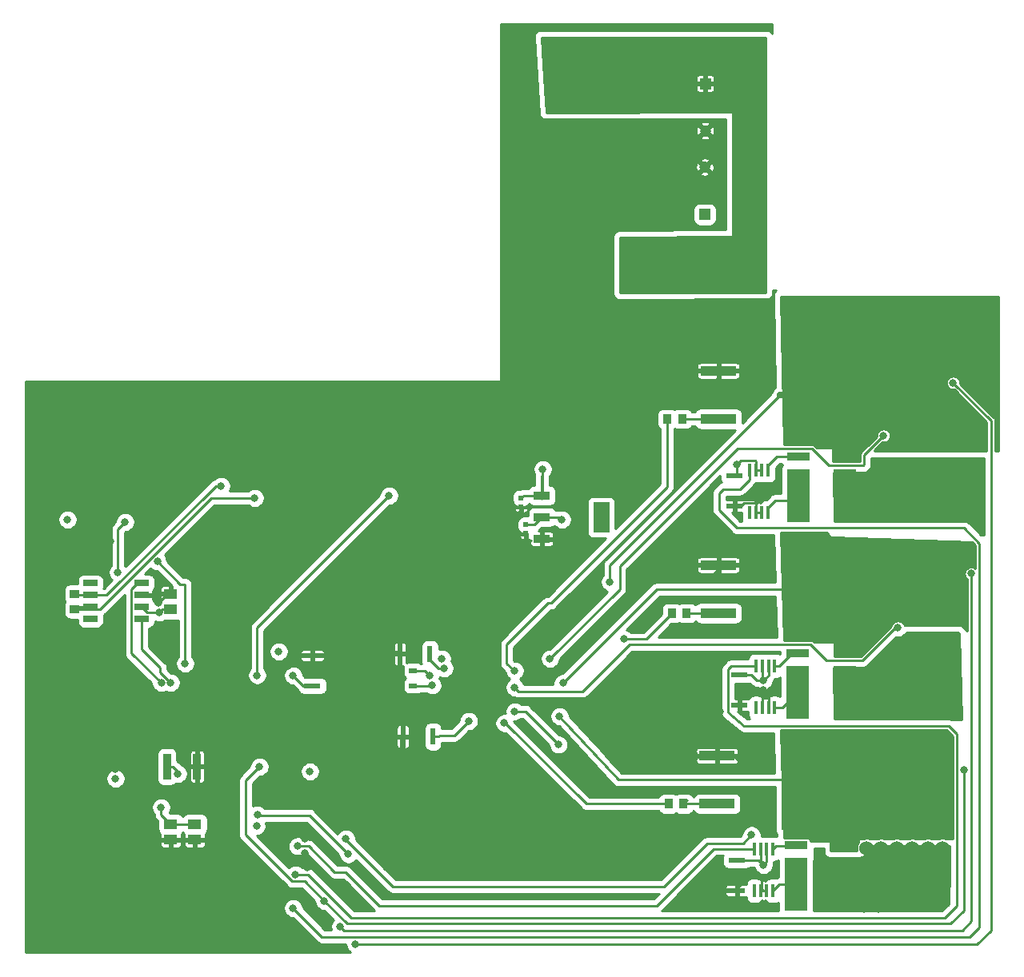
<source format=gbr>
G04 #@! TF.GenerationSoftware,KiCad,Pcbnew,5.1.4-e60b266~84~ubuntu19.04.1*
G04 #@! TF.CreationDate,2019-10-16T08:44:26-04:00*
G04 #@! TF.ProjectId,DSC_motor_controller,4453435f-6d6f-4746-9f72-5f636f6e7472,1*
G04 #@! TF.SameCoordinates,Original*
G04 #@! TF.FileFunction,Copper,L4,Bot*
G04 #@! TF.FilePolarity,Positive*
%FSLAX46Y46*%
G04 Gerber Fmt 4.6, Leading zero omitted, Abs format (unit mm)*
G04 Created by KiCad (PCBNEW 5.1.4-e60b266~84~ubuntu19.04.1) date 2019-10-16 08:44:26*
%MOMM*%
%LPD*%
G04 APERTURE LIST*
%ADD10R,1.820000X0.620000*%
%ADD11R,1.470000X1.100000*%
%ADD12R,7.900000X10.750000*%
%ADD13R,3.800000X1.050000*%
%ADD14R,2.440000X0.890000*%
%ADD15R,2.440000X5.600000*%
%ADD16R,1.200000X1.200000*%
%ADD17C,1.200000*%
%ADD18R,0.810000X2.820000*%
%ADD19R,0.620000X0.600000*%
%ADD20R,0.940000X0.540000*%
%ADD21R,0.620000X1.820000*%
%ADD22R,1.750000X3.200000*%
%ADD23R,1.750000X0.950000*%
%ADD24R,1.000000X0.900000*%
%ADD25R,0.900000X1.000000*%
%ADD26R,0.450000X1.450000*%
%ADD27R,1.525000X0.650000*%
%ADD28C,0.800000*%
%ADD29C,1.524000*%
%ADD30C,0.250000*%
%ADD31C,0.635000*%
%ADD32C,0.254000*%
G04 APERTURE END LIST*
D10*
X160429000Y-126044000D03*
X160429000Y-129244000D03*
D11*
X103025000Y-123854000D03*
X103025000Y-122234000D03*
X100485000Y-122234000D03*
X100485000Y-123854000D03*
X100485000Y-97850000D03*
X100485000Y-99470000D03*
D12*
X169192000Y-97342000D03*
D13*
X158442000Y-94802000D03*
X158442000Y-99882000D03*
D14*
X166652000Y-124449000D03*
D15*
X166652000Y-128584000D03*
D14*
X171612000Y-124449000D03*
D15*
X171612000Y-128584000D03*
D12*
X169058000Y-117535000D03*
D13*
X158308000Y-114995000D03*
X158308000Y-120075000D03*
D12*
X169192000Y-76768000D03*
D13*
X158442000Y-74228000D03*
X158442000Y-79308000D03*
D16*
X157050000Y-43800000D03*
D17*
X157050000Y-48800000D03*
D16*
X157000000Y-57650000D03*
D17*
X157000000Y-52650000D03*
D14*
X166839000Y-104130000D03*
D15*
X166839000Y-108265000D03*
D14*
X171799000Y-104130000D03*
D15*
X171799000Y-108265000D03*
D14*
X166899000Y-83301000D03*
D15*
X166899000Y-87436000D03*
D14*
X171859000Y-83301000D03*
D15*
X171859000Y-87436000D03*
D18*
X100079000Y-116138000D03*
X103279000Y-116138000D03*
D19*
X138077000Y-91452000D03*
X138077000Y-90532000D03*
X137569000Y-88610000D03*
X137569000Y-87690000D03*
D20*
X126139000Y-107578000D03*
X126139000Y-105978000D03*
D21*
X125047000Y-112963000D03*
X128247000Y-112963000D03*
X124717000Y-104200000D03*
X127917000Y-104200000D03*
D22*
X146053000Y-89722000D03*
D23*
X139753000Y-87422000D03*
X139753000Y-89722000D03*
X139753000Y-92022000D03*
D24*
X90325000Y-97850000D03*
X90325000Y-99450000D03*
D25*
X154752000Y-120075000D03*
X153152000Y-120075000D03*
X155095000Y-99882000D03*
X153495000Y-99882000D03*
X154625000Y-79308000D03*
X153025000Y-79308000D03*
D26*
X164198000Y-124835000D03*
X163548000Y-124835000D03*
X162898000Y-124835000D03*
X162248000Y-124835000D03*
X162248000Y-129285000D03*
X162898000Y-129285000D03*
X163548000Y-129285000D03*
X164198000Y-129285000D03*
X164388500Y-105470000D03*
X163738500Y-105470000D03*
X163088500Y-105470000D03*
X162438500Y-105470000D03*
X162438500Y-109920000D03*
X163088500Y-109920000D03*
X163738500Y-109920000D03*
X164388500Y-109920000D03*
X163690000Y-84766500D03*
X163040000Y-84766500D03*
X162390000Y-84766500D03*
X161740000Y-84766500D03*
X161740000Y-89216500D03*
X162390000Y-89216500D03*
X163040000Y-89216500D03*
X163690000Y-89216500D03*
D27*
X91994500Y-96707000D03*
X91994500Y-97977000D03*
X91994500Y-99247000D03*
X91994500Y-100517000D03*
X97418500Y-100517000D03*
X97418500Y-99247000D03*
X97418500Y-97977000D03*
X97418500Y-96707000D03*
D10*
X115471000Y-104378000D03*
X115471000Y-107578000D03*
X160683000Y-106410000D03*
X160683000Y-109610000D03*
X160175000Y-88528000D03*
X160175000Y-85328000D03*
D28*
X112931000Y-105470000D03*
X99160779Y-98806769D03*
X94135000Y-92262000D03*
X102009000Y-120964000D03*
X94643000Y-116407997D03*
X124869000Y-116392000D03*
X133251000Y-109788000D03*
X133505000Y-108772000D03*
X135283000Y-109788000D03*
X161445000Y-116392000D03*
X113693000Y-87944000D03*
X157381000Y-96326000D03*
X159413000Y-101914000D03*
X161953000Y-87595009D03*
X129441000Y-96580000D03*
X134477327Y-109661000D03*
X145443000Y-101977500D03*
X137823000Y-93241000D03*
X136266429Y-90244431D03*
X128933000Y-84896000D03*
X131473000Y-85404000D03*
X131727000Y-91246000D03*
X123599000Y-103946000D03*
X163149918Y-108010000D03*
X159413000Y-77276000D03*
X159413000Y-72958000D03*
X114709000Y-123758000D03*
X114963000Y-126806000D03*
X114455000Y-129600000D03*
X106835000Y-117154000D03*
X101755000Y-115630000D03*
X114709000Y-125282000D03*
X108841600Y-125753000D03*
X161631815Y-127787185D03*
X158651000Y-110296000D03*
X109042069Y-128547010D03*
X106839653Y-124261347D03*
X100231000Y-125536004D03*
X88293000Y-123758000D03*
X140363000Y-97596016D03*
X123345000Y-126806000D03*
X139855000Y-84642000D03*
X109375000Y-87690000D03*
X105819000Y-86420000D03*
X99469000Y-120456000D03*
X99282565Y-99799328D03*
X89563000Y-89976000D03*
X94643000Y-117408000D03*
X129187000Y-104708000D03*
X141887000Y-89976000D03*
X115212347Y-116650653D03*
X160429000Y-84134000D03*
X111915000Y-103946000D03*
X163223000Y-106994000D03*
X101247002Y-116900020D03*
X163223000Y-126551990D03*
X109556590Y-122424910D03*
X128171000Y-107527000D03*
X127917000Y-106486000D03*
X132026829Y-111312000D03*
D29*
X175542000Y-114106000D03*
X180622000Y-113725000D03*
X176939000Y-118170000D03*
X178844000Y-113598000D03*
X177066000Y-113725000D03*
X182019000Y-114614000D03*
X176812000Y-115757000D03*
X178082000Y-117027000D03*
X175288000Y-121472000D03*
X175288000Y-118297000D03*
X175288000Y-119821000D03*
X175542000Y-116773000D03*
X179352000Y-118043000D03*
D28*
X141633000Y-110804000D03*
D29*
X175288000Y-94802000D03*
X183416000Y-97723000D03*
X176685000Y-96326000D03*
X175034000Y-97977000D03*
X183416000Y-99374000D03*
X178209000Y-96961000D03*
X183670000Y-93532000D03*
X175288000Y-93151000D03*
X175034000Y-96453000D03*
X176939000Y-94802000D03*
X176558000Y-97850000D03*
X176939000Y-93151000D03*
D28*
X141972569Y-107285000D03*
D29*
X175034000Y-100517000D03*
X176304000Y-99501000D03*
X176431000Y-73339000D03*
X176558000Y-68513000D03*
X178209000Y-68513000D03*
X179860000Y-68513000D03*
X183670000Y-68513000D03*
X176431000Y-70164000D03*
X178209000Y-70164000D03*
X179860000Y-70164000D03*
X183670000Y-70164000D03*
X176431000Y-71815000D03*
X178082000Y-71815000D03*
X179733000Y-71688000D03*
X183670000Y-71688000D03*
X176431000Y-75117000D03*
X176431000Y-76768000D03*
D28*
X146967000Y-96580000D03*
X113439000Y-106486000D03*
X99472346Y-107260651D03*
X100485000Y-107248000D03*
X113439000Y-131124000D03*
X113693000Y-127568000D03*
X113908900Y-124553020D03*
X135791000Y-111527000D03*
X136882329Y-110275000D03*
X141525000Y-113800000D03*
X148491000Y-102634999D03*
X136882329Y-107756000D03*
X177447000Y-101406000D03*
X136882329Y-105978000D03*
X140617000Y-104708000D03*
X175923000Y-81086000D03*
X102009000Y-105216000D03*
X99072652Y-94405652D03*
X119027000Y-123758000D03*
X161953002Y-123377000D03*
X183289000Y-75498000D03*
X120043000Y-134934000D03*
X119281000Y-125409000D03*
X109630847Y-121216153D03*
X118422458Y-133068777D03*
X185194000Y-95691000D03*
X116741000Y-130362000D03*
X109883000Y-116138000D03*
X184431992Y-116519000D03*
X109629000Y-106460000D03*
X123599000Y-87436000D03*
X95659000Y-90230000D03*
X94897000Y-95564000D03*
D29*
X181511000Y-89468000D03*
X177325000Y-85975000D03*
X179479000Y-89468000D03*
X183670000Y-89468000D03*
X175542000Y-87563000D03*
X185321000Y-84388000D03*
X183797000Y-87690000D03*
X177193000Y-84261000D03*
X182019000Y-84261000D03*
X183670000Y-84261000D03*
X180368000Y-84261000D03*
X178717000Y-84261000D03*
X183670000Y-85912000D03*
X175542000Y-85912000D03*
X175542000Y-89468000D03*
X175542000Y-84261000D03*
X183035000Y-106740000D03*
X177574000Y-103438000D03*
X179225000Y-103438000D03*
X180876000Y-103438000D03*
X182527000Y-103438000D03*
X176304000Y-104835000D03*
X177955000Y-104962000D03*
X179606000Y-104962000D03*
X181257000Y-104962000D03*
X183035000Y-104962000D03*
X183035000Y-108518000D03*
X183035000Y-110169000D03*
X177320000Y-124774000D03*
X173891000Y-130870000D03*
X175542000Y-127822000D03*
X175669000Y-124774000D03*
X182146000Y-128711000D03*
X174018000Y-127822000D03*
X182146000Y-124774000D03*
X180622000Y-124774000D03*
X175415000Y-129346000D03*
X173891000Y-129346000D03*
X174018000Y-126298000D03*
X175542000Y-126298000D03*
X182019000Y-130489000D03*
X182146000Y-126933000D03*
X175415000Y-130870000D03*
X178971000Y-124774000D03*
X174145000Y-124774000D03*
D28*
X129441000Y-105724000D03*
D30*
X103210000Y-123854000D02*
X103025000Y-123854000D01*
X100485000Y-123854000D02*
X103025000Y-123854000D01*
X162390000Y-88241500D02*
X162390000Y-89216500D01*
X161136501Y-88166499D02*
X162314999Y-88166499D01*
X162314999Y-88166499D02*
X162390000Y-88241500D01*
X160775000Y-88528000D02*
X161136501Y-88166499D01*
X160175000Y-88528000D02*
X160775000Y-88528000D01*
X162390000Y-89216500D02*
X163040000Y-89216500D01*
X114939000Y-105470000D02*
X112931000Y-105470000D01*
X115471000Y-104938000D02*
X114939000Y-105470000D01*
X115471000Y-104378000D02*
X115471000Y-104938000D01*
X98331010Y-97977000D02*
X97418500Y-97977000D01*
X99160779Y-98806769D02*
X98331010Y-97977000D01*
X100117548Y-97850000D02*
X99160779Y-98806769D01*
X100485000Y-97850000D02*
X100117548Y-97850000D01*
X124869000Y-113141000D02*
X125047000Y-112963000D01*
X124869000Y-116392000D02*
X124869000Y-113141000D01*
X158442000Y-94802000D02*
X158442000Y-95265000D01*
X158442000Y-95265000D02*
X157381000Y-96326000D01*
X162390000Y-89216500D02*
X162390000Y-88032009D01*
X162390000Y-88032009D02*
X161953000Y-87595009D01*
X138077000Y-91452000D02*
X138077000Y-92987000D01*
X138077000Y-92987000D02*
X137823000Y-93241000D01*
X139753000Y-92747000D02*
X139753000Y-92022000D01*
X139259000Y-93241000D02*
X139753000Y-92747000D01*
X137823000Y-93241000D02*
X139259000Y-93241000D01*
X137569000Y-88610000D02*
X137569000Y-88941860D01*
X137569000Y-88941860D02*
X136266429Y-90244431D01*
X160048000Y-114995000D02*
X158308000Y-114995000D01*
X161445000Y-116392000D02*
X160048000Y-114995000D01*
X124463000Y-103946000D02*
X124717000Y-104200000D01*
X123599000Y-103946000D02*
X124463000Y-103946000D01*
X163072871Y-129284871D02*
X163072871Y-129112694D01*
X163548000Y-129285000D02*
X163073000Y-129285000D01*
X162898000Y-129285000D02*
X162900565Y-129285000D01*
X162900565Y-129285000D02*
X163072871Y-129112694D01*
X163073000Y-129285000D02*
X163072871Y-129284871D01*
X163088500Y-109558891D02*
X163088500Y-108010000D01*
X163088500Y-108371109D02*
X163149918Y-108309691D01*
X158442000Y-73453000D02*
X158937000Y-72958000D01*
X158937000Y-72958000D02*
X159413000Y-72958000D01*
X158442000Y-74228000D02*
X158442000Y-73453000D01*
X161631815Y-127787185D02*
X163029869Y-127787185D01*
X163072871Y-129112694D02*
X163029869Y-129069692D01*
X163029869Y-129069692D02*
X163029869Y-127787185D01*
X160429000Y-128990000D02*
X161631815Y-127787185D01*
X103279000Y-116138000D02*
X102263000Y-116138000D01*
X102263000Y-116138000D02*
X101755000Y-115630000D01*
X163738500Y-108598582D02*
X163738500Y-109018500D01*
X163149918Y-108010000D02*
X163738500Y-108598582D01*
X163738500Y-109920000D02*
X163738500Y-109018500D01*
X163738500Y-109018500D02*
X163738500Y-108898273D01*
X161445000Y-108010000D02*
X163149918Y-108010000D01*
X160683000Y-109610000D02*
X160683000Y-108772000D01*
X160683000Y-108772000D02*
X161445000Y-108010000D01*
X100485000Y-125282004D02*
X100231000Y-125536004D01*
X100485000Y-123854000D02*
X100485000Y-125282004D01*
X139753000Y-87796000D02*
X139753000Y-87422000D01*
X139753000Y-87422000D02*
X139753000Y-85302000D01*
X139855000Y-87320000D02*
X139753000Y-87422000D01*
X139855000Y-84642000D02*
X139855000Y-87320000D01*
X137837000Y-87422000D02*
X137569000Y-87690000D01*
X139753000Y-87422000D02*
X137837000Y-87422000D01*
X90528000Y-99247000D02*
X90325000Y-99450000D01*
X91994500Y-99247000D02*
X90528000Y-99247000D01*
X104762998Y-87690000D02*
X109375000Y-87690000D01*
X90325000Y-99450000D02*
X93002998Y-99450000D01*
X93002998Y-99450000D02*
X104762998Y-87690000D01*
X90452000Y-97977000D02*
X90325000Y-97850000D01*
X91994500Y-97977000D02*
X90452000Y-97977000D01*
X93696315Y-97977000D02*
X91994500Y-97977000D01*
X105253315Y-86420000D02*
X93696315Y-97977000D01*
X105819000Y-86420000D02*
X105253315Y-86420000D01*
X99469000Y-121218000D02*
X100485000Y-122234000D01*
X99469000Y-120456000D02*
X99469000Y-121218000D01*
X103025000Y-122234000D02*
X100485000Y-122234000D01*
X162390000Y-84766500D02*
X163040000Y-84766500D01*
X100485000Y-99470000D02*
X99611893Y-99470000D01*
X99611893Y-99470000D02*
X99282565Y-99799328D01*
X97970828Y-99799328D02*
X97418500Y-99247000D01*
X99282565Y-99799328D02*
X97970828Y-99799328D01*
X138943000Y-90532000D02*
X139753000Y-89722000D01*
X138077000Y-90532000D02*
X138943000Y-90532000D01*
X160846501Y-83716499D02*
X160429000Y-84134000D01*
X162314999Y-83716499D02*
X160846501Y-83716499D01*
X162390000Y-84766500D02*
X162390000Y-83791500D01*
X162390000Y-83791500D02*
X162314999Y-83716499D01*
X160429000Y-85074000D02*
X160175000Y-85328000D01*
X160429000Y-84134000D02*
X160429000Y-85074000D01*
X141633000Y-89722000D02*
X141887000Y-89976000D01*
X139753000Y-89722000D02*
X141633000Y-89722000D01*
X162472499Y-106994000D02*
X163223000Y-106994000D01*
X160683000Y-106410000D02*
X161888499Y-106410000D01*
X161888499Y-106410000D02*
X162472499Y-106994000D01*
X163738500Y-106478500D02*
X163223000Y-106994000D01*
X163738500Y-105470000D02*
X163738500Y-106478500D01*
X163088500Y-106859500D02*
X163223000Y-106994000D01*
X163088500Y-105470000D02*
X163088500Y-106859500D01*
X100079000Y-116138000D02*
X100734000Y-116138000D01*
X101247002Y-116651002D02*
X101247002Y-116900020D01*
X100734000Y-116138000D02*
X101247002Y-116651002D01*
X162715010Y-126044000D02*
X163223000Y-126551990D01*
X162898000Y-124835000D02*
X162898000Y-126226990D01*
X163548000Y-126226990D02*
X163223000Y-126551990D01*
X162898000Y-126226990D02*
X163223000Y-126551990D01*
X163548000Y-124835000D02*
X163548000Y-126226990D01*
X160429000Y-126044000D02*
X162715010Y-126044000D01*
X126139000Y-107578000D02*
X128120000Y-107578000D01*
X128120000Y-107578000D02*
X128171000Y-107527000D01*
X126139000Y-105978000D02*
X127409000Y-105978000D01*
X127409000Y-105978000D02*
X127917000Y-106486000D01*
X128247000Y-112963000D02*
X128807000Y-112963000D01*
X128807000Y-112963000D02*
X128934000Y-112836000D01*
X130502829Y-112836000D02*
X132026829Y-111312000D01*
X128934000Y-112836000D02*
X130502829Y-112836000D01*
X141633000Y-110804000D02*
X147856000Y-117535000D01*
X147856000Y-117535000D02*
X169058000Y-117535000D01*
X151915569Y-97342000D02*
X169192000Y-97342000D01*
X141972569Y-107285000D02*
X151915569Y-97342000D01*
X164992000Y-76768000D02*
X146967000Y-94793000D01*
D31*
X169192000Y-76768000D02*
X164992000Y-76768000D01*
D30*
X146967000Y-94793000D02*
X146967000Y-96580000D01*
X115471000Y-107578000D02*
X114531000Y-107578000D01*
X114531000Y-107578000D02*
X113439000Y-106486000D01*
X96330999Y-97357001D02*
X96981000Y-96707000D01*
X96981000Y-96707000D02*
X97418500Y-96707000D01*
X96330999Y-104119304D02*
X96330999Y-97357001D01*
X99472346Y-107260651D02*
X96330999Y-104119304D01*
X97418500Y-103730502D02*
X97418500Y-100517000D01*
X99374999Y-105687001D02*
X97418500Y-103730502D01*
X99374999Y-105687001D02*
X99374999Y-106137999D01*
X99374999Y-106137999D02*
X100485000Y-107248000D01*
X163690000Y-88716500D02*
X163690000Y-89216500D01*
X164462500Y-87944000D02*
X163690000Y-88716500D01*
X166712000Y-87944000D02*
X164462500Y-87944000D01*
X161740000Y-85741500D02*
X161740000Y-84766500D01*
X186083000Y-92516000D02*
X184432000Y-90865000D01*
X158939999Y-86742003D02*
X160739497Y-86742003D01*
X185067000Y-134172000D02*
X186083000Y-133156000D01*
X113439000Y-131124000D02*
X116487000Y-134172000D01*
X186083000Y-133156000D02*
X186083000Y-92516000D01*
X160739497Y-86742003D02*
X161740000Y-85741500D01*
X116487000Y-134172000D02*
X185067000Y-134172000D01*
X184432000Y-90865000D02*
X160429000Y-90865000D01*
X160429000Y-90865000D02*
X158524000Y-88960000D01*
X158524000Y-88960000D02*
X158524000Y-87158002D01*
X158524000Y-87158002D02*
X158939999Y-86742003D01*
X163690000Y-84266500D02*
X163690000Y-84766500D01*
X164655500Y-83301000D02*
X163690000Y-84266500D01*
X166899000Y-83301000D02*
X164655500Y-83301000D01*
X165184000Y-109920000D02*
X166839000Y-108265000D01*
X164388500Y-109920000D02*
X165184000Y-109920000D01*
X115020002Y-127568000D02*
X113693000Y-127568000D01*
X124042461Y-132114625D02*
X119566627Y-132114625D01*
X161191000Y-111820000D02*
X164021999Y-111820000D01*
X159447999Y-110388001D02*
X161191000Y-111820000D01*
X159447999Y-105839999D02*
X159447999Y-110388001D01*
X124093210Y-132165374D02*
X124042461Y-132114625D01*
X182795999Y-111834999D02*
X183670000Y-112709000D01*
X119566627Y-132114625D02*
X115020002Y-127568000D01*
X162438500Y-105470000D02*
X159817998Y-105470000D01*
X159817998Y-105470000D02*
X159447999Y-105839999D01*
X182374626Y-132165374D02*
X124093210Y-132165374D01*
X164021999Y-111820000D02*
X164847999Y-111834999D01*
X164847999Y-111834999D02*
X182795999Y-111834999D01*
X183670000Y-112709000D02*
X183670000Y-130870000D01*
X183670000Y-130870000D02*
X182374626Y-132165374D01*
X166203500Y-104130000D02*
X166839000Y-104130000D01*
X164863500Y-105470000D02*
X166203500Y-104130000D01*
X164388500Y-105470000D02*
X164863500Y-105470000D01*
X166581000Y-124520000D02*
X166652000Y-124449000D01*
X164198000Y-124835000D02*
X164513000Y-124520000D01*
X164513000Y-124520000D02*
X166581000Y-124520000D01*
X115053022Y-124553020D02*
X117814002Y-127314000D01*
X113908900Y-124553020D02*
X115053022Y-124553020D01*
X119027000Y-127314000D02*
X119535000Y-127822000D01*
X117814002Y-127314000D02*
X119027000Y-127314000D01*
X119535000Y-127822000D02*
X119281000Y-127568000D01*
X151921409Y-130870000D02*
X122583000Y-130870000D01*
X122583000Y-130870000D02*
X119535000Y-127822000D01*
X157956409Y-124835000D02*
X151921409Y-130870000D01*
X162248000Y-124835000D02*
X157956409Y-124835000D01*
X164899000Y-128584000D02*
X164198000Y-129285000D01*
X166652000Y-128584000D02*
X164899000Y-128584000D01*
X153152000Y-120075000D02*
X144484940Y-120075000D01*
X144484940Y-120075000D02*
X135786999Y-111377059D01*
X136882329Y-110275000D02*
X138000000Y-110275000D01*
X138000000Y-110275000D02*
X141525000Y-113800000D01*
X148491000Y-102634999D02*
X150792001Y-102634999D01*
X150792001Y-102634999D02*
X153495000Y-99932000D01*
X153495000Y-99932000D02*
X153495000Y-99882000D01*
X137282328Y-108155999D02*
X144043002Y-108155999D01*
X136882329Y-107756000D02*
X137282328Y-108155999D01*
X144043002Y-108155999D02*
X149015001Y-103184000D01*
X169859003Y-104900001D02*
X173698999Y-104900001D01*
X149015001Y-103184000D02*
X168143002Y-103184000D01*
X168143002Y-103184000D02*
X169859003Y-104900001D01*
X173698999Y-104900001D02*
X177193000Y-101406000D01*
X177193000Y-101406000D02*
X177447000Y-101406000D01*
X153025000Y-86515004D02*
X153025000Y-79308000D01*
X140399997Y-98829003D02*
X140711001Y-98829003D01*
X140711001Y-98829003D02*
X153025000Y-86515004D01*
X140399997Y-98829003D02*
X136045000Y-103184000D01*
X136045000Y-103184000D02*
X136045000Y-105216000D01*
X136807000Y-105978000D02*
X136882329Y-105978000D01*
X136045000Y-105216000D02*
X136882329Y-105978000D01*
X174526000Y-82483000D02*
X174653000Y-82356000D01*
X174653000Y-82356000D02*
X175923000Y-81086000D01*
X173764000Y-84261000D02*
X173891000Y-84134000D01*
X173891000Y-84134000D02*
X173891000Y-83118000D01*
X170109002Y-84261000D02*
X173764000Y-84261000D01*
X168331002Y-82483000D02*
X170109002Y-84261000D01*
X147992999Y-97332001D02*
X147992999Y-94919001D01*
X173891000Y-83118000D02*
X174653000Y-82356000D01*
X140617000Y-104708000D02*
X147992999Y-97332001D01*
X147992999Y-94919001D02*
X160443999Y-82468001D01*
X160937000Y-82483000D02*
X168331002Y-82483000D01*
X160443999Y-82468001D02*
X160937000Y-82483000D01*
X102009000Y-105216000D02*
X102009000Y-96834000D01*
X102009000Y-96834000D02*
X101501000Y-96834000D01*
X101501000Y-96834000D02*
X99072652Y-94405652D01*
X123980000Y-128838000D02*
X150776998Y-128838000D01*
X119027000Y-123758000D02*
X119027000Y-123885000D01*
X119027000Y-123885000D02*
X123980000Y-128838000D01*
X161064002Y-124266000D02*
X161953002Y-123377000D01*
X157254000Y-124266000D02*
X161064002Y-124266000D01*
X150523000Y-128838000D02*
X152682000Y-128838000D01*
X152682000Y-128838000D02*
X157254000Y-124266000D01*
X185829000Y-134934000D02*
X120043000Y-134934000D01*
X187295010Y-133467990D02*
X185829000Y-134934000D01*
X183289000Y-75498000D02*
X187295010Y-79504010D01*
X187295010Y-79504010D02*
X187295010Y-133467990D01*
X109694347Y-121279653D02*
X109630847Y-121216153D01*
X119281000Y-125409000D02*
X115151653Y-121279653D01*
X115151653Y-121279653D02*
X109694347Y-121279653D01*
X185194000Y-132521000D02*
X185194000Y-95691000D01*
X118422458Y-133068777D02*
X118822457Y-133468776D01*
X184246224Y-133468776D02*
X185194000Y-132521000D01*
X118822457Y-133468776D02*
X184246224Y-133468776D01*
X108407675Y-117613325D02*
X109883000Y-116138000D01*
X108407675Y-123355677D02*
X108407675Y-117613325D01*
X113344999Y-128293001D02*
X108407675Y-123355677D01*
X116741000Y-130362000D02*
X114672001Y-128293001D01*
X114672001Y-128293001D02*
X113344999Y-128293001D01*
X184431992Y-131378008D02*
X184431992Y-116519000D01*
X116741000Y-130362000D02*
X119154000Y-132775000D01*
X183035000Y-132775000D02*
X184431992Y-131378008D01*
X119154000Y-132775000D02*
X183035000Y-132775000D01*
X109629000Y-101406000D02*
X123599000Y-87436000D01*
X109629000Y-106460000D02*
X109629000Y-101406000D01*
X95659000Y-90230000D02*
X94897000Y-90992000D01*
X94897000Y-90992000D02*
X94897000Y-95564000D01*
X158442000Y-79308000D02*
X154625000Y-79308000D01*
X155095000Y-99882000D02*
X158442000Y-99882000D01*
X155096002Y-119730998D02*
X154752000Y-120075000D01*
X158308000Y-120075000D02*
X157963998Y-119730998D01*
X154752000Y-120075000D02*
X158308000Y-120075000D01*
X127917000Y-104800000D02*
X127917000Y-104200000D01*
X128841000Y-105724000D02*
X127917000Y-104800000D01*
X129441000Y-105724000D02*
X128841000Y-105724000D01*
D32*
G36*
X182918001Y-127032918D02*
G01*
X182786834Y-130689677D01*
X182063138Y-131413374D01*
X168499140Y-131413374D01*
X168502033Y-131384000D01*
X168502033Y-127211953D01*
X168589768Y-124766000D01*
X169581000Y-124766000D01*
X169581000Y-125155000D01*
X169593048Y-125277322D01*
X169628728Y-125394943D01*
X169686669Y-125503343D01*
X169764644Y-125598356D01*
X169859657Y-125676331D01*
X169968057Y-125734272D01*
X170085678Y-125769952D01*
X170208000Y-125782000D01*
X173383000Y-125782000D01*
X173505322Y-125769952D01*
X173622943Y-125734272D01*
X173731343Y-125676331D01*
X173826356Y-125598356D01*
X173904331Y-125503343D01*
X173962272Y-125394943D01*
X173997952Y-125277322D01*
X174010000Y-125155000D01*
X174010000Y-124512000D01*
X182918001Y-124512000D01*
X182918001Y-127032918D01*
X182918001Y-127032918D01*
G37*
X182918001Y-127032918D02*
X182786834Y-130689677D01*
X182063138Y-131413374D01*
X168499140Y-131413374D01*
X168502033Y-131384000D01*
X168502033Y-127211953D01*
X168589768Y-124766000D01*
X169581000Y-124766000D01*
X169581000Y-125155000D01*
X169593048Y-125277322D01*
X169628728Y-125394943D01*
X169686669Y-125503343D01*
X169764644Y-125598356D01*
X169859657Y-125676331D01*
X169968057Y-125734272D01*
X170085678Y-125769952D01*
X170208000Y-125782000D01*
X173383000Y-125782000D01*
X173505322Y-125769952D01*
X173622943Y-125734272D01*
X173731343Y-125676331D01*
X173826356Y-125598356D01*
X173904331Y-125503343D01*
X173962272Y-125394943D01*
X173997952Y-125277322D01*
X174010000Y-125155000D01*
X174010000Y-124512000D01*
X182918001Y-124512000D01*
X182918001Y-127032918D01*
G36*
X183908285Y-102022997D02*
G01*
X184137052Y-111185000D01*
X183175194Y-111185000D01*
X183085169Y-111136881D01*
X182943417Y-111093880D01*
X182832937Y-111082999D01*
X182832934Y-111082999D01*
X182795999Y-111079361D01*
X182759064Y-111082999D01*
X170748059Y-111082999D01*
X170612452Y-105652001D01*
X173662064Y-105652001D01*
X173698999Y-105655639D01*
X173735934Y-105652001D01*
X173735937Y-105652001D01*
X173846417Y-105641120D01*
X173988169Y-105598119D01*
X174118809Y-105528291D01*
X174233316Y-105434318D01*
X174256866Y-105405622D01*
X177248794Y-102413694D01*
X177345849Y-102433000D01*
X177548151Y-102433000D01*
X177746565Y-102393533D01*
X177933467Y-102316115D01*
X178101674Y-102203723D01*
X178244723Y-102060674D01*
X178348073Y-101906000D01*
X183791288Y-101906000D01*
X183908285Y-102022997D01*
X183908285Y-102022997D01*
G37*
X183908285Y-102022997D02*
X184137052Y-111185000D01*
X183175194Y-111185000D01*
X183085169Y-111136881D01*
X182943417Y-111093880D01*
X182832937Y-111082999D01*
X182832934Y-111082999D01*
X182795999Y-111079361D01*
X182759064Y-111082999D01*
X170748059Y-111082999D01*
X170612452Y-105652001D01*
X173662064Y-105652001D01*
X173698999Y-105655639D01*
X173735934Y-105652001D01*
X173735937Y-105652001D01*
X173846417Y-105641120D01*
X173988169Y-105598119D01*
X174118809Y-105528291D01*
X174233316Y-105434318D01*
X174256866Y-105405622D01*
X177248794Y-102413694D01*
X177345849Y-102433000D01*
X177548151Y-102433000D01*
X177746565Y-102393533D01*
X177933467Y-102316115D01*
X178101674Y-102203723D01*
X178244723Y-102060674D01*
X178348073Y-101906000D01*
X183791288Y-101906000D01*
X183908285Y-102022997D01*
G36*
X186543010Y-91598740D02*
G01*
X186219499Y-91589011D01*
X184989867Y-90359379D01*
X184966317Y-90330683D01*
X184851810Y-90236710D01*
X184721170Y-90166882D01*
X184579418Y-90123881D01*
X184468938Y-90113000D01*
X184468935Y-90113000D01*
X184432000Y-90109362D01*
X184395065Y-90113000D01*
X170695388Y-90113000D01*
X170602508Y-85013000D01*
X173727065Y-85013000D01*
X173764000Y-85016638D01*
X173800935Y-85013000D01*
X173800938Y-85013000D01*
X173911418Y-85002119D01*
X174053170Y-84959118D01*
X174183810Y-84889290D01*
X174298317Y-84795317D01*
X174321867Y-84766621D01*
X174396622Y-84691866D01*
X174425317Y-84668317D01*
X174519290Y-84553810D01*
X174589118Y-84423170D01*
X174632119Y-84281418D01*
X174643000Y-84170938D01*
X174643000Y-84170936D01*
X174646638Y-84134001D01*
X174643000Y-84097065D01*
X174643000Y-83491000D01*
X186543010Y-83491000D01*
X186543010Y-91598740D01*
X186543010Y-91598740D01*
G37*
X186543010Y-91598740D02*
X186219499Y-91589011D01*
X184989867Y-90359379D01*
X184966317Y-90330683D01*
X184851810Y-90236710D01*
X184721170Y-90166882D01*
X184579418Y-90123881D01*
X184468938Y-90113000D01*
X184468935Y-90113000D01*
X184432000Y-90109362D01*
X184395065Y-90113000D01*
X170695388Y-90113000D01*
X170602508Y-85013000D01*
X173727065Y-85013000D01*
X173764000Y-85016638D01*
X173800935Y-85013000D01*
X173800938Y-85013000D01*
X173911418Y-85002119D01*
X174053170Y-84959118D01*
X174183810Y-84889290D01*
X174298317Y-84795317D01*
X174321867Y-84766621D01*
X174396622Y-84691866D01*
X174425317Y-84668317D01*
X174519290Y-84553810D01*
X174589118Y-84423170D01*
X174632119Y-84281418D01*
X174643000Y-84170938D01*
X174643000Y-84170936D01*
X174646638Y-84134001D01*
X174643000Y-84097065D01*
X174643000Y-83491000D01*
X186543010Y-83491000D01*
X186543010Y-91598740D01*
G36*
X183218000Y-112896225D02*
G01*
X183218001Y-123758000D01*
X182538853Y-123758000D01*
X182463650Y-123726850D01*
X182253257Y-123685000D01*
X182038743Y-123685000D01*
X181828350Y-123726850D01*
X181753147Y-123758000D01*
X181014853Y-123758000D01*
X180939650Y-123726850D01*
X180729257Y-123685000D01*
X180514743Y-123685000D01*
X180304350Y-123726850D01*
X180229147Y-123758000D01*
X179363853Y-123758000D01*
X179288650Y-123726850D01*
X179078257Y-123685000D01*
X178863743Y-123685000D01*
X178653350Y-123726850D01*
X178578147Y-123758000D01*
X177712853Y-123758000D01*
X177637650Y-123726850D01*
X177427257Y-123685000D01*
X177212743Y-123685000D01*
X177002350Y-123726850D01*
X176927147Y-123758000D01*
X176061853Y-123758000D01*
X175986650Y-123726850D01*
X175776257Y-123685000D01*
X175561743Y-123685000D01*
X175351350Y-123726850D01*
X175276147Y-123758000D01*
X174537853Y-123758000D01*
X174462650Y-123726850D01*
X174252257Y-123685000D01*
X174037743Y-123685000D01*
X173827350Y-123726850D01*
X173752147Y-123758000D01*
X173383000Y-123758000D01*
X173358224Y-123760440D01*
X173334399Y-123767667D01*
X173312443Y-123779403D01*
X173293197Y-123795197D01*
X173277403Y-123814443D01*
X173265667Y-123836399D01*
X173258440Y-123860224D01*
X173256000Y-123885000D01*
X173256000Y-124144335D01*
X173179941Y-124258165D01*
X173097850Y-124456350D01*
X173056000Y-124666743D01*
X173056000Y-124881257D01*
X173085189Y-125028000D01*
X170335000Y-125028000D01*
X170335000Y-124139000D01*
X170332560Y-124114224D01*
X170325333Y-124090399D01*
X170313597Y-124068443D01*
X170297803Y-124049197D01*
X170278557Y-124033403D01*
X170256601Y-124021667D01*
X170232776Y-124014440D01*
X170208000Y-124012000D01*
X168200582Y-124012000D01*
X168200582Y-124004000D01*
X168194268Y-123939897D01*
X168175570Y-123878257D01*
X168145206Y-123821450D01*
X168104343Y-123771657D01*
X168054550Y-123730794D01*
X167997743Y-123700430D01*
X167936103Y-123681732D01*
X167872000Y-123675418D01*
X165432000Y-123675418D01*
X165367897Y-123681732D01*
X165367773Y-123681770D01*
X165011687Y-112286999D01*
X182608776Y-112286999D01*
X183218000Y-112896225D01*
X183218000Y-112896225D01*
G37*
X183218000Y-112896225D02*
X183218001Y-123758000D01*
X182538853Y-123758000D01*
X182463650Y-123726850D01*
X182253257Y-123685000D01*
X182038743Y-123685000D01*
X181828350Y-123726850D01*
X181753147Y-123758000D01*
X181014853Y-123758000D01*
X180939650Y-123726850D01*
X180729257Y-123685000D01*
X180514743Y-123685000D01*
X180304350Y-123726850D01*
X180229147Y-123758000D01*
X179363853Y-123758000D01*
X179288650Y-123726850D01*
X179078257Y-123685000D01*
X178863743Y-123685000D01*
X178653350Y-123726850D01*
X178578147Y-123758000D01*
X177712853Y-123758000D01*
X177637650Y-123726850D01*
X177427257Y-123685000D01*
X177212743Y-123685000D01*
X177002350Y-123726850D01*
X176927147Y-123758000D01*
X176061853Y-123758000D01*
X175986650Y-123726850D01*
X175776257Y-123685000D01*
X175561743Y-123685000D01*
X175351350Y-123726850D01*
X175276147Y-123758000D01*
X174537853Y-123758000D01*
X174462650Y-123726850D01*
X174252257Y-123685000D01*
X174037743Y-123685000D01*
X173827350Y-123726850D01*
X173752147Y-123758000D01*
X173383000Y-123758000D01*
X173358224Y-123760440D01*
X173334399Y-123767667D01*
X173312443Y-123779403D01*
X173293197Y-123795197D01*
X173277403Y-123814443D01*
X173265667Y-123836399D01*
X173258440Y-123860224D01*
X173256000Y-123885000D01*
X173256000Y-124144335D01*
X173179941Y-124258165D01*
X173097850Y-124456350D01*
X173056000Y-124666743D01*
X173056000Y-124881257D01*
X173085189Y-125028000D01*
X170335000Y-125028000D01*
X170335000Y-124139000D01*
X170332560Y-124114224D01*
X170325333Y-124090399D01*
X170313597Y-124068443D01*
X170297803Y-124049197D01*
X170278557Y-124033403D01*
X170256601Y-124021667D01*
X170232776Y-124014440D01*
X170208000Y-124012000D01*
X168200582Y-124012000D01*
X168200582Y-124004000D01*
X168194268Y-123939897D01*
X168175570Y-123878257D01*
X168145206Y-123821450D01*
X168104343Y-123771657D01*
X168054550Y-123730794D01*
X167997743Y-123700430D01*
X167936103Y-123681732D01*
X167872000Y-123675418D01*
X165432000Y-123675418D01*
X165367897Y-123681732D01*
X165367773Y-123681770D01*
X165011687Y-112286999D01*
X182608776Y-112286999D01*
X183218000Y-112896225D01*
G36*
X188115000Y-82737000D02*
G01*
X187747010Y-82737000D01*
X187747010Y-79526215D01*
X187749197Y-79504010D01*
X187740470Y-79415402D01*
X187714624Y-79330200D01*
X187672653Y-79251677D01*
X187616169Y-79182851D01*
X187598916Y-79168692D01*
X184013317Y-75583093D01*
X184016000Y-75569603D01*
X184016000Y-75426397D01*
X183988062Y-75285942D01*
X183933259Y-75153636D01*
X183853698Y-75034564D01*
X183752436Y-74933302D01*
X183633364Y-74853741D01*
X183501058Y-74798938D01*
X183360603Y-74771000D01*
X183217397Y-74771000D01*
X183076942Y-74798938D01*
X182944636Y-74853741D01*
X182825564Y-74933302D01*
X182724302Y-75034564D01*
X182644741Y-75153636D01*
X182589938Y-75285942D01*
X182562000Y-75426397D01*
X182562000Y-75569603D01*
X182589938Y-75710058D01*
X182644741Y-75842364D01*
X182724302Y-75961436D01*
X182825564Y-76062698D01*
X182944636Y-76142259D01*
X183076942Y-76197062D01*
X183217397Y-76225000D01*
X183360603Y-76225000D01*
X183374093Y-76222317D01*
X186843010Y-79691234D01*
X186843010Y-82737000D01*
X174911224Y-82737000D01*
X174988313Y-82659911D01*
X174988317Y-82659906D01*
X175837908Y-81810317D01*
X175851397Y-81813000D01*
X175994603Y-81813000D01*
X176135058Y-81785062D01*
X176267364Y-81730259D01*
X176386436Y-81650698D01*
X176487698Y-81549436D01*
X176567259Y-81430364D01*
X176622062Y-81298058D01*
X176650000Y-81157603D01*
X176650000Y-81014397D01*
X176622062Y-80873942D01*
X176567259Y-80741636D01*
X176487698Y-80622564D01*
X176386436Y-80521302D01*
X176267364Y-80441741D01*
X176135058Y-80386938D01*
X175994603Y-80359000D01*
X175851397Y-80359000D01*
X175710942Y-80386938D01*
X175578636Y-80441741D01*
X175459564Y-80521302D01*
X175358302Y-80622564D01*
X175278741Y-80741636D01*
X175223938Y-80873942D01*
X175196000Y-81014397D01*
X175196000Y-81157603D01*
X175198683Y-81171092D01*
X174349094Y-82020683D01*
X174349089Y-82020687D01*
X173632316Y-82737461D01*
X173612224Y-82739440D01*
X173588399Y-82746667D01*
X173566443Y-82758403D01*
X173547197Y-82774197D01*
X173531403Y-82793443D01*
X173519667Y-82815399D01*
X173512440Y-82839224D01*
X173510000Y-82864000D01*
X173510000Y-82871949D01*
X173471386Y-82944191D01*
X173445540Y-83029393D01*
X173436813Y-83118000D01*
X173439001Y-83140215D01*
X173439000Y-83809000D01*
X170589000Y-83809000D01*
X170589000Y-82483000D01*
X170586560Y-82458224D01*
X170579333Y-82434399D01*
X170567597Y-82412443D01*
X170551803Y-82393197D01*
X170532557Y-82377403D01*
X170510601Y-82365667D01*
X170486776Y-82358440D01*
X170462000Y-82356000D01*
X168843225Y-82356000D01*
X168666325Y-82179100D01*
X168652161Y-82161841D01*
X168583335Y-82105357D01*
X168504812Y-82063386D01*
X168419609Y-82037540D01*
X168353207Y-82031000D01*
X168331002Y-82028813D01*
X168308797Y-82031000D01*
X165371441Y-82031000D01*
X165004011Y-66354000D01*
X188115000Y-66354000D01*
X188115000Y-82737000D01*
X188115000Y-82737000D01*
G37*
X188115000Y-82737000D02*
X187747010Y-82737000D01*
X187747010Y-79526215D01*
X187749197Y-79504010D01*
X187740470Y-79415402D01*
X187714624Y-79330200D01*
X187672653Y-79251677D01*
X187616169Y-79182851D01*
X187598916Y-79168692D01*
X184013317Y-75583093D01*
X184016000Y-75569603D01*
X184016000Y-75426397D01*
X183988062Y-75285942D01*
X183933259Y-75153636D01*
X183853698Y-75034564D01*
X183752436Y-74933302D01*
X183633364Y-74853741D01*
X183501058Y-74798938D01*
X183360603Y-74771000D01*
X183217397Y-74771000D01*
X183076942Y-74798938D01*
X182944636Y-74853741D01*
X182825564Y-74933302D01*
X182724302Y-75034564D01*
X182644741Y-75153636D01*
X182589938Y-75285942D01*
X182562000Y-75426397D01*
X182562000Y-75569603D01*
X182589938Y-75710058D01*
X182644741Y-75842364D01*
X182724302Y-75961436D01*
X182825564Y-76062698D01*
X182944636Y-76142259D01*
X183076942Y-76197062D01*
X183217397Y-76225000D01*
X183360603Y-76225000D01*
X183374093Y-76222317D01*
X186843010Y-79691234D01*
X186843010Y-82737000D01*
X174911224Y-82737000D01*
X174988313Y-82659911D01*
X174988317Y-82659906D01*
X175837908Y-81810317D01*
X175851397Y-81813000D01*
X175994603Y-81813000D01*
X176135058Y-81785062D01*
X176267364Y-81730259D01*
X176386436Y-81650698D01*
X176487698Y-81549436D01*
X176567259Y-81430364D01*
X176622062Y-81298058D01*
X176650000Y-81157603D01*
X176650000Y-81014397D01*
X176622062Y-80873942D01*
X176567259Y-80741636D01*
X176487698Y-80622564D01*
X176386436Y-80521302D01*
X176267364Y-80441741D01*
X176135058Y-80386938D01*
X175994603Y-80359000D01*
X175851397Y-80359000D01*
X175710942Y-80386938D01*
X175578636Y-80441741D01*
X175459564Y-80521302D01*
X175358302Y-80622564D01*
X175278741Y-80741636D01*
X175223938Y-80873942D01*
X175196000Y-81014397D01*
X175196000Y-81157603D01*
X175198683Y-81171092D01*
X174349094Y-82020683D01*
X174349089Y-82020687D01*
X173632316Y-82737461D01*
X173612224Y-82739440D01*
X173588399Y-82746667D01*
X173566443Y-82758403D01*
X173547197Y-82774197D01*
X173531403Y-82793443D01*
X173519667Y-82815399D01*
X173512440Y-82839224D01*
X173510000Y-82864000D01*
X173510000Y-82871949D01*
X173471386Y-82944191D01*
X173445540Y-83029393D01*
X173436813Y-83118000D01*
X173439001Y-83140215D01*
X173439000Y-83809000D01*
X170589000Y-83809000D01*
X170589000Y-82483000D01*
X170586560Y-82458224D01*
X170579333Y-82434399D01*
X170567597Y-82412443D01*
X170551803Y-82393197D01*
X170532557Y-82377403D01*
X170510601Y-82365667D01*
X170486776Y-82358440D01*
X170462000Y-82356000D01*
X168843225Y-82356000D01*
X168666325Y-82179100D01*
X168652161Y-82161841D01*
X168583335Y-82105357D01*
X168504812Y-82063386D01*
X168419609Y-82037540D01*
X168353207Y-82031000D01*
X168331002Y-82028813D01*
X168308797Y-82031000D01*
X165371441Y-82031000D01*
X165004011Y-66354000D01*
X188115000Y-66354000D01*
X188115000Y-82737000D01*
G36*
X169970649Y-91349781D02*
G01*
X170002777Y-91468421D01*
X170057433Y-91578514D01*
X170132517Y-91675828D01*
X170225144Y-91756625D01*
X170331753Y-91817798D01*
X170448248Y-91856997D01*
X170570152Y-91872717D01*
X185241724Y-92313947D01*
X185631001Y-92703225D01*
X185631001Y-95108639D01*
X185538364Y-95046741D01*
X185406058Y-94991938D01*
X185265603Y-94964000D01*
X185122397Y-94964000D01*
X184981942Y-94991938D01*
X184849636Y-95046741D01*
X184730564Y-95126302D01*
X184629302Y-95227564D01*
X184549741Y-95346636D01*
X184494938Y-95478942D01*
X184467000Y-95619397D01*
X184467000Y-95762603D01*
X184494938Y-95903058D01*
X184549741Y-96035364D01*
X184629302Y-96154436D01*
X184730564Y-96255698D01*
X184742001Y-96263340D01*
X184742001Y-101790395D01*
X184140803Y-101189197D01*
X184121557Y-101173403D01*
X184099601Y-101161667D01*
X184075776Y-101154440D01*
X184051000Y-101152000D01*
X178128689Y-101152000D01*
X178091259Y-101061636D01*
X178011698Y-100942564D01*
X177910436Y-100841302D01*
X177791364Y-100761741D01*
X177659058Y-100706938D01*
X177518603Y-100679000D01*
X177375397Y-100679000D01*
X177234942Y-100706938D01*
X177102636Y-100761741D01*
X176983564Y-100841302D01*
X176882302Y-100942564D01*
X176802741Y-101061636D01*
X176747938Y-101193942D01*
X176743494Y-101216282D01*
X173511776Y-104448001D01*
X170716000Y-104448001D01*
X170716000Y-103057000D01*
X170713560Y-103032224D01*
X170706333Y-103008399D01*
X170694597Y-102986443D01*
X170678803Y-102967197D01*
X170659557Y-102951403D01*
X170637601Y-102939667D01*
X170613776Y-102932440D01*
X170589000Y-102930000D01*
X168528225Y-102930000D01*
X168478325Y-102880100D01*
X168464161Y-102862841D01*
X168395335Y-102806357D01*
X168316812Y-102764386D01*
X168231609Y-102738540D01*
X168165207Y-102732000D01*
X168143002Y-102729813D01*
X168120797Y-102732000D01*
X165371692Y-102732000D01*
X165007383Y-91317000D01*
X169967616Y-91317000D01*
X169970649Y-91349781D01*
X169970649Y-91349781D01*
G37*
X169970649Y-91349781D02*
X170002777Y-91468421D01*
X170057433Y-91578514D01*
X170132517Y-91675828D01*
X170225144Y-91756625D01*
X170331753Y-91817798D01*
X170448248Y-91856997D01*
X170570152Y-91872717D01*
X185241724Y-92313947D01*
X185631001Y-92703225D01*
X185631001Y-95108639D01*
X185538364Y-95046741D01*
X185406058Y-94991938D01*
X185265603Y-94964000D01*
X185122397Y-94964000D01*
X184981942Y-94991938D01*
X184849636Y-95046741D01*
X184730564Y-95126302D01*
X184629302Y-95227564D01*
X184549741Y-95346636D01*
X184494938Y-95478942D01*
X184467000Y-95619397D01*
X184467000Y-95762603D01*
X184494938Y-95903058D01*
X184549741Y-96035364D01*
X184629302Y-96154436D01*
X184730564Y-96255698D01*
X184742001Y-96263340D01*
X184742001Y-101790395D01*
X184140803Y-101189197D01*
X184121557Y-101173403D01*
X184099601Y-101161667D01*
X184075776Y-101154440D01*
X184051000Y-101152000D01*
X178128689Y-101152000D01*
X178091259Y-101061636D01*
X178011698Y-100942564D01*
X177910436Y-100841302D01*
X177791364Y-100761741D01*
X177659058Y-100706938D01*
X177518603Y-100679000D01*
X177375397Y-100679000D01*
X177234942Y-100706938D01*
X177102636Y-100761741D01*
X176983564Y-100841302D01*
X176882302Y-100942564D01*
X176802741Y-101061636D01*
X176747938Y-101193942D01*
X176743494Y-101216282D01*
X173511776Y-104448001D01*
X170716000Y-104448001D01*
X170716000Y-103057000D01*
X170713560Y-103032224D01*
X170706333Y-103008399D01*
X170694597Y-102986443D01*
X170678803Y-102967197D01*
X170659557Y-102951403D01*
X170637601Y-102939667D01*
X170613776Y-102932440D01*
X170589000Y-102930000D01*
X168528225Y-102930000D01*
X168478325Y-102880100D01*
X168464161Y-102862841D01*
X168395335Y-102806357D01*
X168316812Y-102764386D01*
X168231609Y-102738540D01*
X168165207Y-102732000D01*
X168143002Y-102729813D01*
X168120797Y-102732000D01*
X165371692Y-102732000D01*
X165007383Y-91317000D01*
X169967616Y-91317000D01*
X169970649Y-91349781D01*
G36*
X164112000Y-38469680D02*
G01*
X164086331Y-38421657D01*
X164008356Y-38326644D01*
X163913343Y-38248669D01*
X163804943Y-38190728D01*
X163687322Y-38155048D01*
X163565000Y-38143000D01*
X139595000Y-38143000D01*
X139435155Y-38163718D01*
X139319946Y-38206551D01*
X139215308Y-38271038D01*
X139125261Y-38354700D01*
X139053266Y-38454321D01*
X139002089Y-38566074D01*
X138973698Y-38685664D01*
X138969183Y-38808494D01*
X139474183Y-47018494D01*
X139485422Y-47104191D01*
X139521460Y-47221703D01*
X139579730Y-47329926D01*
X139657994Y-47424702D01*
X139753244Y-47502388D01*
X139861820Y-47559999D01*
X139979549Y-47595322D01*
X140101907Y-47606997D01*
X159203727Y-47548907D01*
X159217278Y-59257199D01*
X147920792Y-59333014D01*
X147802678Y-59345048D01*
X147685057Y-59380728D01*
X147576657Y-59438669D01*
X147481644Y-59516644D01*
X147403669Y-59611657D01*
X147345728Y-59720057D01*
X147310048Y-59837678D01*
X147298000Y-59960000D01*
X147298000Y-66080000D01*
X147310442Y-66204287D01*
X147346498Y-66321793D01*
X147404785Y-66430007D01*
X147483064Y-66524771D01*
X147578326Y-66602442D01*
X147686911Y-66660037D01*
X147804645Y-66695340D01*
X147927004Y-66706997D01*
X163567004Y-66656997D01*
X163687322Y-66644952D01*
X163804943Y-66609272D01*
X163913343Y-66551331D01*
X164008356Y-66473356D01*
X164086331Y-66378343D01*
X164144272Y-66269943D01*
X164179952Y-66152322D01*
X164192000Y-66030000D01*
X164192000Y-65709819D01*
X164214224Y-65716560D01*
X164239000Y-65719000D01*
X164507698Y-65719000D01*
X164420377Y-65794154D01*
X164344650Y-65890968D01*
X164289264Y-66000696D01*
X164256350Y-66119121D01*
X164247172Y-66241691D01*
X164475255Y-75973248D01*
X164464725Y-75978877D01*
X164320906Y-76096906D01*
X164202877Y-76240725D01*
X164115174Y-76404807D01*
X164061166Y-76582846D01*
X164055430Y-76641081D01*
X160972033Y-79724478D01*
X160972033Y-78783000D01*
X160959927Y-78660087D01*
X160924075Y-78541897D01*
X160865853Y-78432972D01*
X160787501Y-78337499D01*
X160692028Y-78259147D01*
X160583103Y-78200925D01*
X160464913Y-78165073D01*
X160342000Y-78152967D01*
X156542000Y-78152967D01*
X156419087Y-78165073D01*
X156300897Y-78200925D01*
X156191972Y-78259147D01*
X156096499Y-78337499D01*
X156018147Y-78432972D01*
X155959925Y-78541897D01*
X155955647Y-78556000D01*
X155651250Y-78556000D01*
X155598853Y-78457972D01*
X155520501Y-78362499D01*
X155425028Y-78284147D01*
X155316103Y-78225925D01*
X155197913Y-78190073D01*
X155075000Y-78177967D01*
X154175000Y-78177967D01*
X154052087Y-78190073D01*
X153933897Y-78225925D01*
X153825000Y-78284132D01*
X153716103Y-78225925D01*
X153597913Y-78190073D01*
X153475000Y-78177967D01*
X152575000Y-78177967D01*
X152452087Y-78190073D01*
X152333897Y-78225925D01*
X152224972Y-78284147D01*
X152129499Y-78362499D01*
X152051147Y-78457972D01*
X151992925Y-78566897D01*
X151957073Y-78685087D01*
X151944967Y-78808000D01*
X151944967Y-79808000D01*
X151957073Y-79930913D01*
X151992925Y-80049103D01*
X152051147Y-80158028D01*
X152129499Y-80253501D01*
X152224972Y-80331853D01*
X152273001Y-80357525D01*
X152273000Y-86203515D01*
X147558033Y-90918482D01*
X147558033Y-88122000D01*
X147545927Y-87999087D01*
X147510075Y-87880897D01*
X147451853Y-87771972D01*
X147373501Y-87676499D01*
X147278028Y-87598147D01*
X147169103Y-87539925D01*
X147050913Y-87504073D01*
X146928000Y-87491967D01*
X145178000Y-87491967D01*
X145055087Y-87504073D01*
X144936897Y-87539925D01*
X144827972Y-87598147D01*
X144732499Y-87676499D01*
X144654147Y-87771972D01*
X144595925Y-87880897D01*
X144560073Y-87999087D01*
X144547967Y-88122000D01*
X144547967Y-91322000D01*
X144560073Y-91444913D01*
X144595925Y-91563103D01*
X144654147Y-91672028D01*
X144732499Y-91767501D01*
X144827972Y-91845853D01*
X144936897Y-91904075D01*
X145055087Y-91939927D01*
X145178000Y-91952033D01*
X146524482Y-91952033D01*
X140402868Y-98073648D01*
X140399997Y-98073365D01*
X140363061Y-98077003D01*
X140363059Y-98077003D01*
X140252579Y-98087884D01*
X140110827Y-98130885D01*
X139980187Y-98200713D01*
X139865680Y-98294686D01*
X139842134Y-98323377D01*
X135539379Y-102626133D01*
X135510683Y-102649683D01*
X135462886Y-102707925D01*
X135416710Y-102764190D01*
X135406968Y-102782417D01*
X135346882Y-102894831D01*
X135303881Y-103036583D01*
X135295521Y-103121466D01*
X135289362Y-103184000D01*
X135293000Y-103220936D01*
X135293001Y-105196779D01*
X135290199Y-105251551D01*
X135298358Y-105307333D01*
X135303882Y-105363418D01*
X135309057Y-105380478D01*
X135311638Y-105398122D01*
X135330524Y-105451242D01*
X135346883Y-105505170D01*
X135355286Y-105520891D01*
X135361260Y-105537694D01*
X135390145Y-105586108D01*
X135416711Y-105635810D01*
X135428019Y-105649589D01*
X135437157Y-105664905D01*
X135474926Y-105706746D01*
X135510684Y-105750317D01*
X135553080Y-105785110D01*
X135855329Y-106060168D01*
X135855329Y-106079151D01*
X135894796Y-106277565D01*
X135972214Y-106464467D01*
X136084606Y-106632674D01*
X136227655Y-106775723D01*
X136364261Y-106867000D01*
X136227655Y-106958277D01*
X136084606Y-107101326D01*
X135972214Y-107269533D01*
X135894796Y-107456435D01*
X135855329Y-107654849D01*
X135855329Y-107857151D01*
X135894796Y-108055565D01*
X135972214Y-108242467D01*
X136084606Y-108410674D01*
X136227655Y-108553723D01*
X136395862Y-108666115D01*
X136582764Y-108743533D01*
X136781178Y-108783000D01*
X136860947Y-108783000D01*
X136862518Y-108784289D01*
X136993158Y-108854117D01*
X137134910Y-108897118D01*
X137245390Y-108907999D01*
X137245392Y-108907999D01*
X137282327Y-108911637D01*
X137319263Y-108907999D01*
X144006067Y-108907999D01*
X144043002Y-108911637D01*
X144079937Y-108907999D01*
X144079940Y-108907999D01*
X144190420Y-108897118D01*
X144332172Y-108854117D01*
X144462812Y-108784289D01*
X144577319Y-108690316D01*
X144600869Y-108661620D01*
X149326490Y-103936000D01*
X164988967Y-103936000D01*
X164988967Y-104242024D01*
X164963528Y-104221147D01*
X164854603Y-104162925D01*
X164736413Y-104127073D01*
X164613500Y-104114967D01*
X164163500Y-104114967D01*
X164063500Y-104124816D01*
X163963500Y-104114967D01*
X163513500Y-104114967D01*
X163413500Y-104124816D01*
X163313500Y-104114967D01*
X162863500Y-104114967D01*
X162763500Y-104124816D01*
X162663500Y-104114967D01*
X162213500Y-104114967D01*
X162090587Y-104127073D01*
X161972397Y-104162925D01*
X161863472Y-104221147D01*
X161767999Y-104299499D01*
X161689647Y-104394972D01*
X161631425Y-104503897D01*
X161595573Y-104622087D01*
X161586126Y-104718000D01*
X159854933Y-104718000D01*
X159817998Y-104714362D01*
X159781062Y-104718000D01*
X159781060Y-104718000D01*
X159670580Y-104728881D01*
X159528828Y-104771882D01*
X159398188Y-104841710D01*
X159283681Y-104935683D01*
X159260127Y-104964384D01*
X158942379Y-105282131D01*
X158913682Y-105305682D01*
X158870769Y-105357972D01*
X158819709Y-105420189D01*
X158771860Y-105509709D01*
X158749881Y-105550830D01*
X158706880Y-105692582D01*
X158701490Y-105747311D01*
X158692361Y-105839999D01*
X158695999Y-105876935D01*
X158696000Y-110387615D01*
X158695960Y-110461665D01*
X158703223Y-110498282D01*
X158706881Y-110535419D01*
X158717597Y-110570746D01*
X158724782Y-110606965D01*
X158739049Y-110641460D01*
X158749882Y-110677171D01*
X158767286Y-110709731D01*
X158781397Y-110743850D01*
X158802115Y-110774893D01*
X158819710Y-110807811D01*
X158843133Y-110836352D01*
X158863628Y-110867061D01*
X158890006Y-110893467D01*
X158913683Y-110922318D01*
X158969744Y-110968326D01*
X160656556Y-112354163D01*
X160656683Y-112354317D01*
X160712680Y-112400272D01*
X160742167Y-112424498D01*
X160742341Y-112424615D01*
X160771190Y-112448290D01*
X160803749Y-112465693D01*
X160834439Y-112486223D01*
X160868917Y-112500526D01*
X160901830Y-112518118D01*
X160937161Y-112528836D01*
X160971264Y-112542983D01*
X161007860Y-112550283D01*
X161043582Y-112561119D01*
X161080335Y-112564739D01*
X161116533Y-112571959D01*
X161153850Y-112571979D01*
X161154062Y-112572000D01*
X161192450Y-112572000D01*
X161264664Y-112572039D01*
X161264861Y-112572000D01*
X164015197Y-112572000D01*
X164266368Y-112576561D01*
X164397819Y-116783000D01*
X148184898Y-116783000D01*
X147017219Y-115520000D01*
X156025157Y-115520000D01*
X156032513Y-115594689D01*
X156054299Y-115666508D01*
X156089678Y-115732696D01*
X156137289Y-115790711D01*
X156195304Y-115838322D01*
X156261492Y-115873701D01*
X156333311Y-115895487D01*
X156408000Y-115902843D01*
X158085750Y-115901000D01*
X158181000Y-115805750D01*
X158181000Y-115122000D01*
X158435000Y-115122000D01*
X158435000Y-115805750D01*
X158530250Y-115901000D01*
X160208000Y-115902843D01*
X160282689Y-115895487D01*
X160354508Y-115873701D01*
X160420696Y-115838322D01*
X160478711Y-115790711D01*
X160526322Y-115732696D01*
X160561701Y-115666508D01*
X160583487Y-115594689D01*
X160590843Y-115520000D01*
X160589000Y-115217250D01*
X160493750Y-115122000D01*
X158435000Y-115122000D01*
X158181000Y-115122000D01*
X156122250Y-115122000D01*
X156027000Y-115217250D01*
X156025157Y-115520000D01*
X147017219Y-115520000D01*
X146046465Y-114470000D01*
X156025157Y-114470000D01*
X156027000Y-114772750D01*
X156122250Y-114868000D01*
X158181000Y-114868000D01*
X158181000Y-114184250D01*
X158435000Y-114184250D01*
X158435000Y-114868000D01*
X160493750Y-114868000D01*
X160589000Y-114772750D01*
X160590843Y-114470000D01*
X160583487Y-114395311D01*
X160561701Y-114323492D01*
X160526322Y-114257304D01*
X160478711Y-114199289D01*
X160420696Y-114151678D01*
X160354508Y-114116299D01*
X160282689Y-114094513D01*
X160208000Y-114087157D01*
X158530250Y-114089000D01*
X158435000Y-114184250D01*
X158181000Y-114184250D01*
X158085750Y-114089000D01*
X156408000Y-114087157D01*
X156333311Y-114094513D01*
X156261492Y-114116299D01*
X156195304Y-114151678D01*
X156137289Y-114199289D01*
X156089678Y-114257304D01*
X156054299Y-114323492D01*
X156032513Y-114395311D01*
X156025157Y-114470000D01*
X146046465Y-114470000D01*
X142660000Y-110807090D01*
X142660000Y-110702849D01*
X142620533Y-110504435D01*
X142543115Y-110317533D01*
X142430723Y-110149326D01*
X142287674Y-110006277D01*
X142119467Y-109893885D01*
X141932565Y-109816467D01*
X141734151Y-109777000D01*
X141531849Y-109777000D01*
X141333435Y-109816467D01*
X141146533Y-109893885D01*
X140978326Y-110006277D01*
X140835277Y-110149326D01*
X140722885Y-110317533D01*
X140645467Y-110504435D01*
X140606000Y-110702849D01*
X140606000Y-110905151D01*
X140645467Y-111103565D01*
X140722885Y-111290467D01*
X140835277Y-111458674D01*
X140978326Y-111601723D01*
X141146533Y-111714115D01*
X141333435Y-111791533D01*
X141531849Y-111831000D01*
X141558348Y-111831000D01*
X147288767Y-118029209D01*
X147321683Y-118069317D01*
X147367549Y-118106958D01*
X147411892Y-118146357D01*
X147424709Y-118153868D01*
X147436190Y-118163290D01*
X147488517Y-118191259D01*
X147539696Y-118221250D01*
X147553727Y-118226114D01*
X147566830Y-118233118D01*
X147623617Y-118250345D01*
X147679654Y-118269772D01*
X147694362Y-118271805D01*
X147708582Y-118276119D01*
X147767628Y-118281934D01*
X147826389Y-118290058D01*
X147878175Y-118287000D01*
X164444819Y-118287000D01*
X164477967Y-119347736D01*
X164477967Y-122910000D01*
X164490073Y-123032913D01*
X164525925Y-123151103D01*
X164584147Y-123260028D01*
X164600863Y-123280396D01*
X164608067Y-123510927D01*
X164545913Y-123492073D01*
X164423000Y-123479967D01*
X163973000Y-123479967D01*
X163873000Y-123489816D01*
X163773000Y-123479967D01*
X163323000Y-123479967D01*
X163223000Y-123489816D01*
X163123000Y-123479967D01*
X162979641Y-123479967D01*
X162980002Y-123478151D01*
X162980002Y-123275849D01*
X162940535Y-123077435D01*
X162863117Y-122890533D01*
X162750725Y-122722326D01*
X162607676Y-122579277D01*
X162439469Y-122466885D01*
X162252567Y-122389467D01*
X162054153Y-122350000D01*
X161851851Y-122350000D01*
X161653437Y-122389467D01*
X161466535Y-122466885D01*
X161298328Y-122579277D01*
X161155279Y-122722326D01*
X161042887Y-122890533D01*
X160965469Y-123077435D01*
X160926002Y-123275849D01*
X160926002Y-123340512D01*
X160752514Y-123514000D01*
X157290935Y-123514000D01*
X157253999Y-123510362D01*
X157217064Y-123514000D01*
X157217062Y-123514000D01*
X157106582Y-123524881D01*
X156964830Y-123567882D01*
X156912541Y-123595831D01*
X156834189Y-123637710D01*
X156764268Y-123695093D01*
X156719683Y-123731683D01*
X156696137Y-123760374D01*
X152370512Y-128086000D01*
X124291489Y-128086000D01*
X120054000Y-123848512D01*
X120054000Y-123656849D01*
X120014533Y-123458435D01*
X119937115Y-123271533D01*
X119824723Y-123103326D01*
X119681674Y-122960277D01*
X119513467Y-122847885D01*
X119326565Y-122770467D01*
X119128151Y-122731000D01*
X118925849Y-122731000D01*
X118727435Y-122770467D01*
X118540533Y-122847885D01*
X118372326Y-122960277D01*
X118229277Y-123103326D01*
X118152988Y-123217500D01*
X115709520Y-120774032D01*
X115685970Y-120745336D01*
X115571463Y-120651363D01*
X115440823Y-120581535D01*
X115299071Y-120538534D01*
X115188591Y-120527653D01*
X115188588Y-120527653D01*
X115151653Y-120524015D01*
X115114718Y-120527653D01*
X110394744Y-120527653D01*
X110285521Y-120418430D01*
X110117314Y-120306038D01*
X109930412Y-120228620D01*
X109731998Y-120189153D01*
X109529696Y-120189153D01*
X109331282Y-120228620D01*
X109159675Y-120299703D01*
X109159675Y-117924813D01*
X109919488Y-117165000D01*
X109984151Y-117165000D01*
X110182565Y-117125533D01*
X110369467Y-117048115D01*
X110537674Y-116935723D01*
X110680723Y-116792674D01*
X110793115Y-116624467D01*
X110824166Y-116549502D01*
X114185347Y-116549502D01*
X114185347Y-116751804D01*
X114224814Y-116950218D01*
X114302232Y-117137120D01*
X114414624Y-117305327D01*
X114557673Y-117448376D01*
X114725880Y-117560768D01*
X114912782Y-117638186D01*
X115111196Y-117677653D01*
X115313498Y-117677653D01*
X115511912Y-117638186D01*
X115698814Y-117560768D01*
X115867021Y-117448376D01*
X116010070Y-117305327D01*
X116122462Y-117137120D01*
X116199880Y-116950218D01*
X116239347Y-116751804D01*
X116239347Y-116549502D01*
X116199880Y-116351088D01*
X116122462Y-116164186D01*
X116010070Y-115995979D01*
X115867021Y-115852930D01*
X115698814Y-115740538D01*
X115511912Y-115663120D01*
X115313498Y-115623653D01*
X115111196Y-115623653D01*
X114912782Y-115663120D01*
X114725880Y-115740538D01*
X114557673Y-115852930D01*
X114414624Y-115995979D01*
X114302232Y-116164186D01*
X114224814Y-116351088D01*
X114185347Y-116549502D01*
X110824166Y-116549502D01*
X110870533Y-116437565D01*
X110910000Y-116239151D01*
X110910000Y-116036849D01*
X110870533Y-115838435D01*
X110793115Y-115651533D01*
X110680723Y-115483326D01*
X110537674Y-115340277D01*
X110369467Y-115227885D01*
X110182565Y-115150467D01*
X109984151Y-115111000D01*
X109781849Y-115111000D01*
X109583435Y-115150467D01*
X109396533Y-115227885D01*
X109228326Y-115340277D01*
X109085277Y-115483326D01*
X108972885Y-115651533D01*
X108895467Y-115838435D01*
X108856000Y-116036849D01*
X108856000Y-116101512D01*
X107902050Y-117055462D01*
X107873359Y-117079008D01*
X107849813Y-117107699D01*
X107849812Y-117107700D01*
X107779385Y-117193515D01*
X107709557Y-117324156D01*
X107684536Y-117406640D01*
X107676796Y-117432156D01*
X107666557Y-117465908D01*
X107652037Y-117613325D01*
X107655676Y-117650270D01*
X107655675Y-123318741D01*
X107652037Y-123355677D01*
X107655675Y-123392612D01*
X107655675Y-123392614D01*
X107666556Y-123503094D01*
X107694688Y-123595831D01*
X107709557Y-123644846D01*
X107779385Y-123775487D01*
X107820258Y-123825291D01*
X107873358Y-123889994D01*
X107902054Y-123913544D01*
X112787132Y-128798622D01*
X112810682Y-128827318D01*
X112925189Y-128921291D01*
X113055829Y-128991119D01*
X113197581Y-129034120D01*
X113308061Y-129045001D01*
X113308063Y-129045001D01*
X113344999Y-129048639D01*
X113381934Y-129045001D01*
X114360513Y-129045001D01*
X115714000Y-130398489D01*
X115714000Y-130463151D01*
X115753467Y-130661565D01*
X115830885Y-130848467D01*
X115943277Y-131016674D01*
X116086326Y-131159723D01*
X116254533Y-131272115D01*
X116441435Y-131349533D01*
X116639849Y-131389000D01*
X116704512Y-131389000D01*
X117677175Y-132361663D01*
X117624735Y-132414103D01*
X117512343Y-132582310D01*
X117434925Y-132769212D01*
X117395458Y-132967626D01*
X117395458Y-133169928D01*
X117434925Y-133368342D01*
X117456323Y-133420000D01*
X116798489Y-133420000D01*
X114466000Y-131087512D01*
X114466000Y-131022849D01*
X114426533Y-130824435D01*
X114349115Y-130637533D01*
X114236723Y-130469326D01*
X114093674Y-130326277D01*
X113925467Y-130213885D01*
X113738565Y-130136467D01*
X113540151Y-130097000D01*
X113337849Y-130097000D01*
X113139435Y-130136467D01*
X112952533Y-130213885D01*
X112784326Y-130326277D01*
X112641277Y-130469326D01*
X112528885Y-130637533D01*
X112451467Y-130824435D01*
X112412000Y-131022849D01*
X112412000Y-131225151D01*
X112451467Y-131423565D01*
X112528885Y-131610467D01*
X112641277Y-131778674D01*
X112784326Y-131921723D01*
X112952533Y-132034115D01*
X113139435Y-132111533D01*
X113337849Y-132151000D01*
X113402512Y-132151000D01*
X115929137Y-134677626D01*
X115952683Y-134706317D01*
X116067190Y-134800290D01*
X116197830Y-134870118D01*
X116339582Y-134913119D01*
X116450062Y-134924000D01*
X116450064Y-134924000D01*
X116487000Y-134927638D01*
X116523935Y-134924000D01*
X119016000Y-134924000D01*
X119016000Y-135035151D01*
X119055467Y-135233565D01*
X119132885Y-135420467D01*
X119245277Y-135588674D01*
X119388326Y-135731723D01*
X119524932Y-135823000D01*
X85118000Y-135823000D01*
X85118000Y-124404000D01*
X99367157Y-124404000D01*
X99374513Y-124478689D01*
X99396299Y-124550508D01*
X99431678Y-124616696D01*
X99479289Y-124674711D01*
X99537304Y-124722322D01*
X99603492Y-124757701D01*
X99675311Y-124779487D01*
X99750000Y-124786843D01*
X100262750Y-124785000D01*
X100358000Y-124689750D01*
X100358000Y-123981000D01*
X100612000Y-123981000D01*
X100612000Y-124689750D01*
X100707250Y-124785000D01*
X101220000Y-124786843D01*
X101294689Y-124779487D01*
X101366508Y-124757701D01*
X101432696Y-124722322D01*
X101490711Y-124674711D01*
X101538322Y-124616696D01*
X101573701Y-124550508D01*
X101595487Y-124478689D01*
X101602843Y-124404000D01*
X101907157Y-124404000D01*
X101914513Y-124478689D01*
X101936299Y-124550508D01*
X101971678Y-124616696D01*
X102019289Y-124674711D01*
X102077304Y-124722322D01*
X102143492Y-124757701D01*
X102215311Y-124779487D01*
X102290000Y-124786843D01*
X102802750Y-124785000D01*
X102898000Y-124689750D01*
X102898000Y-123981000D01*
X103152000Y-123981000D01*
X103152000Y-124689750D01*
X103247250Y-124785000D01*
X103760000Y-124786843D01*
X103834689Y-124779487D01*
X103906508Y-124757701D01*
X103972696Y-124722322D01*
X104030711Y-124674711D01*
X104078322Y-124616696D01*
X104113701Y-124550508D01*
X104135487Y-124478689D01*
X104142843Y-124404000D01*
X104141000Y-124076250D01*
X104045750Y-123981000D01*
X103152000Y-123981000D01*
X102898000Y-123981000D01*
X102004250Y-123981000D01*
X101909000Y-124076250D01*
X101907157Y-124404000D01*
X101602843Y-124404000D01*
X101601000Y-124076250D01*
X101505750Y-123981000D01*
X100612000Y-123981000D01*
X100358000Y-123981000D01*
X99464250Y-123981000D01*
X99369000Y-124076250D01*
X99367157Y-124404000D01*
X85118000Y-124404000D01*
X85118000Y-120354849D01*
X98442000Y-120354849D01*
X98442000Y-120557151D01*
X98481467Y-120755565D01*
X98558885Y-120942467D01*
X98671277Y-121110674D01*
X98717000Y-121156397D01*
X98717000Y-121181065D01*
X98713362Y-121218000D01*
X98717000Y-121254935D01*
X98717000Y-121254938D01*
X98727881Y-121365418D01*
X98749711Y-121437377D01*
X98770882Y-121507169D01*
X98840710Y-121637810D01*
X98893899Y-121702620D01*
X98934684Y-121752317D01*
X98963375Y-121775863D01*
X99119967Y-121932455D01*
X99119967Y-122784000D01*
X99132073Y-122906913D01*
X99167925Y-123025103D01*
X99226147Y-123134028D01*
X99304499Y-123229501D01*
X99369260Y-123282648D01*
X99367157Y-123304000D01*
X99369000Y-123631750D01*
X99464250Y-123727000D01*
X100358000Y-123727000D01*
X100358000Y-123707000D01*
X100612000Y-123707000D01*
X100612000Y-123727000D01*
X101505750Y-123727000D01*
X101601000Y-123631750D01*
X101602843Y-123304000D01*
X101600740Y-123282648D01*
X101665501Y-123229501D01*
X101743853Y-123134028D01*
X101755000Y-123113174D01*
X101766147Y-123134028D01*
X101844499Y-123229501D01*
X101909260Y-123282648D01*
X101907157Y-123304000D01*
X101909000Y-123631750D01*
X102004250Y-123727000D01*
X102898000Y-123727000D01*
X102898000Y-123707000D01*
X103152000Y-123707000D01*
X103152000Y-123727000D01*
X104045750Y-123727000D01*
X104141000Y-123631750D01*
X104142843Y-123304000D01*
X104140740Y-123282648D01*
X104205501Y-123229501D01*
X104283853Y-123134028D01*
X104342075Y-123025103D01*
X104377927Y-122906913D01*
X104390033Y-122784000D01*
X104390033Y-121684000D01*
X104377927Y-121561087D01*
X104342075Y-121442897D01*
X104283853Y-121333972D01*
X104205501Y-121238499D01*
X104110028Y-121160147D01*
X104001103Y-121101925D01*
X103882913Y-121066073D01*
X103760000Y-121053967D01*
X102290000Y-121053967D01*
X102167087Y-121066073D01*
X102048897Y-121101925D01*
X101939972Y-121160147D01*
X101844499Y-121238499D01*
X101766147Y-121333972D01*
X101755000Y-121354826D01*
X101743853Y-121333972D01*
X101665501Y-121238499D01*
X101570028Y-121160147D01*
X101461103Y-121101925D01*
X101342913Y-121066073D01*
X101220000Y-121053967D01*
X100368455Y-121053967D01*
X100330185Y-121015696D01*
X100379115Y-120942467D01*
X100456533Y-120755565D01*
X100496000Y-120557151D01*
X100496000Y-120354849D01*
X100456533Y-120156435D01*
X100379115Y-119969533D01*
X100266723Y-119801326D01*
X100123674Y-119658277D01*
X99955467Y-119545885D01*
X99768565Y-119468467D01*
X99570151Y-119429000D01*
X99367849Y-119429000D01*
X99169435Y-119468467D01*
X98982533Y-119545885D01*
X98814326Y-119658277D01*
X98671277Y-119801326D01*
X98558885Y-119969533D01*
X98481467Y-120156435D01*
X98442000Y-120354849D01*
X85118000Y-120354849D01*
X85118000Y-117306849D01*
X93616000Y-117306849D01*
X93616000Y-117509151D01*
X93655467Y-117707565D01*
X93732885Y-117894467D01*
X93845277Y-118062674D01*
X93988326Y-118205723D01*
X94156533Y-118318115D01*
X94343435Y-118395533D01*
X94541849Y-118435000D01*
X94744151Y-118435000D01*
X94942565Y-118395533D01*
X95129467Y-118318115D01*
X95297674Y-118205723D01*
X95440723Y-118062674D01*
X95553115Y-117894467D01*
X95630533Y-117707565D01*
X95670000Y-117509151D01*
X95670000Y-117306849D01*
X95630533Y-117108435D01*
X95553115Y-116921533D01*
X95440723Y-116753326D01*
X95297674Y-116610277D01*
X95129467Y-116497885D01*
X94942565Y-116420467D01*
X94744151Y-116381000D01*
X94541849Y-116381000D01*
X94343435Y-116420467D01*
X94156533Y-116497885D01*
X93988326Y-116610277D01*
X93845277Y-116753326D01*
X93732885Y-116921533D01*
X93655467Y-117108435D01*
X93616000Y-117306849D01*
X85118000Y-117306849D01*
X85118000Y-114728000D01*
X99043967Y-114728000D01*
X99043967Y-117548000D01*
X99056073Y-117670913D01*
X99091925Y-117789103D01*
X99150147Y-117898028D01*
X99228499Y-117993501D01*
X99323972Y-118071853D01*
X99432897Y-118130075D01*
X99551087Y-118165927D01*
X99674000Y-118178033D01*
X100484000Y-118178033D01*
X100606913Y-118165927D01*
X100725103Y-118130075D01*
X100834028Y-118071853D01*
X100929501Y-117993501D01*
X101006765Y-117899354D01*
X101145851Y-117927020D01*
X101348153Y-117927020D01*
X101546567Y-117887553D01*
X101733469Y-117810135D01*
X101901676Y-117697743D01*
X102044725Y-117554694D01*
X102049197Y-117548000D01*
X102491157Y-117548000D01*
X102498513Y-117622689D01*
X102520299Y-117694508D01*
X102555678Y-117760696D01*
X102603289Y-117818711D01*
X102661304Y-117866322D01*
X102727492Y-117901701D01*
X102799311Y-117923487D01*
X102874000Y-117930843D01*
X103056750Y-117929000D01*
X103152000Y-117833750D01*
X103152000Y-116265000D01*
X103406000Y-116265000D01*
X103406000Y-117833750D01*
X103501250Y-117929000D01*
X103684000Y-117930843D01*
X103758689Y-117923487D01*
X103830508Y-117901701D01*
X103896696Y-117866322D01*
X103954711Y-117818711D01*
X104002322Y-117760696D01*
X104037701Y-117694508D01*
X104059487Y-117622689D01*
X104066843Y-117548000D01*
X104065000Y-116360250D01*
X103969750Y-116265000D01*
X103406000Y-116265000D01*
X103152000Y-116265000D01*
X102588250Y-116265000D01*
X102493000Y-116360250D01*
X102491157Y-117548000D01*
X102049197Y-117548000D01*
X102157117Y-117386487D01*
X102234535Y-117199585D01*
X102274002Y-117001171D01*
X102274002Y-116798869D01*
X102234535Y-116600455D01*
X102157117Y-116413553D01*
X102044725Y-116245346D01*
X101901676Y-116102297D01*
X101733469Y-115989905D01*
X101589942Y-115930454D01*
X101291867Y-115632379D01*
X101268317Y-115603683D01*
X101153810Y-115509710D01*
X101114033Y-115488449D01*
X101114033Y-114728000D01*
X102491157Y-114728000D01*
X102493000Y-115915750D01*
X102588250Y-116011000D01*
X103152000Y-116011000D01*
X103152000Y-114442250D01*
X103406000Y-114442250D01*
X103406000Y-116011000D01*
X103969750Y-116011000D01*
X104065000Y-115915750D01*
X104066843Y-114728000D01*
X104059487Y-114653311D01*
X104037701Y-114581492D01*
X104002322Y-114515304D01*
X103954711Y-114457289D01*
X103896696Y-114409678D01*
X103830508Y-114374299D01*
X103758689Y-114352513D01*
X103684000Y-114345157D01*
X103501250Y-114347000D01*
X103406000Y-114442250D01*
X103152000Y-114442250D01*
X103056750Y-114347000D01*
X102874000Y-114345157D01*
X102799311Y-114352513D01*
X102727492Y-114374299D01*
X102661304Y-114409678D01*
X102603289Y-114457289D01*
X102555678Y-114515304D01*
X102520299Y-114581492D01*
X102498513Y-114653311D01*
X102491157Y-114728000D01*
X101114033Y-114728000D01*
X101101927Y-114605087D01*
X101066075Y-114486897D01*
X101007853Y-114377972D01*
X100929501Y-114282499D01*
X100834028Y-114204147D01*
X100725103Y-114145925D01*
X100606913Y-114110073D01*
X100484000Y-114097967D01*
X99674000Y-114097967D01*
X99551087Y-114110073D01*
X99432897Y-114145925D01*
X99323972Y-114204147D01*
X99228499Y-114282499D01*
X99150147Y-114377972D01*
X99091925Y-114486897D01*
X99056073Y-114605087D01*
X99043967Y-114728000D01*
X85118000Y-114728000D01*
X85118000Y-113873000D01*
X124354157Y-113873000D01*
X124361513Y-113947689D01*
X124383299Y-114019508D01*
X124418678Y-114085696D01*
X124466289Y-114143711D01*
X124524304Y-114191322D01*
X124590492Y-114226701D01*
X124662311Y-114248487D01*
X124737000Y-114255843D01*
X124824750Y-114254000D01*
X124920000Y-114158750D01*
X124920000Y-113090000D01*
X125174000Y-113090000D01*
X125174000Y-114158750D01*
X125269250Y-114254000D01*
X125357000Y-114255843D01*
X125431689Y-114248487D01*
X125503508Y-114226701D01*
X125569696Y-114191322D01*
X125627711Y-114143711D01*
X125675322Y-114085696D01*
X125710701Y-114019508D01*
X125732487Y-113947689D01*
X125739843Y-113873000D01*
X125738000Y-113185250D01*
X125642750Y-113090000D01*
X125174000Y-113090000D01*
X124920000Y-113090000D01*
X124451250Y-113090000D01*
X124356000Y-113185250D01*
X124354157Y-113873000D01*
X85118000Y-113873000D01*
X85118000Y-112053000D01*
X124354157Y-112053000D01*
X124356000Y-112740750D01*
X124451250Y-112836000D01*
X124920000Y-112836000D01*
X124920000Y-111767250D01*
X125174000Y-111767250D01*
X125174000Y-112836000D01*
X125642750Y-112836000D01*
X125738000Y-112740750D01*
X125739843Y-112053000D01*
X127306967Y-112053000D01*
X127306967Y-113873000D01*
X127319073Y-113995913D01*
X127354925Y-114114103D01*
X127413147Y-114223028D01*
X127491499Y-114318501D01*
X127586972Y-114396853D01*
X127695897Y-114455075D01*
X127814087Y-114490927D01*
X127937000Y-114503033D01*
X128557000Y-114503033D01*
X128679913Y-114490927D01*
X128798103Y-114455075D01*
X128907028Y-114396853D01*
X129002501Y-114318501D01*
X129080853Y-114223028D01*
X129139075Y-114114103D01*
X129174927Y-113995913D01*
X129187033Y-113873000D01*
X129187033Y-113612551D01*
X129226810Y-113591290D01*
X129230819Y-113588000D01*
X130465894Y-113588000D01*
X130502829Y-113591638D01*
X130539764Y-113588000D01*
X130539767Y-113588000D01*
X130650247Y-113577119D01*
X130791999Y-113534118D01*
X130922639Y-113464290D01*
X131037146Y-113370317D01*
X131060696Y-113341621D01*
X132063318Y-112339000D01*
X132127980Y-112339000D01*
X132326394Y-112299533D01*
X132513296Y-112222115D01*
X132681503Y-112109723D01*
X132824552Y-111966674D01*
X132936944Y-111798467D01*
X133014362Y-111611565D01*
X133051303Y-111425849D01*
X134764000Y-111425849D01*
X134764000Y-111628151D01*
X134803467Y-111826565D01*
X134880885Y-112013467D01*
X134993277Y-112181674D01*
X135136326Y-112324723D01*
X135304533Y-112437115D01*
X135491435Y-112514533D01*
X135689849Y-112554000D01*
X135892151Y-112554000D01*
X135899075Y-112552623D01*
X143927077Y-120580626D01*
X143950623Y-120609317D01*
X143979314Y-120632863D01*
X144065129Y-120703290D01*
X144099741Y-120721790D01*
X144195770Y-120773118D01*
X144337522Y-120816119D01*
X144448002Y-120827000D01*
X144448004Y-120827000D01*
X144484939Y-120830638D01*
X144521875Y-120827000D01*
X152125750Y-120827000D01*
X152178147Y-120925028D01*
X152256499Y-121020501D01*
X152351972Y-121098853D01*
X152460897Y-121157075D01*
X152579087Y-121192927D01*
X152702000Y-121205033D01*
X153602000Y-121205033D01*
X153724913Y-121192927D01*
X153843103Y-121157075D01*
X153952000Y-121098868D01*
X154060897Y-121157075D01*
X154179087Y-121192927D01*
X154302000Y-121205033D01*
X155202000Y-121205033D01*
X155324913Y-121192927D01*
X155443103Y-121157075D01*
X155552028Y-121098853D01*
X155647501Y-121020501D01*
X155725853Y-120925028D01*
X155778250Y-120827000D01*
X155821647Y-120827000D01*
X155825925Y-120841103D01*
X155884147Y-120950028D01*
X155962499Y-121045501D01*
X156057972Y-121123853D01*
X156166897Y-121182075D01*
X156285087Y-121217927D01*
X156408000Y-121230033D01*
X160208000Y-121230033D01*
X160330913Y-121217927D01*
X160449103Y-121182075D01*
X160558028Y-121123853D01*
X160653501Y-121045501D01*
X160731853Y-120950028D01*
X160790075Y-120841103D01*
X160825927Y-120722913D01*
X160838033Y-120600000D01*
X160838033Y-119550000D01*
X160825927Y-119427087D01*
X160790075Y-119308897D01*
X160731853Y-119199972D01*
X160653501Y-119104499D01*
X160558028Y-119026147D01*
X160449103Y-118967925D01*
X160330913Y-118932073D01*
X160208000Y-118919967D01*
X156408000Y-118919967D01*
X156285087Y-118932073D01*
X156166897Y-118967925D01*
X156057972Y-119026147D01*
X155962499Y-119104499D01*
X155884147Y-119199972D01*
X155825925Y-119308897D01*
X155821647Y-119323000D01*
X155778250Y-119323000D01*
X155725853Y-119224972D01*
X155647501Y-119129499D01*
X155552028Y-119051147D01*
X155443103Y-118992925D01*
X155324913Y-118957073D01*
X155202000Y-118944967D01*
X154302000Y-118944967D01*
X154179087Y-118957073D01*
X154060897Y-118992925D01*
X153952000Y-119051132D01*
X153843103Y-118992925D01*
X153724913Y-118957073D01*
X153602000Y-118944967D01*
X152702000Y-118944967D01*
X152579087Y-118957073D01*
X152460897Y-118992925D01*
X152351972Y-119051147D01*
X152256499Y-119129499D01*
X152178147Y-119224972D01*
X152125750Y-119323000D01*
X144796429Y-119323000D01*
X136797819Y-111324391D01*
X136793365Y-111302000D01*
X136983480Y-111302000D01*
X137181894Y-111262533D01*
X137368796Y-111185115D01*
X137537003Y-111072723D01*
X137582726Y-111027000D01*
X137688512Y-111027000D01*
X140498000Y-113836489D01*
X140498000Y-113901151D01*
X140537467Y-114099565D01*
X140614885Y-114286467D01*
X140727277Y-114454674D01*
X140870326Y-114597723D01*
X141038533Y-114710115D01*
X141225435Y-114787533D01*
X141423849Y-114827000D01*
X141626151Y-114827000D01*
X141824565Y-114787533D01*
X142011467Y-114710115D01*
X142179674Y-114597723D01*
X142322723Y-114454674D01*
X142435115Y-114286467D01*
X142512533Y-114099565D01*
X142552000Y-113901151D01*
X142552000Y-113698849D01*
X142512533Y-113500435D01*
X142435115Y-113313533D01*
X142322723Y-113145326D01*
X142179674Y-113002277D01*
X142011467Y-112889885D01*
X141824565Y-112812467D01*
X141626151Y-112773000D01*
X141561489Y-112773000D01*
X138557867Y-109769379D01*
X138534317Y-109740683D01*
X138419810Y-109646710D01*
X138289170Y-109576882D01*
X138147418Y-109533881D01*
X138036938Y-109523000D01*
X138036935Y-109523000D01*
X138000000Y-109519362D01*
X137963065Y-109523000D01*
X137582726Y-109523000D01*
X137537003Y-109477277D01*
X137368796Y-109364885D01*
X137181894Y-109287467D01*
X136983480Y-109248000D01*
X136781178Y-109248000D01*
X136582764Y-109287467D01*
X136395862Y-109364885D01*
X136227655Y-109477277D01*
X136084606Y-109620326D01*
X135972214Y-109788533D01*
X135894796Y-109975435D01*
X135855329Y-110173849D01*
X135855329Y-110376151D01*
X135879964Y-110500000D01*
X135689849Y-110500000D01*
X135491435Y-110539467D01*
X135304533Y-110616885D01*
X135136326Y-110729277D01*
X134993277Y-110872326D01*
X134880885Y-111040533D01*
X134803467Y-111227435D01*
X134764000Y-111425849D01*
X133051303Y-111425849D01*
X133053829Y-111413151D01*
X133053829Y-111210849D01*
X133014362Y-111012435D01*
X132936944Y-110825533D01*
X132824552Y-110657326D01*
X132681503Y-110514277D01*
X132513296Y-110401885D01*
X132326394Y-110324467D01*
X132127980Y-110285000D01*
X131925678Y-110285000D01*
X131727264Y-110324467D01*
X131540362Y-110401885D01*
X131372155Y-110514277D01*
X131229106Y-110657326D01*
X131116714Y-110825533D01*
X131039296Y-111012435D01*
X130999829Y-111210849D01*
X130999829Y-111275511D01*
X130191341Y-112084000D01*
X129187033Y-112084000D01*
X129187033Y-112053000D01*
X129174927Y-111930087D01*
X129139075Y-111811897D01*
X129080853Y-111702972D01*
X129002501Y-111607499D01*
X128907028Y-111529147D01*
X128798103Y-111470925D01*
X128679913Y-111435073D01*
X128557000Y-111422967D01*
X127937000Y-111422967D01*
X127814087Y-111435073D01*
X127695897Y-111470925D01*
X127586972Y-111529147D01*
X127491499Y-111607499D01*
X127413147Y-111702972D01*
X127354925Y-111811897D01*
X127319073Y-111930087D01*
X127306967Y-112053000D01*
X125739843Y-112053000D01*
X125732487Y-111978311D01*
X125710701Y-111906492D01*
X125675322Y-111840304D01*
X125627711Y-111782289D01*
X125569696Y-111734678D01*
X125503508Y-111699299D01*
X125431689Y-111677513D01*
X125357000Y-111670157D01*
X125269250Y-111672000D01*
X125174000Y-111767250D01*
X124920000Y-111767250D01*
X124824750Y-111672000D01*
X124737000Y-111670157D01*
X124662311Y-111677513D01*
X124590492Y-111699299D01*
X124524304Y-111734678D01*
X124466289Y-111782289D01*
X124418678Y-111840304D01*
X124383299Y-111906492D01*
X124361513Y-111978311D01*
X124354157Y-112053000D01*
X85118000Y-112053000D01*
X85118000Y-97400000D01*
X89194967Y-97400000D01*
X89194967Y-98300000D01*
X89207073Y-98422913D01*
X89242925Y-98541103D01*
X89301132Y-98650000D01*
X89242925Y-98758897D01*
X89207073Y-98877087D01*
X89194967Y-99000000D01*
X89194967Y-99900000D01*
X89207073Y-100022913D01*
X89242925Y-100141103D01*
X89301147Y-100250028D01*
X89379499Y-100345501D01*
X89474972Y-100423853D01*
X89583897Y-100482075D01*
X89702087Y-100517927D01*
X89825000Y-100530033D01*
X90601967Y-100530033D01*
X90601967Y-100842000D01*
X90614073Y-100964913D01*
X90649925Y-101083103D01*
X90708147Y-101192028D01*
X90786499Y-101287501D01*
X90881972Y-101365853D01*
X90990897Y-101424075D01*
X91109087Y-101459927D01*
X91232000Y-101472033D01*
X92757000Y-101472033D01*
X92879913Y-101459927D01*
X92998103Y-101424075D01*
X93107028Y-101365853D01*
X93202501Y-101287501D01*
X93280853Y-101192028D01*
X93339075Y-101083103D01*
X93374927Y-100964913D01*
X93387033Y-100842000D01*
X93387033Y-100192000D01*
X93378183Y-100102143D01*
X93422808Y-100078290D01*
X93537315Y-99984317D01*
X93560865Y-99955621D01*
X95579000Y-97937486D01*
X95578999Y-104082368D01*
X95575361Y-104119304D01*
X95578999Y-104156239D01*
X95578999Y-104156241D01*
X95589880Y-104266721D01*
X95632869Y-104408435D01*
X95632881Y-104408473D01*
X95702709Y-104539114D01*
X95720938Y-104561326D01*
X95796682Y-104653621D01*
X95825378Y-104677171D01*
X98445346Y-107297139D01*
X98445346Y-107361802D01*
X98484813Y-107560216D01*
X98562231Y-107747118D01*
X98674623Y-107915325D01*
X98817672Y-108058374D01*
X98985879Y-108170766D01*
X99172781Y-108248184D01*
X99371195Y-108287651D01*
X99573497Y-108287651D01*
X99771911Y-108248184D01*
X99958813Y-108170766D01*
X99988140Y-108151171D01*
X99998533Y-108158115D01*
X100185435Y-108235533D01*
X100383849Y-108275000D01*
X100586151Y-108275000D01*
X100784565Y-108235533D01*
X100971467Y-108158115D01*
X101139674Y-108045723D01*
X101282723Y-107902674D01*
X101395115Y-107734467D01*
X101472533Y-107547565D01*
X101512000Y-107349151D01*
X101512000Y-107146849D01*
X101472533Y-106948435D01*
X101395115Y-106761533D01*
X101282723Y-106593326D01*
X101139674Y-106450277D01*
X101002842Y-106358849D01*
X108602000Y-106358849D01*
X108602000Y-106561151D01*
X108641467Y-106759565D01*
X108718885Y-106946467D01*
X108831277Y-107114674D01*
X108974326Y-107257723D01*
X109142533Y-107370115D01*
X109329435Y-107447533D01*
X109527849Y-107487000D01*
X109730151Y-107487000D01*
X109928565Y-107447533D01*
X110115467Y-107370115D01*
X110283674Y-107257723D01*
X110426723Y-107114674D01*
X110539115Y-106946467D01*
X110616533Y-106759565D01*
X110656000Y-106561151D01*
X110656000Y-106384849D01*
X112412000Y-106384849D01*
X112412000Y-106587151D01*
X112451467Y-106785565D01*
X112528885Y-106972467D01*
X112641277Y-107140674D01*
X112784326Y-107283723D01*
X112952533Y-107396115D01*
X113139435Y-107473533D01*
X113337849Y-107513000D01*
X113402512Y-107513000D01*
X113961643Y-108072132D01*
X113978925Y-108129103D01*
X114037147Y-108238028D01*
X114115499Y-108333501D01*
X114210972Y-108411853D01*
X114319897Y-108470075D01*
X114438087Y-108505927D01*
X114561000Y-108518033D01*
X116381000Y-108518033D01*
X116503913Y-108505927D01*
X116622103Y-108470075D01*
X116731028Y-108411853D01*
X116826501Y-108333501D01*
X116904853Y-108238028D01*
X116963075Y-108129103D01*
X116998927Y-108010913D01*
X117011033Y-107888000D01*
X117011033Y-107268000D01*
X116998927Y-107145087D01*
X116963075Y-107026897D01*
X116904853Y-106917972D01*
X116826501Y-106822499D01*
X116731028Y-106744147D01*
X116622103Y-106685925D01*
X116503913Y-106650073D01*
X116381000Y-106637967D01*
X114654456Y-106637967D01*
X114466000Y-106449512D01*
X114466000Y-106384849D01*
X114426533Y-106186435D01*
X114349115Y-105999533D01*
X114236723Y-105831326D01*
X114093674Y-105688277D01*
X113925467Y-105575885D01*
X113738565Y-105498467D01*
X113540151Y-105459000D01*
X113337849Y-105459000D01*
X113139435Y-105498467D01*
X112952533Y-105575885D01*
X112784326Y-105688277D01*
X112641277Y-105831326D01*
X112528885Y-105999533D01*
X112451467Y-106186435D01*
X112412000Y-106384849D01*
X110656000Y-106384849D01*
X110656000Y-106358849D01*
X110616533Y-106160435D01*
X110539115Y-105973533D01*
X110426723Y-105805326D01*
X110381000Y-105759603D01*
X110381000Y-105110000D01*
X124024157Y-105110000D01*
X124031513Y-105184689D01*
X124053299Y-105256508D01*
X124088678Y-105322696D01*
X124136289Y-105380711D01*
X124194304Y-105428322D01*
X124260492Y-105463701D01*
X124332311Y-105485487D01*
X124407000Y-105492843D01*
X124494750Y-105491000D01*
X124590000Y-105395750D01*
X124590000Y-104327000D01*
X124844000Y-104327000D01*
X124844000Y-105395750D01*
X124939250Y-105491000D01*
X125027000Y-105492843D01*
X125080658Y-105487558D01*
X125051073Y-105585087D01*
X125038967Y-105708000D01*
X125038967Y-106248000D01*
X125051073Y-106370913D01*
X125086925Y-106489103D01*
X125145147Y-106598028D01*
X125223499Y-106693501D01*
X125318972Y-106771853D01*
X125330472Y-106778000D01*
X125318972Y-106784147D01*
X125223499Y-106862499D01*
X125145147Y-106957972D01*
X125086925Y-107066897D01*
X125051073Y-107185087D01*
X125038967Y-107308000D01*
X125038967Y-107848000D01*
X125051073Y-107970913D01*
X125086925Y-108089103D01*
X125145147Y-108198028D01*
X125223499Y-108293501D01*
X125318972Y-108371853D01*
X125427897Y-108430075D01*
X125546087Y-108465927D01*
X125669000Y-108478033D01*
X126609000Y-108478033D01*
X126731913Y-108465927D01*
X126850103Y-108430075D01*
X126959028Y-108371853D01*
X127010026Y-108330000D01*
X127524224Y-108330000D01*
X127684533Y-108437115D01*
X127871435Y-108514533D01*
X128069849Y-108554000D01*
X128272151Y-108554000D01*
X128470565Y-108514533D01*
X128657467Y-108437115D01*
X128825674Y-108324723D01*
X128968723Y-108181674D01*
X129081115Y-108013467D01*
X129158533Y-107826565D01*
X129198000Y-107628151D01*
X129198000Y-107425849D01*
X129158533Y-107227435D01*
X129081115Y-107040533D01*
X128968723Y-106872326D01*
X128897922Y-106801525D01*
X128904533Y-106785565D01*
X128936990Y-106622393D01*
X128954533Y-106634115D01*
X129141435Y-106711533D01*
X129339849Y-106751000D01*
X129542151Y-106751000D01*
X129740565Y-106711533D01*
X129927467Y-106634115D01*
X130095674Y-106521723D01*
X130238723Y-106378674D01*
X130351115Y-106210467D01*
X130428533Y-106023565D01*
X130468000Y-105825151D01*
X130468000Y-105622849D01*
X130428533Y-105424435D01*
X130351115Y-105237533D01*
X130238723Y-105069326D01*
X130174936Y-105005539D01*
X130214000Y-104809151D01*
X130214000Y-104606849D01*
X130174533Y-104408435D01*
X130097115Y-104221533D01*
X129984723Y-104053326D01*
X129841674Y-103910277D01*
X129673467Y-103797885D01*
X129486565Y-103720467D01*
X129288151Y-103681000D01*
X129085849Y-103681000D01*
X128887435Y-103720467D01*
X128857033Y-103733060D01*
X128857033Y-103290000D01*
X128844927Y-103167087D01*
X128809075Y-103048897D01*
X128750853Y-102939972D01*
X128672501Y-102844499D01*
X128577028Y-102766147D01*
X128468103Y-102707925D01*
X128349913Y-102672073D01*
X128227000Y-102659967D01*
X127607000Y-102659967D01*
X127484087Y-102672073D01*
X127365897Y-102707925D01*
X127256972Y-102766147D01*
X127161499Y-102844499D01*
X127083147Y-102939972D01*
X127024925Y-103048897D01*
X126989073Y-103167087D01*
X126976967Y-103290000D01*
X126976967Y-105110000D01*
X126986490Y-105206684D01*
X126959028Y-105184147D01*
X126850103Y-105125925D01*
X126731913Y-105090073D01*
X126609000Y-105077967D01*
X125669000Y-105077967D01*
X125546087Y-105090073D01*
X125427897Y-105125925D01*
X125407184Y-105136996D01*
X125409843Y-105110000D01*
X125408000Y-104422250D01*
X125312750Y-104327000D01*
X124844000Y-104327000D01*
X124590000Y-104327000D01*
X124121250Y-104327000D01*
X124026000Y-104422250D01*
X124024157Y-105110000D01*
X110381000Y-105110000D01*
X110381000Y-103844849D01*
X110888000Y-103844849D01*
X110888000Y-104047151D01*
X110927467Y-104245565D01*
X111004885Y-104432467D01*
X111117277Y-104600674D01*
X111260326Y-104743723D01*
X111428533Y-104856115D01*
X111615435Y-104933533D01*
X111813849Y-104973000D01*
X112016151Y-104973000D01*
X112214565Y-104933533D01*
X112401467Y-104856115D01*
X112569674Y-104743723D01*
X112625397Y-104688000D01*
X114178157Y-104688000D01*
X114185513Y-104762689D01*
X114207299Y-104834508D01*
X114242678Y-104900696D01*
X114290289Y-104958711D01*
X114348304Y-105006322D01*
X114414492Y-105041701D01*
X114486311Y-105063487D01*
X114561000Y-105070843D01*
X115248750Y-105069000D01*
X115344000Y-104973750D01*
X115344000Y-104505000D01*
X115598000Y-104505000D01*
X115598000Y-104973750D01*
X115693250Y-105069000D01*
X116381000Y-105070843D01*
X116455689Y-105063487D01*
X116527508Y-105041701D01*
X116593696Y-105006322D01*
X116651711Y-104958711D01*
X116699322Y-104900696D01*
X116734701Y-104834508D01*
X116756487Y-104762689D01*
X116763843Y-104688000D01*
X116762000Y-104600250D01*
X116666750Y-104505000D01*
X115598000Y-104505000D01*
X115344000Y-104505000D01*
X114275250Y-104505000D01*
X114180000Y-104600250D01*
X114178157Y-104688000D01*
X112625397Y-104688000D01*
X112712723Y-104600674D01*
X112825115Y-104432467D01*
X112902533Y-104245565D01*
X112937852Y-104068000D01*
X114178157Y-104068000D01*
X114180000Y-104155750D01*
X114275250Y-104251000D01*
X115344000Y-104251000D01*
X115344000Y-103782250D01*
X115598000Y-103782250D01*
X115598000Y-104251000D01*
X116666750Y-104251000D01*
X116762000Y-104155750D01*
X116763843Y-104068000D01*
X116756487Y-103993311D01*
X116734701Y-103921492D01*
X116699322Y-103855304D01*
X116651711Y-103797289D01*
X116593696Y-103749678D01*
X116527508Y-103714299D01*
X116455689Y-103692513D01*
X116381000Y-103685157D01*
X115693250Y-103687000D01*
X115598000Y-103782250D01*
X115344000Y-103782250D01*
X115248750Y-103687000D01*
X114561000Y-103685157D01*
X114486311Y-103692513D01*
X114414492Y-103714299D01*
X114348304Y-103749678D01*
X114290289Y-103797289D01*
X114242678Y-103855304D01*
X114207299Y-103921492D01*
X114185513Y-103993311D01*
X114178157Y-104068000D01*
X112937852Y-104068000D01*
X112942000Y-104047151D01*
X112942000Y-103844849D01*
X112902533Y-103646435D01*
X112825115Y-103459533D01*
X112712723Y-103291326D01*
X112711397Y-103290000D01*
X124024157Y-103290000D01*
X124026000Y-103977750D01*
X124121250Y-104073000D01*
X124590000Y-104073000D01*
X124590000Y-103004250D01*
X124844000Y-103004250D01*
X124844000Y-104073000D01*
X125312750Y-104073000D01*
X125408000Y-103977750D01*
X125409843Y-103290000D01*
X125402487Y-103215311D01*
X125380701Y-103143492D01*
X125345322Y-103077304D01*
X125297711Y-103019289D01*
X125239696Y-102971678D01*
X125173508Y-102936299D01*
X125101689Y-102914513D01*
X125027000Y-102907157D01*
X124939250Y-102909000D01*
X124844000Y-103004250D01*
X124590000Y-103004250D01*
X124494750Y-102909000D01*
X124407000Y-102907157D01*
X124332311Y-102914513D01*
X124260492Y-102936299D01*
X124194304Y-102971678D01*
X124136289Y-103019289D01*
X124088678Y-103077304D01*
X124053299Y-103143492D01*
X124031513Y-103215311D01*
X124024157Y-103290000D01*
X112711397Y-103290000D01*
X112569674Y-103148277D01*
X112401467Y-103035885D01*
X112214565Y-102958467D01*
X112016151Y-102919000D01*
X111813849Y-102919000D01*
X111615435Y-102958467D01*
X111428533Y-103035885D01*
X111260326Y-103148277D01*
X111117277Y-103291326D01*
X111004885Y-103459533D01*
X110927467Y-103646435D01*
X110888000Y-103844849D01*
X110381000Y-103844849D01*
X110381000Y-101717488D01*
X120346488Y-91752000D01*
X137384157Y-91752000D01*
X137391513Y-91826689D01*
X137413299Y-91898508D01*
X137448678Y-91964696D01*
X137496289Y-92022711D01*
X137554304Y-92070322D01*
X137620492Y-92105701D01*
X137692311Y-92127487D01*
X137767000Y-92134843D01*
X137854750Y-92133000D01*
X137950000Y-92037750D01*
X137950000Y-91579000D01*
X137481250Y-91579000D01*
X137386000Y-91674250D01*
X137384157Y-91752000D01*
X120346488Y-91752000D01*
X121866488Y-90232000D01*
X137136967Y-90232000D01*
X137136967Y-90832000D01*
X137149073Y-90954913D01*
X137184925Y-91073103D01*
X137243147Y-91182028D01*
X137321499Y-91277501D01*
X137416972Y-91355853D01*
X137525897Y-91414075D01*
X137644087Y-91449927D01*
X137767000Y-91462033D01*
X138224000Y-91462033D01*
X138224000Y-91579000D01*
X138204000Y-91579000D01*
X138204000Y-92037750D01*
X138299250Y-92133000D01*
X138387000Y-92134843D01*
X138461689Y-92127487D01*
X138497000Y-92116776D01*
X138497000Y-92149002D01*
X138592248Y-92149002D01*
X138497000Y-92244250D01*
X138495157Y-92497000D01*
X138502513Y-92571689D01*
X138524299Y-92643508D01*
X138559678Y-92709696D01*
X138607289Y-92767711D01*
X138665304Y-92815322D01*
X138731492Y-92850701D01*
X138803311Y-92872487D01*
X138878000Y-92879843D01*
X139530750Y-92878000D01*
X139626000Y-92782750D01*
X139626000Y-92149000D01*
X139880000Y-92149000D01*
X139880000Y-92782750D01*
X139975250Y-92878000D01*
X140628000Y-92879843D01*
X140702689Y-92872487D01*
X140774508Y-92850701D01*
X140840696Y-92815322D01*
X140898711Y-92767711D01*
X140946322Y-92709696D01*
X140981701Y-92643508D01*
X141003487Y-92571689D01*
X141010843Y-92497000D01*
X141009000Y-92244250D01*
X140913750Y-92149000D01*
X139880000Y-92149000D01*
X139626000Y-92149000D01*
X139606000Y-92149000D01*
X139606000Y-91895000D01*
X139626000Y-91895000D01*
X139626000Y-91261250D01*
X139880000Y-91261250D01*
X139880000Y-91895000D01*
X140913750Y-91895000D01*
X141009000Y-91799750D01*
X141010843Y-91547000D01*
X141003487Y-91472311D01*
X140981701Y-91400492D01*
X140946322Y-91334304D01*
X140898711Y-91276289D01*
X140840696Y-91228678D01*
X140774508Y-91193299D01*
X140702689Y-91171513D01*
X140628000Y-91164157D01*
X139975250Y-91166000D01*
X139880000Y-91261250D01*
X139626000Y-91261250D01*
X139530750Y-91166000D01*
X139353066Y-91165498D01*
X139362810Y-91160290D01*
X139477317Y-91066317D01*
X139500867Y-91037621D01*
X139711455Y-90827033D01*
X140628000Y-90827033D01*
X140750913Y-90814927D01*
X140869103Y-90779075D01*
X140978028Y-90720853D01*
X141073501Y-90642501D01*
X141086553Y-90626597D01*
X141089277Y-90630674D01*
X141232326Y-90773723D01*
X141400533Y-90886115D01*
X141587435Y-90963533D01*
X141785849Y-91003000D01*
X141988151Y-91003000D01*
X142186565Y-90963533D01*
X142373467Y-90886115D01*
X142541674Y-90773723D01*
X142684723Y-90630674D01*
X142797115Y-90462467D01*
X142874533Y-90275565D01*
X142914000Y-90077151D01*
X142914000Y-89874849D01*
X142874533Y-89676435D01*
X142797115Y-89489533D01*
X142684723Y-89321326D01*
X142541674Y-89178277D01*
X142373467Y-89065885D01*
X142186565Y-88988467D01*
X141988151Y-88949000D01*
X141785849Y-88949000D01*
X141676852Y-88970681D01*
X141669938Y-88970000D01*
X141669935Y-88970000D01*
X141633000Y-88966362D01*
X141596065Y-88970000D01*
X141190888Y-88970000D01*
X141151853Y-88896972D01*
X141073501Y-88801499D01*
X140978028Y-88723147D01*
X140869103Y-88664925D01*
X140750913Y-88629073D01*
X140628000Y-88616967D01*
X138878000Y-88616967D01*
X138755087Y-88629073D01*
X138636897Y-88664925D01*
X138527972Y-88723147D01*
X138432499Y-88801499D01*
X138354147Y-88896972D01*
X138295925Y-89005897D01*
X138260073Y-89124087D01*
X138247967Y-89247000D01*
X138247967Y-89601967D01*
X137767000Y-89601967D01*
X137644087Y-89614073D01*
X137525897Y-89649925D01*
X137416972Y-89708147D01*
X137321499Y-89786499D01*
X137243147Y-89881972D01*
X137184925Y-89990897D01*
X137149073Y-90109087D01*
X137136967Y-90232000D01*
X121866488Y-90232000D01*
X123188488Y-88910000D01*
X136876157Y-88910000D01*
X136883513Y-88984689D01*
X136905299Y-89056508D01*
X136940678Y-89122696D01*
X136988289Y-89180711D01*
X137046304Y-89228322D01*
X137112492Y-89263701D01*
X137184311Y-89285487D01*
X137259000Y-89292843D01*
X137346750Y-89291000D01*
X137442000Y-89195750D01*
X137442000Y-88737000D01*
X137696000Y-88737000D01*
X137696000Y-89195750D01*
X137791250Y-89291000D01*
X137879000Y-89292843D01*
X137953689Y-89285487D01*
X138025508Y-89263701D01*
X138091696Y-89228322D01*
X138149711Y-89180711D01*
X138197322Y-89122696D01*
X138232701Y-89056508D01*
X138254487Y-88984689D01*
X138261843Y-88910000D01*
X138260000Y-88832250D01*
X138164750Y-88737000D01*
X137696000Y-88737000D01*
X137442000Y-88737000D01*
X136973250Y-88737000D01*
X136878000Y-88832250D01*
X136876157Y-88910000D01*
X123188488Y-88910000D01*
X123635489Y-88463000D01*
X123700151Y-88463000D01*
X123898565Y-88423533D01*
X124085467Y-88346115D01*
X124253674Y-88233723D01*
X124396723Y-88090674D01*
X124509115Y-87922467D01*
X124586533Y-87735565D01*
X124626000Y-87537151D01*
X124626000Y-87390000D01*
X136628967Y-87390000D01*
X136628967Y-87990000D01*
X136641073Y-88112913D01*
X136676925Y-88231103D01*
X136735147Y-88340028D01*
X136813499Y-88435501D01*
X136908972Y-88513853D01*
X137017897Y-88572075D01*
X137136087Y-88607927D01*
X137259000Y-88620033D01*
X137879000Y-88620033D01*
X138001913Y-88607927D01*
X138120103Y-88572075D01*
X138229028Y-88513853D01*
X138324501Y-88435501D01*
X138402853Y-88340028D01*
X138413746Y-88319650D01*
X138432499Y-88342501D01*
X138527972Y-88420853D01*
X138636897Y-88479075D01*
X138755087Y-88514927D01*
X138878000Y-88527033D01*
X139572334Y-88527033D01*
X139605582Y-88537119D01*
X139753000Y-88551638D01*
X139900417Y-88537119D01*
X139933665Y-88527033D01*
X140628000Y-88527033D01*
X140750913Y-88514927D01*
X140869103Y-88479075D01*
X140978028Y-88420853D01*
X141073501Y-88342501D01*
X141151853Y-88247028D01*
X141210075Y-88138103D01*
X141245927Y-88019913D01*
X141258033Y-87897000D01*
X141258033Y-86947000D01*
X141245927Y-86824087D01*
X141210075Y-86705897D01*
X141151853Y-86596972D01*
X141073501Y-86501499D01*
X140978028Y-86423147D01*
X140869103Y-86364925D01*
X140750913Y-86329073D01*
X140628000Y-86316967D01*
X140607000Y-86316967D01*
X140607000Y-85342397D01*
X140652723Y-85296674D01*
X140765115Y-85128467D01*
X140842533Y-84941565D01*
X140882000Y-84743151D01*
X140882000Y-84540849D01*
X140842533Y-84342435D01*
X140765115Y-84155533D01*
X140652723Y-83987326D01*
X140509674Y-83844277D01*
X140341467Y-83731885D01*
X140154565Y-83654467D01*
X139956151Y-83615000D01*
X139753849Y-83615000D01*
X139555435Y-83654467D01*
X139368533Y-83731885D01*
X139200326Y-83844277D01*
X139057277Y-83987326D01*
X138944885Y-84155533D01*
X138867467Y-84342435D01*
X138828000Y-84540849D01*
X138828000Y-84743151D01*
X138867467Y-84941565D01*
X138944885Y-85128467D01*
X139005517Y-85219209D01*
X139001001Y-85265062D01*
X139001001Y-86316967D01*
X138878000Y-86316967D01*
X138755087Y-86329073D01*
X138636897Y-86364925D01*
X138527972Y-86423147D01*
X138432499Y-86501499D01*
X138354147Y-86596972D01*
X138315112Y-86670000D01*
X137873935Y-86670000D01*
X137836999Y-86666362D01*
X137800064Y-86670000D01*
X137800062Y-86670000D01*
X137689582Y-86680881D01*
X137547830Y-86723882D01*
X137480319Y-86759967D01*
X137259000Y-86759967D01*
X137136087Y-86772073D01*
X137017897Y-86807925D01*
X136908972Y-86866147D01*
X136813499Y-86944499D01*
X136735147Y-87039972D01*
X136676925Y-87148897D01*
X136641073Y-87267087D01*
X136628967Y-87390000D01*
X124626000Y-87390000D01*
X124626000Y-87334849D01*
X124586533Y-87136435D01*
X124509115Y-86949533D01*
X124396723Y-86781326D01*
X124253674Y-86638277D01*
X124085467Y-86525885D01*
X123898565Y-86448467D01*
X123700151Y-86409000D01*
X123497849Y-86409000D01*
X123299435Y-86448467D01*
X123112533Y-86525885D01*
X122944326Y-86638277D01*
X122801277Y-86781326D01*
X122688885Y-86949533D01*
X122611467Y-87136435D01*
X122572000Y-87334849D01*
X122572000Y-87399511D01*
X109123375Y-100848137D01*
X109094684Y-100871683D01*
X109071138Y-100900374D01*
X109071137Y-100900375D01*
X109000710Y-100986190D01*
X108930882Y-101116831D01*
X108887882Y-101258583D01*
X108873362Y-101406000D01*
X108877001Y-101442945D01*
X108877000Y-105759603D01*
X108831277Y-105805326D01*
X108718885Y-105973533D01*
X108641467Y-106160435D01*
X108602000Y-106358849D01*
X101002842Y-106358849D01*
X100971467Y-106337885D01*
X100784565Y-106260467D01*
X100586151Y-106221000D01*
X100521489Y-106221000D01*
X100126999Y-105826511D01*
X100126999Y-105723936D01*
X100130637Y-105687000D01*
X100125595Y-105635809D01*
X100116118Y-105539583D01*
X100073117Y-105397831D01*
X100032957Y-105322696D01*
X100003289Y-105267190D01*
X99932862Y-105181375D01*
X99909316Y-105152684D01*
X99880626Y-105129139D01*
X98170500Y-103419014D01*
X98170500Y-101472033D01*
X98181000Y-101472033D01*
X98303913Y-101459927D01*
X98422103Y-101424075D01*
X98531028Y-101365853D01*
X98626501Y-101287501D01*
X98704853Y-101192028D01*
X98763075Y-101083103D01*
X98798927Y-100964913D01*
X98811033Y-100842000D01*
X98811033Y-100715629D01*
X98983000Y-100786861D01*
X99181414Y-100826328D01*
X99383716Y-100826328D01*
X99582130Y-100786861D01*
X99769032Y-100709443D01*
X99857946Y-100650033D01*
X101220000Y-100650033D01*
X101257001Y-100646389D01*
X101257000Y-104515603D01*
X101211277Y-104561326D01*
X101098885Y-104729533D01*
X101021467Y-104916435D01*
X100982000Y-105114849D01*
X100982000Y-105317151D01*
X101021467Y-105515565D01*
X101098885Y-105702467D01*
X101211277Y-105870674D01*
X101354326Y-106013723D01*
X101522533Y-106126115D01*
X101709435Y-106203533D01*
X101907849Y-106243000D01*
X102110151Y-106243000D01*
X102308565Y-106203533D01*
X102495467Y-106126115D01*
X102663674Y-106013723D01*
X102806723Y-105870674D01*
X102919115Y-105702467D01*
X102996533Y-105515565D01*
X103036000Y-105317151D01*
X103036000Y-105114849D01*
X102996533Y-104916435D01*
X102919115Y-104729533D01*
X102806723Y-104561326D01*
X102761000Y-104515603D01*
X102761000Y-96870938D01*
X102764638Y-96834000D01*
X102750119Y-96686582D01*
X102707118Y-96544830D01*
X102637290Y-96414190D01*
X102543317Y-96299683D01*
X102428810Y-96205710D01*
X102298170Y-96135882D01*
X102156418Y-96092881D01*
X102045938Y-96082000D01*
X102009000Y-96078362D01*
X101972062Y-96082000D01*
X101812488Y-96082000D01*
X100099652Y-94369164D01*
X100099652Y-94304501D01*
X100060185Y-94106087D01*
X99982767Y-93919185D01*
X99870375Y-93750978D01*
X99817942Y-93698545D01*
X105074487Y-88442000D01*
X108674603Y-88442000D01*
X108720326Y-88487723D01*
X108888533Y-88600115D01*
X109075435Y-88677533D01*
X109273849Y-88717000D01*
X109476151Y-88717000D01*
X109674565Y-88677533D01*
X109861467Y-88600115D01*
X110029674Y-88487723D01*
X110172723Y-88344674D01*
X110285115Y-88176467D01*
X110362533Y-87989565D01*
X110402000Y-87791151D01*
X110402000Y-87588849D01*
X110362533Y-87390435D01*
X110285115Y-87203533D01*
X110172723Y-87035326D01*
X110029674Y-86892277D01*
X109861467Y-86779885D01*
X109674565Y-86702467D01*
X109476151Y-86663000D01*
X109273849Y-86663000D01*
X109075435Y-86702467D01*
X108888533Y-86779885D01*
X108720326Y-86892277D01*
X108674603Y-86938000D01*
X106708045Y-86938000D01*
X106729115Y-86906467D01*
X106806533Y-86719565D01*
X106846000Y-86521151D01*
X106846000Y-86318849D01*
X106806533Y-86120435D01*
X106729115Y-85933533D01*
X106616723Y-85765326D01*
X106473674Y-85622277D01*
X106305467Y-85509885D01*
X106118565Y-85432467D01*
X105920151Y-85393000D01*
X105717849Y-85393000D01*
X105519435Y-85432467D01*
X105332533Y-85509885D01*
X105164326Y-85622277D01*
X105107921Y-85678682D01*
X105105897Y-85678881D01*
X104964145Y-85721882D01*
X104927442Y-85741500D01*
X104833504Y-85791710D01*
X104772801Y-85841528D01*
X104718998Y-85885683D01*
X104695452Y-85914374D01*
X95697037Y-94912790D01*
X95694723Y-94909326D01*
X95649000Y-94863603D01*
X95649000Y-91303488D01*
X95695488Y-91257000D01*
X95760151Y-91257000D01*
X95958565Y-91217533D01*
X96145467Y-91140115D01*
X96313674Y-91027723D01*
X96456723Y-90884674D01*
X96569115Y-90716467D01*
X96646533Y-90529565D01*
X96686000Y-90331151D01*
X96686000Y-90128849D01*
X96646533Y-89930435D01*
X96569115Y-89743533D01*
X96456723Y-89575326D01*
X96313674Y-89432277D01*
X96145467Y-89319885D01*
X95958565Y-89242467D01*
X95760151Y-89203000D01*
X95557849Y-89203000D01*
X95359435Y-89242467D01*
X95172533Y-89319885D01*
X95004326Y-89432277D01*
X94861277Y-89575326D01*
X94748885Y-89743533D01*
X94671467Y-89930435D01*
X94632000Y-90128849D01*
X94632000Y-90193512D01*
X94391379Y-90434133D01*
X94362683Y-90457683D01*
X94319489Y-90510316D01*
X94268710Y-90572190D01*
X94237450Y-90630674D01*
X94198882Y-90702831D01*
X94155881Y-90844583D01*
X94145015Y-90954913D01*
X94141362Y-90992000D01*
X94145000Y-91028936D01*
X94145001Y-94863602D01*
X94099277Y-94909326D01*
X93986885Y-95077533D01*
X93909467Y-95264435D01*
X93870000Y-95462849D01*
X93870000Y-95665151D01*
X93909467Y-95863565D01*
X93986885Y-96050467D01*
X94099277Y-96218674D01*
X94242326Y-96361723D01*
X94245790Y-96364037D01*
X93384827Y-97225000D01*
X93353667Y-97225000D01*
X93374927Y-97154913D01*
X93387033Y-97032000D01*
X93387033Y-96382000D01*
X93374927Y-96259087D01*
X93339075Y-96140897D01*
X93280853Y-96031972D01*
X93202501Y-95936499D01*
X93107028Y-95858147D01*
X92998103Y-95799925D01*
X92879913Y-95764073D01*
X92757000Y-95751967D01*
X91232000Y-95751967D01*
X91109087Y-95764073D01*
X90990897Y-95799925D01*
X90881972Y-95858147D01*
X90786499Y-95936499D01*
X90708147Y-96031972D01*
X90649925Y-96140897D01*
X90614073Y-96259087D01*
X90601967Y-96382000D01*
X90601967Y-96769967D01*
X89825000Y-96769967D01*
X89702087Y-96782073D01*
X89583897Y-96817925D01*
X89474972Y-96876147D01*
X89379499Y-96954499D01*
X89301147Y-97049972D01*
X89242925Y-97158897D01*
X89207073Y-97277087D01*
X89194967Y-97400000D01*
X85118000Y-97400000D01*
X85118000Y-89874849D01*
X88536000Y-89874849D01*
X88536000Y-90077151D01*
X88575467Y-90275565D01*
X88652885Y-90462467D01*
X88765277Y-90630674D01*
X88908326Y-90773723D01*
X89076533Y-90886115D01*
X89263435Y-90963533D01*
X89461849Y-91003000D01*
X89664151Y-91003000D01*
X89862565Y-90963533D01*
X90049467Y-90886115D01*
X90217674Y-90773723D01*
X90360723Y-90630674D01*
X90473115Y-90462467D01*
X90550533Y-90275565D01*
X90590000Y-90077151D01*
X90590000Y-89874849D01*
X90550533Y-89676435D01*
X90473115Y-89489533D01*
X90360723Y-89321326D01*
X90217674Y-89178277D01*
X90049467Y-89065885D01*
X89862565Y-88988467D01*
X89664151Y-88949000D01*
X89461849Y-88949000D01*
X89263435Y-88988467D01*
X89076533Y-89065885D01*
X88908326Y-89178277D01*
X88765277Y-89321326D01*
X88652885Y-89489533D01*
X88575467Y-89676435D01*
X88536000Y-89874849D01*
X85118000Y-89874849D01*
X85118000Y-75371000D01*
X135283000Y-75371000D01*
X135307776Y-75368560D01*
X135331601Y-75361333D01*
X135353557Y-75349597D01*
X135372803Y-75333803D01*
X135388597Y-75314557D01*
X135400333Y-75292601D01*
X135407560Y-75268776D01*
X135410000Y-75244000D01*
X135410000Y-74753000D01*
X156159157Y-74753000D01*
X156166513Y-74827689D01*
X156188299Y-74899508D01*
X156223678Y-74965696D01*
X156271289Y-75023711D01*
X156329304Y-75071322D01*
X156395492Y-75106701D01*
X156467311Y-75128487D01*
X156542000Y-75135843D01*
X158219750Y-75134000D01*
X158315000Y-75038750D01*
X158315000Y-74355000D01*
X158569000Y-74355000D01*
X158569000Y-75038750D01*
X158664250Y-75134000D01*
X160342000Y-75135843D01*
X160416689Y-75128487D01*
X160488508Y-75106701D01*
X160554696Y-75071322D01*
X160612711Y-75023711D01*
X160660322Y-74965696D01*
X160695701Y-74899508D01*
X160717487Y-74827689D01*
X160724843Y-74753000D01*
X160723000Y-74450250D01*
X160627750Y-74355000D01*
X158569000Y-74355000D01*
X158315000Y-74355000D01*
X156256250Y-74355000D01*
X156161000Y-74450250D01*
X156159157Y-74753000D01*
X135410000Y-74753000D01*
X135410000Y-73703000D01*
X156159157Y-73703000D01*
X156161000Y-74005750D01*
X156256250Y-74101000D01*
X158315000Y-74101000D01*
X158315000Y-73417250D01*
X158569000Y-73417250D01*
X158569000Y-74101000D01*
X160627750Y-74101000D01*
X160723000Y-74005750D01*
X160724843Y-73703000D01*
X160717487Y-73628311D01*
X160695701Y-73556492D01*
X160660322Y-73490304D01*
X160612711Y-73432289D01*
X160554696Y-73384678D01*
X160488508Y-73349299D01*
X160416689Y-73327513D01*
X160342000Y-73320157D01*
X158664250Y-73322000D01*
X158569000Y-73417250D01*
X158315000Y-73417250D01*
X158219750Y-73322000D01*
X156542000Y-73320157D01*
X156467311Y-73327513D01*
X156395492Y-73349299D01*
X156329304Y-73384678D01*
X156271289Y-73432289D01*
X156223678Y-73490304D01*
X156188299Y-73556492D01*
X156166513Y-73628311D01*
X156159157Y-73703000D01*
X135410000Y-73703000D01*
X135410000Y-57050000D01*
X155769967Y-57050000D01*
X155769967Y-58250000D01*
X155782073Y-58372913D01*
X155817925Y-58491103D01*
X155876147Y-58600028D01*
X155954499Y-58695501D01*
X156049972Y-58773853D01*
X156158897Y-58832075D01*
X156277087Y-58867927D01*
X156400000Y-58880033D01*
X157600000Y-58880033D01*
X157722913Y-58867927D01*
X157841103Y-58832075D01*
X157950028Y-58773853D01*
X158045501Y-58695501D01*
X158123853Y-58600028D01*
X158182075Y-58491103D01*
X158217927Y-58372913D01*
X158230033Y-58250000D01*
X158230033Y-57050000D01*
X158217927Y-56927087D01*
X158182075Y-56808897D01*
X158123853Y-56699972D01*
X158045501Y-56604499D01*
X157950028Y-56526147D01*
X157841103Y-56467925D01*
X157722913Y-56432073D01*
X157600000Y-56419967D01*
X156400000Y-56419967D01*
X156277087Y-56432073D01*
X156158897Y-56467925D01*
X156049972Y-56526147D01*
X155954499Y-56604499D01*
X155876147Y-56699972D01*
X155817925Y-56808897D01*
X155782073Y-56927087D01*
X155769967Y-57050000D01*
X135410000Y-57050000D01*
X135410000Y-53363042D01*
X156466563Y-53363042D01*
X156528166Y-53515489D01*
X156706081Y-53590909D01*
X156895291Y-53630171D01*
X157088525Y-53631765D01*
X157278356Y-53595630D01*
X157457491Y-53523155D01*
X157471834Y-53515489D01*
X157533437Y-53363042D01*
X157000000Y-52829605D01*
X156466563Y-53363042D01*
X135410000Y-53363042D01*
X135410000Y-52738525D01*
X156018235Y-52738525D01*
X156054370Y-52928356D01*
X156126845Y-53107491D01*
X156134511Y-53121834D01*
X156286958Y-53183437D01*
X156820395Y-52650000D01*
X157179605Y-52650000D01*
X157713042Y-53183437D01*
X157865489Y-53121834D01*
X157940909Y-52943919D01*
X157980171Y-52754709D01*
X157981765Y-52561475D01*
X157945630Y-52371644D01*
X157873155Y-52192509D01*
X157865489Y-52178166D01*
X157713042Y-52116563D01*
X157179605Y-52650000D01*
X156820395Y-52650000D01*
X156286958Y-52116563D01*
X156134511Y-52178166D01*
X156059091Y-52356081D01*
X156019829Y-52545291D01*
X156018235Y-52738525D01*
X135410000Y-52738525D01*
X135410000Y-51936958D01*
X156466563Y-51936958D01*
X157000000Y-52470395D01*
X157533437Y-51936958D01*
X157471834Y-51784511D01*
X157293919Y-51709091D01*
X157104709Y-51669829D01*
X156911475Y-51668235D01*
X156721644Y-51704370D01*
X156542509Y-51776845D01*
X156528166Y-51784511D01*
X156466563Y-51936958D01*
X135410000Y-51936958D01*
X135410000Y-49513042D01*
X156516563Y-49513042D01*
X156578166Y-49665489D01*
X156756081Y-49740909D01*
X156945291Y-49780171D01*
X157138525Y-49781765D01*
X157328356Y-49745630D01*
X157507491Y-49673155D01*
X157521834Y-49665489D01*
X157583437Y-49513042D01*
X157050000Y-48979605D01*
X156516563Y-49513042D01*
X135410000Y-49513042D01*
X135410000Y-48888525D01*
X156068235Y-48888525D01*
X156104370Y-49078356D01*
X156176845Y-49257491D01*
X156184511Y-49271834D01*
X156336958Y-49333437D01*
X156870395Y-48800000D01*
X157229605Y-48800000D01*
X157763042Y-49333437D01*
X157915489Y-49271834D01*
X157990909Y-49093919D01*
X158030171Y-48904709D01*
X158031765Y-48711475D01*
X157995630Y-48521644D01*
X157923155Y-48342509D01*
X157915489Y-48328166D01*
X157763042Y-48266563D01*
X157229605Y-48800000D01*
X156870395Y-48800000D01*
X156336958Y-48266563D01*
X156184511Y-48328166D01*
X156109091Y-48506081D01*
X156069829Y-48695291D01*
X156068235Y-48888525D01*
X135410000Y-48888525D01*
X135410000Y-48086958D01*
X156516563Y-48086958D01*
X157050000Y-48620395D01*
X157583437Y-48086958D01*
X157521834Y-47934511D01*
X157343919Y-47859091D01*
X157154709Y-47819829D01*
X156961475Y-47818235D01*
X156771644Y-47854370D01*
X156592509Y-47926845D01*
X156578166Y-47934511D01*
X156516563Y-48086958D01*
X135410000Y-48086958D01*
X135410000Y-37525000D01*
X164112000Y-37525000D01*
X164112000Y-38469680D01*
X164112000Y-38469680D01*
G37*
X164112000Y-38469680D02*
X164086331Y-38421657D01*
X164008356Y-38326644D01*
X163913343Y-38248669D01*
X163804943Y-38190728D01*
X163687322Y-38155048D01*
X163565000Y-38143000D01*
X139595000Y-38143000D01*
X139435155Y-38163718D01*
X139319946Y-38206551D01*
X139215308Y-38271038D01*
X139125261Y-38354700D01*
X139053266Y-38454321D01*
X139002089Y-38566074D01*
X138973698Y-38685664D01*
X138969183Y-38808494D01*
X139474183Y-47018494D01*
X139485422Y-47104191D01*
X139521460Y-47221703D01*
X139579730Y-47329926D01*
X139657994Y-47424702D01*
X139753244Y-47502388D01*
X139861820Y-47559999D01*
X139979549Y-47595322D01*
X140101907Y-47606997D01*
X159203727Y-47548907D01*
X159217278Y-59257199D01*
X147920792Y-59333014D01*
X147802678Y-59345048D01*
X147685057Y-59380728D01*
X147576657Y-59438669D01*
X147481644Y-59516644D01*
X147403669Y-59611657D01*
X147345728Y-59720057D01*
X147310048Y-59837678D01*
X147298000Y-59960000D01*
X147298000Y-66080000D01*
X147310442Y-66204287D01*
X147346498Y-66321793D01*
X147404785Y-66430007D01*
X147483064Y-66524771D01*
X147578326Y-66602442D01*
X147686911Y-66660037D01*
X147804645Y-66695340D01*
X147927004Y-66706997D01*
X163567004Y-66656997D01*
X163687322Y-66644952D01*
X163804943Y-66609272D01*
X163913343Y-66551331D01*
X164008356Y-66473356D01*
X164086331Y-66378343D01*
X164144272Y-66269943D01*
X164179952Y-66152322D01*
X164192000Y-66030000D01*
X164192000Y-65709819D01*
X164214224Y-65716560D01*
X164239000Y-65719000D01*
X164507698Y-65719000D01*
X164420377Y-65794154D01*
X164344650Y-65890968D01*
X164289264Y-66000696D01*
X164256350Y-66119121D01*
X164247172Y-66241691D01*
X164475255Y-75973248D01*
X164464725Y-75978877D01*
X164320906Y-76096906D01*
X164202877Y-76240725D01*
X164115174Y-76404807D01*
X164061166Y-76582846D01*
X164055430Y-76641081D01*
X160972033Y-79724478D01*
X160972033Y-78783000D01*
X160959927Y-78660087D01*
X160924075Y-78541897D01*
X160865853Y-78432972D01*
X160787501Y-78337499D01*
X160692028Y-78259147D01*
X160583103Y-78200925D01*
X160464913Y-78165073D01*
X160342000Y-78152967D01*
X156542000Y-78152967D01*
X156419087Y-78165073D01*
X156300897Y-78200925D01*
X156191972Y-78259147D01*
X156096499Y-78337499D01*
X156018147Y-78432972D01*
X155959925Y-78541897D01*
X155955647Y-78556000D01*
X155651250Y-78556000D01*
X155598853Y-78457972D01*
X155520501Y-78362499D01*
X155425028Y-78284147D01*
X155316103Y-78225925D01*
X155197913Y-78190073D01*
X155075000Y-78177967D01*
X154175000Y-78177967D01*
X154052087Y-78190073D01*
X153933897Y-78225925D01*
X153825000Y-78284132D01*
X153716103Y-78225925D01*
X153597913Y-78190073D01*
X153475000Y-78177967D01*
X152575000Y-78177967D01*
X152452087Y-78190073D01*
X152333897Y-78225925D01*
X152224972Y-78284147D01*
X152129499Y-78362499D01*
X152051147Y-78457972D01*
X151992925Y-78566897D01*
X151957073Y-78685087D01*
X151944967Y-78808000D01*
X151944967Y-79808000D01*
X151957073Y-79930913D01*
X151992925Y-80049103D01*
X152051147Y-80158028D01*
X152129499Y-80253501D01*
X152224972Y-80331853D01*
X152273001Y-80357525D01*
X152273000Y-86203515D01*
X147558033Y-90918482D01*
X147558033Y-88122000D01*
X147545927Y-87999087D01*
X147510075Y-87880897D01*
X147451853Y-87771972D01*
X147373501Y-87676499D01*
X147278028Y-87598147D01*
X147169103Y-87539925D01*
X147050913Y-87504073D01*
X146928000Y-87491967D01*
X145178000Y-87491967D01*
X145055087Y-87504073D01*
X144936897Y-87539925D01*
X144827972Y-87598147D01*
X144732499Y-87676499D01*
X144654147Y-87771972D01*
X144595925Y-87880897D01*
X144560073Y-87999087D01*
X144547967Y-88122000D01*
X144547967Y-91322000D01*
X144560073Y-91444913D01*
X144595925Y-91563103D01*
X144654147Y-91672028D01*
X144732499Y-91767501D01*
X144827972Y-91845853D01*
X144936897Y-91904075D01*
X145055087Y-91939927D01*
X145178000Y-91952033D01*
X146524482Y-91952033D01*
X140402868Y-98073648D01*
X140399997Y-98073365D01*
X140363061Y-98077003D01*
X140363059Y-98077003D01*
X140252579Y-98087884D01*
X140110827Y-98130885D01*
X139980187Y-98200713D01*
X139865680Y-98294686D01*
X139842134Y-98323377D01*
X135539379Y-102626133D01*
X135510683Y-102649683D01*
X135462886Y-102707925D01*
X135416710Y-102764190D01*
X135406968Y-102782417D01*
X135346882Y-102894831D01*
X135303881Y-103036583D01*
X135295521Y-103121466D01*
X135289362Y-103184000D01*
X135293000Y-103220936D01*
X135293001Y-105196779D01*
X135290199Y-105251551D01*
X135298358Y-105307333D01*
X135303882Y-105363418D01*
X135309057Y-105380478D01*
X135311638Y-105398122D01*
X135330524Y-105451242D01*
X135346883Y-105505170D01*
X135355286Y-105520891D01*
X135361260Y-105537694D01*
X135390145Y-105586108D01*
X135416711Y-105635810D01*
X135428019Y-105649589D01*
X135437157Y-105664905D01*
X135474926Y-105706746D01*
X135510684Y-105750317D01*
X135553080Y-105785110D01*
X135855329Y-106060168D01*
X135855329Y-106079151D01*
X135894796Y-106277565D01*
X135972214Y-106464467D01*
X136084606Y-106632674D01*
X136227655Y-106775723D01*
X136364261Y-106867000D01*
X136227655Y-106958277D01*
X136084606Y-107101326D01*
X135972214Y-107269533D01*
X135894796Y-107456435D01*
X135855329Y-107654849D01*
X135855329Y-107857151D01*
X135894796Y-108055565D01*
X135972214Y-108242467D01*
X136084606Y-108410674D01*
X136227655Y-108553723D01*
X136395862Y-108666115D01*
X136582764Y-108743533D01*
X136781178Y-108783000D01*
X136860947Y-108783000D01*
X136862518Y-108784289D01*
X136993158Y-108854117D01*
X137134910Y-108897118D01*
X137245390Y-108907999D01*
X137245392Y-108907999D01*
X137282327Y-108911637D01*
X137319263Y-108907999D01*
X144006067Y-108907999D01*
X144043002Y-108911637D01*
X144079937Y-108907999D01*
X144079940Y-108907999D01*
X144190420Y-108897118D01*
X144332172Y-108854117D01*
X144462812Y-108784289D01*
X144577319Y-108690316D01*
X144600869Y-108661620D01*
X149326490Y-103936000D01*
X164988967Y-103936000D01*
X164988967Y-104242024D01*
X164963528Y-104221147D01*
X164854603Y-104162925D01*
X164736413Y-104127073D01*
X164613500Y-104114967D01*
X164163500Y-104114967D01*
X164063500Y-104124816D01*
X163963500Y-104114967D01*
X163513500Y-104114967D01*
X163413500Y-104124816D01*
X163313500Y-104114967D01*
X162863500Y-104114967D01*
X162763500Y-104124816D01*
X162663500Y-104114967D01*
X162213500Y-104114967D01*
X162090587Y-104127073D01*
X161972397Y-104162925D01*
X161863472Y-104221147D01*
X161767999Y-104299499D01*
X161689647Y-104394972D01*
X161631425Y-104503897D01*
X161595573Y-104622087D01*
X161586126Y-104718000D01*
X159854933Y-104718000D01*
X159817998Y-104714362D01*
X159781062Y-104718000D01*
X159781060Y-104718000D01*
X159670580Y-104728881D01*
X159528828Y-104771882D01*
X159398188Y-104841710D01*
X159283681Y-104935683D01*
X159260127Y-104964384D01*
X158942379Y-105282131D01*
X158913682Y-105305682D01*
X158870769Y-105357972D01*
X158819709Y-105420189D01*
X158771860Y-105509709D01*
X158749881Y-105550830D01*
X158706880Y-105692582D01*
X158701490Y-105747311D01*
X158692361Y-105839999D01*
X158695999Y-105876935D01*
X158696000Y-110387615D01*
X158695960Y-110461665D01*
X158703223Y-110498282D01*
X158706881Y-110535419D01*
X158717597Y-110570746D01*
X158724782Y-110606965D01*
X158739049Y-110641460D01*
X158749882Y-110677171D01*
X158767286Y-110709731D01*
X158781397Y-110743850D01*
X158802115Y-110774893D01*
X158819710Y-110807811D01*
X158843133Y-110836352D01*
X158863628Y-110867061D01*
X158890006Y-110893467D01*
X158913683Y-110922318D01*
X158969744Y-110968326D01*
X160656556Y-112354163D01*
X160656683Y-112354317D01*
X160712680Y-112400272D01*
X160742167Y-112424498D01*
X160742341Y-112424615D01*
X160771190Y-112448290D01*
X160803749Y-112465693D01*
X160834439Y-112486223D01*
X160868917Y-112500526D01*
X160901830Y-112518118D01*
X160937161Y-112528836D01*
X160971264Y-112542983D01*
X161007860Y-112550283D01*
X161043582Y-112561119D01*
X161080335Y-112564739D01*
X161116533Y-112571959D01*
X161153850Y-112571979D01*
X161154062Y-112572000D01*
X161192450Y-112572000D01*
X161264664Y-112572039D01*
X161264861Y-112572000D01*
X164015197Y-112572000D01*
X164266368Y-112576561D01*
X164397819Y-116783000D01*
X148184898Y-116783000D01*
X147017219Y-115520000D01*
X156025157Y-115520000D01*
X156032513Y-115594689D01*
X156054299Y-115666508D01*
X156089678Y-115732696D01*
X156137289Y-115790711D01*
X156195304Y-115838322D01*
X156261492Y-115873701D01*
X156333311Y-115895487D01*
X156408000Y-115902843D01*
X158085750Y-115901000D01*
X158181000Y-115805750D01*
X158181000Y-115122000D01*
X158435000Y-115122000D01*
X158435000Y-115805750D01*
X158530250Y-115901000D01*
X160208000Y-115902843D01*
X160282689Y-115895487D01*
X160354508Y-115873701D01*
X160420696Y-115838322D01*
X160478711Y-115790711D01*
X160526322Y-115732696D01*
X160561701Y-115666508D01*
X160583487Y-115594689D01*
X160590843Y-115520000D01*
X160589000Y-115217250D01*
X160493750Y-115122000D01*
X158435000Y-115122000D01*
X158181000Y-115122000D01*
X156122250Y-115122000D01*
X156027000Y-115217250D01*
X156025157Y-115520000D01*
X147017219Y-115520000D01*
X146046465Y-114470000D01*
X156025157Y-114470000D01*
X156027000Y-114772750D01*
X156122250Y-114868000D01*
X158181000Y-114868000D01*
X158181000Y-114184250D01*
X158435000Y-114184250D01*
X158435000Y-114868000D01*
X160493750Y-114868000D01*
X160589000Y-114772750D01*
X160590843Y-114470000D01*
X160583487Y-114395311D01*
X160561701Y-114323492D01*
X160526322Y-114257304D01*
X160478711Y-114199289D01*
X160420696Y-114151678D01*
X160354508Y-114116299D01*
X160282689Y-114094513D01*
X160208000Y-114087157D01*
X158530250Y-114089000D01*
X158435000Y-114184250D01*
X158181000Y-114184250D01*
X158085750Y-114089000D01*
X156408000Y-114087157D01*
X156333311Y-114094513D01*
X156261492Y-114116299D01*
X156195304Y-114151678D01*
X156137289Y-114199289D01*
X156089678Y-114257304D01*
X156054299Y-114323492D01*
X156032513Y-114395311D01*
X156025157Y-114470000D01*
X146046465Y-114470000D01*
X142660000Y-110807090D01*
X142660000Y-110702849D01*
X142620533Y-110504435D01*
X142543115Y-110317533D01*
X142430723Y-110149326D01*
X142287674Y-110006277D01*
X142119467Y-109893885D01*
X141932565Y-109816467D01*
X141734151Y-109777000D01*
X141531849Y-109777000D01*
X141333435Y-109816467D01*
X141146533Y-109893885D01*
X140978326Y-110006277D01*
X140835277Y-110149326D01*
X140722885Y-110317533D01*
X140645467Y-110504435D01*
X140606000Y-110702849D01*
X140606000Y-110905151D01*
X140645467Y-111103565D01*
X140722885Y-111290467D01*
X140835277Y-111458674D01*
X140978326Y-111601723D01*
X141146533Y-111714115D01*
X141333435Y-111791533D01*
X141531849Y-111831000D01*
X141558348Y-111831000D01*
X147288767Y-118029209D01*
X147321683Y-118069317D01*
X147367549Y-118106958D01*
X147411892Y-118146357D01*
X147424709Y-118153868D01*
X147436190Y-118163290D01*
X147488517Y-118191259D01*
X147539696Y-118221250D01*
X147553727Y-118226114D01*
X147566830Y-118233118D01*
X147623617Y-118250345D01*
X147679654Y-118269772D01*
X147694362Y-118271805D01*
X147708582Y-118276119D01*
X147767628Y-118281934D01*
X147826389Y-118290058D01*
X147878175Y-118287000D01*
X164444819Y-118287000D01*
X164477967Y-119347736D01*
X164477967Y-122910000D01*
X164490073Y-123032913D01*
X164525925Y-123151103D01*
X164584147Y-123260028D01*
X164600863Y-123280396D01*
X164608067Y-123510927D01*
X164545913Y-123492073D01*
X164423000Y-123479967D01*
X163973000Y-123479967D01*
X163873000Y-123489816D01*
X163773000Y-123479967D01*
X163323000Y-123479967D01*
X163223000Y-123489816D01*
X163123000Y-123479967D01*
X162979641Y-123479967D01*
X162980002Y-123478151D01*
X162980002Y-123275849D01*
X162940535Y-123077435D01*
X162863117Y-122890533D01*
X162750725Y-122722326D01*
X162607676Y-122579277D01*
X162439469Y-122466885D01*
X162252567Y-122389467D01*
X162054153Y-122350000D01*
X161851851Y-122350000D01*
X161653437Y-122389467D01*
X161466535Y-122466885D01*
X161298328Y-122579277D01*
X161155279Y-122722326D01*
X161042887Y-122890533D01*
X160965469Y-123077435D01*
X160926002Y-123275849D01*
X160926002Y-123340512D01*
X160752514Y-123514000D01*
X157290935Y-123514000D01*
X157253999Y-123510362D01*
X157217064Y-123514000D01*
X157217062Y-123514000D01*
X157106582Y-123524881D01*
X156964830Y-123567882D01*
X156912541Y-123595831D01*
X156834189Y-123637710D01*
X156764268Y-123695093D01*
X156719683Y-123731683D01*
X156696137Y-123760374D01*
X152370512Y-128086000D01*
X124291489Y-128086000D01*
X120054000Y-123848512D01*
X120054000Y-123656849D01*
X120014533Y-123458435D01*
X119937115Y-123271533D01*
X119824723Y-123103326D01*
X119681674Y-122960277D01*
X119513467Y-122847885D01*
X119326565Y-122770467D01*
X119128151Y-122731000D01*
X118925849Y-122731000D01*
X118727435Y-122770467D01*
X118540533Y-122847885D01*
X118372326Y-122960277D01*
X118229277Y-123103326D01*
X118152988Y-123217500D01*
X115709520Y-120774032D01*
X115685970Y-120745336D01*
X115571463Y-120651363D01*
X115440823Y-120581535D01*
X115299071Y-120538534D01*
X115188591Y-120527653D01*
X115188588Y-120527653D01*
X115151653Y-120524015D01*
X115114718Y-120527653D01*
X110394744Y-120527653D01*
X110285521Y-120418430D01*
X110117314Y-120306038D01*
X109930412Y-120228620D01*
X109731998Y-120189153D01*
X109529696Y-120189153D01*
X109331282Y-120228620D01*
X109159675Y-120299703D01*
X109159675Y-117924813D01*
X109919488Y-117165000D01*
X109984151Y-117165000D01*
X110182565Y-117125533D01*
X110369467Y-117048115D01*
X110537674Y-116935723D01*
X110680723Y-116792674D01*
X110793115Y-116624467D01*
X110824166Y-116549502D01*
X114185347Y-116549502D01*
X114185347Y-116751804D01*
X114224814Y-116950218D01*
X114302232Y-117137120D01*
X114414624Y-117305327D01*
X114557673Y-117448376D01*
X114725880Y-117560768D01*
X114912782Y-117638186D01*
X115111196Y-117677653D01*
X115313498Y-117677653D01*
X115511912Y-117638186D01*
X115698814Y-117560768D01*
X115867021Y-117448376D01*
X116010070Y-117305327D01*
X116122462Y-117137120D01*
X116199880Y-116950218D01*
X116239347Y-116751804D01*
X116239347Y-116549502D01*
X116199880Y-116351088D01*
X116122462Y-116164186D01*
X116010070Y-115995979D01*
X115867021Y-115852930D01*
X115698814Y-115740538D01*
X115511912Y-115663120D01*
X115313498Y-115623653D01*
X115111196Y-115623653D01*
X114912782Y-115663120D01*
X114725880Y-115740538D01*
X114557673Y-115852930D01*
X114414624Y-115995979D01*
X114302232Y-116164186D01*
X114224814Y-116351088D01*
X114185347Y-116549502D01*
X110824166Y-116549502D01*
X110870533Y-116437565D01*
X110910000Y-116239151D01*
X110910000Y-116036849D01*
X110870533Y-115838435D01*
X110793115Y-115651533D01*
X110680723Y-115483326D01*
X110537674Y-115340277D01*
X110369467Y-115227885D01*
X110182565Y-115150467D01*
X109984151Y-115111000D01*
X109781849Y-115111000D01*
X109583435Y-115150467D01*
X109396533Y-115227885D01*
X109228326Y-115340277D01*
X109085277Y-115483326D01*
X108972885Y-115651533D01*
X108895467Y-115838435D01*
X108856000Y-116036849D01*
X108856000Y-116101512D01*
X107902050Y-117055462D01*
X107873359Y-117079008D01*
X107849813Y-117107699D01*
X107849812Y-117107700D01*
X107779385Y-117193515D01*
X107709557Y-117324156D01*
X107684536Y-117406640D01*
X107676796Y-117432156D01*
X107666557Y-117465908D01*
X107652037Y-117613325D01*
X107655676Y-117650270D01*
X107655675Y-123318741D01*
X107652037Y-123355677D01*
X107655675Y-123392612D01*
X107655675Y-123392614D01*
X107666556Y-123503094D01*
X107694688Y-123595831D01*
X107709557Y-123644846D01*
X107779385Y-123775487D01*
X107820258Y-123825291D01*
X107873358Y-123889994D01*
X107902054Y-123913544D01*
X112787132Y-128798622D01*
X112810682Y-128827318D01*
X112925189Y-128921291D01*
X113055829Y-128991119D01*
X113197581Y-129034120D01*
X113308061Y-129045001D01*
X113308063Y-129045001D01*
X113344999Y-129048639D01*
X113381934Y-129045001D01*
X114360513Y-129045001D01*
X115714000Y-130398489D01*
X115714000Y-130463151D01*
X115753467Y-130661565D01*
X115830885Y-130848467D01*
X115943277Y-131016674D01*
X116086326Y-131159723D01*
X116254533Y-131272115D01*
X116441435Y-131349533D01*
X116639849Y-131389000D01*
X116704512Y-131389000D01*
X117677175Y-132361663D01*
X117624735Y-132414103D01*
X117512343Y-132582310D01*
X117434925Y-132769212D01*
X117395458Y-132967626D01*
X117395458Y-133169928D01*
X117434925Y-133368342D01*
X117456323Y-133420000D01*
X116798489Y-133420000D01*
X114466000Y-131087512D01*
X114466000Y-131022849D01*
X114426533Y-130824435D01*
X114349115Y-130637533D01*
X114236723Y-130469326D01*
X114093674Y-130326277D01*
X113925467Y-130213885D01*
X113738565Y-130136467D01*
X113540151Y-130097000D01*
X113337849Y-130097000D01*
X113139435Y-130136467D01*
X112952533Y-130213885D01*
X112784326Y-130326277D01*
X112641277Y-130469326D01*
X112528885Y-130637533D01*
X112451467Y-130824435D01*
X112412000Y-131022849D01*
X112412000Y-131225151D01*
X112451467Y-131423565D01*
X112528885Y-131610467D01*
X112641277Y-131778674D01*
X112784326Y-131921723D01*
X112952533Y-132034115D01*
X113139435Y-132111533D01*
X113337849Y-132151000D01*
X113402512Y-132151000D01*
X115929137Y-134677626D01*
X115952683Y-134706317D01*
X116067190Y-134800290D01*
X116197830Y-134870118D01*
X116339582Y-134913119D01*
X116450062Y-134924000D01*
X116450064Y-134924000D01*
X116487000Y-134927638D01*
X116523935Y-134924000D01*
X119016000Y-134924000D01*
X119016000Y-135035151D01*
X119055467Y-135233565D01*
X119132885Y-135420467D01*
X119245277Y-135588674D01*
X119388326Y-135731723D01*
X119524932Y-135823000D01*
X85118000Y-135823000D01*
X85118000Y-124404000D01*
X99367157Y-124404000D01*
X99374513Y-124478689D01*
X99396299Y-124550508D01*
X99431678Y-124616696D01*
X99479289Y-124674711D01*
X99537304Y-124722322D01*
X99603492Y-124757701D01*
X99675311Y-124779487D01*
X99750000Y-124786843D01*
X100262750Y-124785000D01*
X100358000Y-124689750D01*
X100358000Y-123981000D01*
X100612000Y-123981000D01*
X100612000Y-124689750D01*
X100707250Y-124785000D01*
X101220000Y-124786843D01*
X101294689Y-124779487D01*
X101366508Y-124757701D01*
X101432696Y-124722322D01*
X101490711Y-124674711D01*
X101538322Y-124616696D01*
X101573701Y-124550508D01*
X101595487Y-124478689D01*
X101602843Y-124404000D01*
X101907157Y-124404000D01*
X101914513Y-124478689D01*
X101936299Y-124550508D01*
X101971678Y-124616696D01*
X102019289Y-124674711D01*
X102077304Y-124722322D01*
X102143492Y-124757701D01*
X102215311Y-124779487D01*
X102290000Y-124786843D01*
X102802750Y-124785000D01*
X102898000Y-124689750D01*
X102898000Y-123981000D01*
X103152000Y-123981000D01*
X103152000Y-124689750D01*
X103247250Y-124785000D01*
X103760000Y-124786843D01*
X103834689Y-124779487D01*
X103906508Y-124757701D01*
X103972696Y-124722322D01*
X104030711Y-124674711D01*
X104078322Y-124616696D01*
X104113701Y-124550508D01*
X104135487Y-124478689D01*
X104142843Y-124404000D01*
X104141000Y-124076250D01*
X104045750Y-123981000D01*
X103152000Y-123981000D01*
X102898000Y-123981000D01*
X102004250Y-123981000D01*
X101909000Y-124076250D01*
X101907157Y-124404000D01*
X101602843Y-124404000D01*
X101601000Y-124076250D01*
X101505750Y-123981000D01*
X100612000Y-123981000D01*
X100358000Y-123981000D01*
X99464250Y-123981000D01*
X99369000Y-124076250D01*
X99367157Y-124404000D01*
X85118000Y-124404000D01*
X85118000Y-120354849D01*
X98442000Y-120354849D01*
X98442000Y-120557151D01*
X98481467Y-120755565D01*
X98558885Y-120942467D01*
X98671277Y-121110674D01*
X98717000Y-121156397D01*
X98717000Y-121181065D01*
X98713362Y-121218000D01*
X98717000Y-121254935D01*
X98717000Y-121254938D01*
X98727881Y-121365418D01*
X98749711Y-121437377D01*
X98770882Y-121507169D01*
X98840710Y-121637810D01*
X98893899Y-121702620D01*
X98934684Y-121752317D01*
X98963375Y-121775863D01*
X99119967Y-121932455D01*
X99119967Y-122784000D01*
X99132073Y-122906913D01*
X99167925Y-123025103D01*
X99226147Y-123134028D01*
X99304499Y-123229501D01*
X99369260Y-123282648D01*
X99367157Y-123304000D01*
X99369000Y-123631750D01*
X99464250Y-123727000D01*
X100358000Y-123727000D01*
X100358000Y-123707000D01*
X100612000Y-123707000D01*
X100612000Y-123727000D01*
X101505750Y-123727000D01*
X101601000Y-123631750D01*
X101602843Y-123304000D01*
X101600740Y-123282648D01*
X101665501Y-123229501D01*
X101743853Y-123134028D01*
X101755000Y-123113174D01*
X101766147Y-123134028D01*
X101844499Y-123229501D01*
X101909260Y-123282648D01*
X101907157Y-123304000D01*
X101909000Y-123631750D01*
X102004250Y-123727000D01*
X102898000Y-123727000D01*
X102898000Y-123707000D01*
X103152000Y-123707000D01*
X103152000Y-123727000D01*
X104045750Y-123727000D01*
X104141000Y-123631750D01*
X104142843Y-123304000D01*
X104140740Y-123282648D01*
X104205501Y-123229501D01*
X104283853Y-123134028D01*
X104342075Y-123025103D01*
X104377927Y-122906913D01*
X104390033Y-122784000D01*
X104390033Y-121684000D01*
X104377927Y-121561087D01*
X104342075Y-121442897D01*
X104283853Y-121333972D01*
X104205501Y-121238499D01*
X104110028Y-121160147D01*
X104001103Y-121101925D01*
X103882913Y-121066073D01*
X103760000Y-121053967D01*
X102290000Y-121053967D01*
X102167087Y-121066073D01*
X102048897Y-121101925D01*
X101939972Y-121160147D01*
X101844499Y-121238499D01*
X101766147Y-121333972D01*
X101755000Y-121354826D01*
X101743853Y-121333972D01*
X101665501Y-121238499D01*
X101570028Y-121160147D01*
X101461103Y-121101925D01*
X101342913Y-121066073D01*
X101220000Y-121053967D01*
X100368455Y-121053967D01*
X100330185Y-121015696D01*
X100379115Y-120942467D01*
X100456533Y-120755565D01*
X100496000Y-120557151D01*
X100496000Y-120354849D01*
X100456533Y-120156435D01*
X100379115Y-119969533D01*
X100266723Y-119801326D01*
X100123674Y-119658277D01*
X99955467Y-119545885D01*
X99768565Y-119468467D01*
X99570151Y-119429000D01*
X99367849Y-119429000D01*
X99169435Y-119468467D01*
X98982533Y-119545885D01*
X98814326Y-119658277D01*
X98671277Y-119801326D01*
X98558885Y-119969533D01*
X98481467Y-120156435D01*
X98442000Y-120354849D01*
X85118000Y-120354849D01*
X85118000Y-117306849D01*
X93616000Y-117306849D01*
X93616000Y-117509151D01*
X93655467Y-117707565D01*
X93732885Y-117894467D01*
X93845277Y-118062674D01*
X93988326Y-118205723D01*
X94156533Y-118318115D01*
X94343435Y-118395533D01*
X94541849Y-118435000D01*
X94744151Y-118435000D01*
X94942565Y-118395533D01*
X95129467Y-118318115D01*
X95297674Y-118205723D01*
X95440723Y-118062674D01*
X95553115Y-117894467D01*
X95630533Y-117707565D01*
X95670000Y-117509151D01*
X95670000Y-117306849D01*
X95630533Y-117108435D01*
X95553115Y-116921533D01*
X95440723Y-116753326D01*
X95297674Y-116610277D01*
X95129467Y-116497885D01*
X94942565Y-116420467D01*
X94744151Y-116381000D01*
X94541849Y-116381000D01*
X94343435Y-116420467D01*
X94156533Y-116497885D01*
X93988326Y-116610277D01*
X93845277Y-116753326D01*
X93732885Y-116921533D01*
X93655467Y-117108435D01*
X93616000Y-117306849D01*
X85118000Y-117306849D01*
X85118000Y-114728000D01*
X99043967Y-114728000D01*
X99043967Y-117548000D01*
X99056073Y-117670913D01*
X99091925Y-117789103D01*
X99150147Y-117898028D01*
X99228499Y-117993501D01*
X99323972Y-118071853D01*
X99432897Y-118130075D01*
X99551087Y-118165927D01*
X99674000Y-118178033D01*
X100484000Y-118178033D01*
X100606913Y-118165927D01*
X100725103Y-118130075D01*
X100834028Y-118071853D01*
X100929501Y-117993501D01*
X101006765Y-117899354D01*
X101145851Y-117927020D01*
X101348153Y-117927020D01*
X101546567Y-117887553D01*
X101733469Y-117810135D01*
X101901676Y-117697743D01*
X102044725Y-117554694D01*
X102049197Y-117548000D01*
X102491157Y-117548000D01*
X102498513Y-117622689D01*
X102520299Y-117694508D01*
X102555678Y-117760696D01*
X102603289Y-117818711D01*
X102661304Y-117866322D01*
X102727492Y-117901701D01*
X102799311Y-117923487D01*
X102874000Y-117930843D01*
X103056750Y-117929000D01*
X103152000Y-117833750D01*
X103152000Y-116265000D01*
X103406000Y-116265000D01*
X103406000Y-117833750D01*
X103501250Y-117929000D01*
X103684000Y-117930843D01*
X103758689Y-117923487D01*
X103830508Y-117901701D01*
X103896696Y-117866322D01*
X103954711Y-117818711D01*
X104002322Y-117760696D01*
X104037701Y-117694508D01*
X104059487Y-117622689D01*
X104066843Y-117548000D01*
X104065000Y-116360250D01*
X103969750Y-116265000D01*
X103406000Y-116265000D01*
X103152000Y-116265000D01*
X102588250Y-116265000D01*
X102493000Y-116360250D01*
X102491157Y-117548000D01*
X102049197Y-117548000D01*
X102157117Y-117386487D01*
X102234535Y-117199585D01*
X102274002Y-117001171D01*
X102274002Y-116798869D01*
X102234535Y-116600455D01*
X102157117Y-116413553D01*
X102044725Y-116245346D01*
X101901676Y-116102297D01*
X101733469Y-115989905D01*
X101589942Y-115930454D01*
X101291867Y-115632379D01*
X101268317Y-115603683D01*
X101153810Y-115509710D01*
X101114033Y-115488449D01*
X101114033Y-114728000D01*
X102491157Y-114728000D01*
X102493000Y-115915750D01*
X102588250Y-116011000D01*
X103152000Y-116011000D01*
X103152000Y-114442250D01*
X103406000Y-114442250D01*
X103406000Y-116011000D01*
X103969750Y-116011000D01*
X104065000Y-115915750D01*
X104066843Y-114728000D01*
X104059487Y-114653311D01*
X104037701Y-114581492D01*
X104002322Y-114515304D01*
X103954711Y-114457289D01*
X103896696Y-114409678D01*
X103830508Y-114374299D01*
X103758689Y-114352513D01*
X103684000Y-114345157D01*
X103501250Y-114347000D01*
X103406000Y-114442250D01*
X103152000Y-114442250D01*
X103056750Y-114347000D01*
X102874000Y-114345157D01*
X102799311Y-114352513D01*
X102727492Y-114374299D01*
X102661304Y-114409678D01*
X102603289Y-114457289D01*
X102555678Y-114515304D01*
X102520299Y-114581492D01*
X102498513Y-114653311D01*
X102491157Y-114728000D01*
X101114033Y-114728000D01*
X101101927Y-114605087D01*
X101066075Y-114486897D01*
X101007853Y-114377972D01*
X100929501Y-114282499D01*
X100834028Y-114204147D01*
X100725103Y-114145925D01*
X100606913Y-114110073D01*
X100484000Y-114097967D01*
X99674000Y-114097967D01*
X99551087Y-114110073D01*
X99432897Y-114145925D01*
X99323972Y-114204147D01*
X99228499Y-114282499D01*
X99150147Y-114377972D01*
X99091925Y-114486897D01*
X99056073Y-114605087D01*
X99043967Y-114728000D01*
X85118000Y-114728000D01*
X85118000Y-113873000D01*
X124354157Y-113873000D01*
X124361513Y-113947689D01*
X124383299Y-114019508D01*
X124418678Y-114085696D01*
X124466289Y-114143711D01*
X124524304Y-114191322D01*
X124590492Y-114226701D01*
X124662311Y-114248487D01*
X124737000Y-114255843D01*
X124824750Y-114254000D01*
X124920000Y-114158750D01*
X124920000Y-113090000D01*
X125174000Y-113090000D01*
X125174000Y-114158750D01*
X125269250Y-114254000D01*
X125357000Y-114255843D01*
X125431689Y-114248487D01*
X125503508Y-114226701D01*
X125569696Y-114191322D01*
X125627711Y-114143711D01*
X125675322Y-114085696D01*
X125710701Y-114019508D01*
X125732487Y-113947689D01*
X125739843Y-113873000D01*
X125738000Y-113185250D01*
X125642750Y-113090000D01*
X125174000Y-113090000D01*
X124920000Y-113090000D01*
X124451250Y-113090000D01*
X124356000Y-113185250D01*
X124354157Y-113873000D01*
X85118000Y-113873000D01*
X85118000Y-112053000D01*
X124354157Y-112053000D01*
X124356000Y-112740750D01*
X124451250Y-112836000D01*
X124920000Y-112836000D01*
X124920000Y-111767250D01*
X125174000Y-111767250D01*
X125174000Y-112836000D01*
X125642750Y-112836000D01*
X125738000Y-112740750D01*
X125739843Y-112053000D01*
X127306967Y-112053000D01*
X127306967Y-113873000D01*
X127319073Y-113995913D01*
X127354925Y-114114103D01*
X127413147Y-114223028D01*
X127491499Y-114318501D01*
X127586972Y-114396853D01*
X127695897Y-114455075D01*
X127814087Y-114490927D01*
X127937000Y-114503033D01*
X128557000Y-114503033D01*
X128679913Y-114490927D01*
X128798103Y-114455075D01*
X128907028Y-114396853D01*
X129002501Y-114318501D01*
X129080853Y-114223028D01*
X129139075Y-114114103D01*
X129174927Y-113995913D01*
X129187033Y-113873000D01*
X129187033Y-113612551D01*
X129226810Y-113591290D01*
X129230819Y-113588000D01*
X130465894Y-113588000D01*
X130502829Y-113591638D01*
X130539764Y-113588000D01*
X130539767Y-113588000D01*
X130650247Y-113577119D01*
X130791999Y-113534118D01*
X130922639Y-113464290D01*
X131037146Y-113370317D01*
X131060696Y-113341621D01*
X132063318Y-112339000D01*
X132127980Y-112339000D01*
X132326394Y-112299533D01*
X132513296Y-112222115D01*
X132681503Y-112109723D01*
X132824552Y-111966674D01*
X132936944Y-111798467D01*
X133014362Y-111611565D01*
X133051303Y-111425849D01*
X134764000Y-111425849D01*
X134764000Y-111628151D01*
X134803467Y-111826565D01*
X134880885Y-112013467D01*
X134993277Y-112181674D01*
X135136326Y-112324723D01*
X135304533Y-112437115D01*
X135491435Y-112514533D01*
X135689849Y-112554000D01*
X135892151Y-112554000D01*
X135899075Y-112552623D01*
X143927077Y-120580626D01*
X143950623Y-120609317D01*
X143979314Y-120632863D01*
X144065129Y-120703290D01*
X144099741Y-120721790D01*
X144195770Y-120773118D01*
X144337522Y-120816119D01*
X144448002Y-120827000D01*
X144448004Y-120827000D01*
X144484939Y-120830638D01*
X144521875Y-120827000D01*
X152125750Y-120827000D01*
X152178147Y-120925028D01*
X152256499Y-121020501D01*
X152351972Y-121098853D01*
X152460897Y-121157075D01*
X152579087Y-121192927D01*
X152702000Y-121205033D01*
X153602000Y-121205033D01*
X153724913Y-121192927D01*
X153843103Y-121157075D01*
X153952000Y-121098868D01*
X154060897Y-121157075D01*
X154179087Y-121192927D01*
X154302000Y-121205033D01*
X155202000Y-121205033D01*
X155324913Y-121192927D01*
X155443103Y-121157075D01*
X155552028Y-121098853D01*
X155647501Y-121020501D01*
X155725853Y-120925028D01*
X155778250Y-120827000D01*
X155821647Y-120827000D01*
X155825925Y-120841103D01*
X155884147Y-120950028D01*
X155962499Y-121045501D01*
X156057972Y-121123853D01*
X156166897Y-121182075D01*
X156285087Y-121217927D01*
X156408000Y-121230033D01*
X160208000Y-121230033D01*
X160330913Y-121217927D01*
X160449103Y-121182075D01*
X160558028Y-121123853D01*
X160653501Y-121045501D01*
X160731853Y-120950028D01*
X160790075Y-120841103D01*
X160825927Y-120722913D01*
X160838033Y-120600000D01*
X160838033Y-119550000D01*
X160825927Y-119427087D01*
X160790075Y-119308897D01*
X160731853Y-119199972D01*
X160653501Y-119104499D01*
X160558028Y-119026147D01*
X160449103Y-118967925D01*
X160330913Y-118932073D01*
X160208000Y-118919967D01*
X156408000Y-118919967D01*
X156285087Y-118932073D01*
X156166897Y-118967925D01*
X156057972Y-119026147D01*
X155962499Y-119104499D01*
X155884147Y-119199972D01*
X155825925Y-119308897D01*
X155821647Y-119323000D01*
X155778250Y-119323000D01*
X155725853Y-119224972D01*
X155647501Y-119129499D01*
X155552028Y-119051147D01*
X155443103Y-118992925D01*
X155324913Y-118957073D01*
X155202000Y-118944967D01*
X154302000Y-118944967D01*
X154179087Y-118957073D01*
X154060897Y-118992925D01*
X153952000Y-119051132D01*
X153843103Y-118992925D01*
X153724913Y-118957073D01*
X153602000Y-118944967D01*
X152702000Y-118944967D01*
X152579087Y-118957073D01*
X152460897Y-118992925D01*
X152351972Y-119051147D01*
X152256499Y-119129499D01*
X152178147Y-119224972D01*
X152125750Y-119323000D01*
X144796429Y-119323000D01*
X136797819Y-111324391D01*
X136793365Y-111302000D01*
X136983480Y-111302000D01*
X137181894Y-111262533D01*
X137368796Y-111185115D01*
X137537003Y-111072723D01*
X137582726Y-111027000D01*
X137688512Y-111027000D01*
X140498000Y-113836489D01*
X140498000Y-113901151D01*
X140537467Y-114099565D01*
X140614885Y-114286467D01*
X140727277Y-114454674D01*
X140870326Y-114597723D01*
X141038533Y-114710115D01*
X141225435Y-114787533D01*
X141423849Y-114827000D01*
X141626151Y-114827000D01*
X141824565Y-114787533D01*
X142011467Y-114710115D01*
X142179674Y-114597723D01*
X142322723Y-114454674D01*
X142435115Y-114286467D01*
X142512533Y-114099565D01*
X142552000Y-113901151D01*
X142552000Y-113698849D01*
X142512533Y-113500435D01*
X142435115Y-113313533D01*
X142322723Y-113145326D01*
X142179674Y-113002277D01*
X142011467Y-112889885D01*
X141824565Y-112812467D01*
X141626151Y-112773000D01*
X141561489Y-112773000D01*
X138557867Y-109769379D01*
X138534317Y-109740683D01*
X138419810Y-109646710D01*
X138289170Y-109576882D01*
X138147418Y-109533881D01*
X138036938Y-109523000D01*
X138036935Y-109523000D01*
X138000000Y-109519362D01*
X137963065Y-109523000D01*
X137582726Y-109523000D01*
X137537003Y-109477277D01*
X137368796Y-109364885D01*
X137181894Y-109287467D01*
X136983480Y-109248000D01*
X136781178Y-109248000D01*
X136582764Y-109287467D01*
X136395862Y-109364885D01*
X136227655Y-109477277D01*
X136084606Y-109620326D01*
X135972214Y-109788533D01*
X135894796Y-109975435D01*
X135855329Y-110173849D01*
X135855329Y-110376151D01*
X135879964Y-110500000D01*
X135689849Y-110500000D01*
X135491435Y-110539467D01*
X135304533Y-110616885D01*
X135136326Y-110729277D01*
X134993277Y-110872326D01*
X134880885Y-111040533D01*
X134803467Y-111227435D01*
X134764000Y-111425849D01*
X133051303Y-111425849D01*
X133053829Y-111413151D01*
X133053829Y-111210849D01*
X133014362Y-111012435D01*
X132936944Y-110825533D01*
X132824552Y-110657326D01*
X132681503Y-110514277D01*
X132513296Y-110401885D01*
X132326394Y-110324467D01*
X132127980Y-110285000D01*
X131925678Y-110285000D01*
X131727264Y-110324467D01*
X131540362Y-110401885D01*
X131372155Y-110514277D01*
X131229106Y-110657326D01*
X131116714Y-110825533D01*
X131039296Y-111012435D01*
X130999829Y-111210849D01*
X130999829Y-111275511D01*
X130191341Y-112084000D01*
X129187033Y-112084000D01*
X129187033Y-112053000D01*
X129174927Y-111930087D01*
X129139075Y-111811897D01*
X129080853Y-111702972D01*
X129002501Y-111607499D01*
X128907028Y-111529147D01*
X128798103Y-111470925D01*
X128679913Y-111435073D01*
X128557000Y-111422967D01*
X127937000Y-111422967D01*
X127814087Y-111435073D01*
X127695897Y-111470925D01*
X127586972Y-111529147D01*
X127491499Y-111607499D01*
X127413147Y-111702972D01*
X127354925Y-111811897D01*
X127319073Y-111930087D01*
X127306967Y-112053000D01*
X125739843Y-112053000D01*
X125732487Y-111978311D01*
X125710701Y-111906492D01*
X125675322Y-111840304D01*
X125627711Y-111782289D01*
X125569696Y-111734678D01*
X125503508Y-111699299D01*
X125431689Y-111677513D01*
X125357000Y-111670157D01*
X125269250Y-111672000D01*
X125174000Y-111767250D01*
X124920000Y-111767250D01*
X124824750Y-111672000D01*
X124737000Y-111670157D01*
X124662311Y-111677513D01*
X124590492Y-111699299D01*
X124524304Y-111734678D01*
X124466289Y-111782289D01*
X124418678Y-111840304D01*
X124383299Y-111906492D01*
X124361513Y-111978311D01*
X124354157Y-112053000D01*
X85118000Y-112053000D01*
X85118000Y-97400000D01*
X89194967Y-97400000D01*
X89194967Y-98300000D01*
X89207073Y-98422913D01*
X89242925Y-98541103D01*
X89301132Y-98650000D01*
X89242925Y-98758897D01*
X89207073Y-98877087D01*
X89194967Y-99000000D01*
X89194967Y-99900000D01*
X89207073Y-100022913D01*
X89242925Y-100141103D01*
X89301147Y-100250028D01*
X89379499Y-100345501D01*
X89474972Y-100423853D01*
X89583897Y-100482075D01*
X89702087Y-100517927D01*
X89825000Y-100530033D01*
X90601967Y-100530033D01*
X90601967Y-100842000D01*
X90614073Y-100964913D01*
X90649925Y-101083103D01*
X90708147Y-101192028D01*
X90786499Y-101287501D01*
X90881972Y-101365853D01*
X90990897Y-101424075D01*
X91109087Y-101459927D01*
X91232000Y-101472033D01*
X92757000Y-101472033D01*
X92879913Y-101459927D01*
X92998103Y-101424075D01*
X93107028Y-101365853D01*
X93202501Y-101287501D01*
X93280853Y-101192028D01*
X93339075Y-101083103D01*
X93374927Y-100964913D01*
X93387033Y-100842000D01*
X93387033Y-100192000D01*
X93378183Y-100102143D01*
X93422808Y-100078290D01*
X93537315Y-99984317D01*
X93560865Y-99955621D01*
X95579000Y-97937486D01*
X95578999Y-104082368D01*
X95575361Y-104119304D01*
X95578999Y-104156239D01*
X95578999Y-104156241D01*
X95589880Y-104266721D01*
X95632869Y-104408435D01*
X95632881Y-104408473D01*
X95702709Y-104539114D01*
X95720938Y-104561326D01*
X95796682Y-104653621D01*
X95825378Y-104677171D01*
X98445346Y-107297139D01*
X98445346Y-107361802D01*
X98484813Y-107560216D01*
X98562231Y-107747118D01*
X98674623Y-107915325D01*
X98817672Y-108058374D01*
X98985879Y-108170766D01*
X99172781Y-108248184D01*
X99371195Y-108287651D01*
X99573497Y-108287651D01*
X99771911Y-108248184D01*
X99958813Y-108170766D01*
X99988140Y-108151171D01*
X99998533Y-108158115D01*
X100185435Y-108235533D01*
X100383849Y-108275000D01*
X100586151Y-108275000D01*
X100784565Y-108235533D01*
X100971467Y-108158115D01*
X101139674Y-108045723D01*
X101282723Y-107902674D01*
X101395115Y-107734467D01*
X101472533Y-107547565D01*
X101512000Y-107349151D01*
X101512000Y-107146849D01*
X101472533Y-106948435D01*
X101395115Y-106761533D01*
X101282723Y-106593326D01*
X101139674Y-106450277D01*
X101002842Y-106358849D01*
X108602000Y-106358849D01*
X108602000Y-106561151D01*
X108641467Y-106759565D01*
X108718885Y-106946467D01*
X108831277Y-107114674D01*
X108974326Y-107257723D01*
X109142533Y-107370115D01*
X109329435Y-107447533D01*
X109527849Y-107487000D01*
X109730151Y-107487000D01*
X109928565Y-107447533D01*
X110115467Y-107370115D01*
X110283674Y-107257723D01*
X110426723Y-107114674D01*
X110539115Y-106946467D01*
X110616533Y-106759565D01*
X110656000Y-106561151D01*
X110656000Y-106384849D01*
X112412000Y-106384849D01*
X112412000Y-106587151D01*
X112451467Y-106785565D01*
X112528885Y-106972467D01*
X112641277Y-107140674D01*
X112784326Y-107283723D01*
X112952533Y-107396115D01*
X113139435Y-107473533D01*
X113337849Y-107513000D01*
X113402512Y-107513000D01*
X113961643Y-108072132D01*
X113978925Y-108129103D01*
X114037147Y-108238028D01*
X114115499Y-108333501D01*
X114210972Y-108411853D01*
X114319897Y-108470075D01*
X114438087Y-108505927D01*
X114561000Y-108518033D01*
X116381000Y-108518033D01*
X116503913Y-108505927D01*
X116622103Y-108470075D01*
X116731028Y-108411853D01*
X116826501Y-108333501D01*
X116904853Y-108238028D01*
X116963075Y-108129103D01*
X116998927Y-108010913D01*
X117011033Y-107888000D01*
X117011033Y-107268000D01*
X116998927Y-107145087D01*
X116963075Y-107026897D01*
X116904853Y-106917972D01*
X116826501Y-106822499D01*
X116731028Y-106744147D01*
X116622103Y-106685925D01*
X116503913Y-106650073D01*
X116381000Y-106637967D01*
X114654456Y-106637967D01*
X114466000Y-106449512D01*
X114466000Y-106384849D01*
X114426533Y-106186435D01*
X114349115Y-105999533D01*
X114236723Y-105831326D01*
X114093674Y-105688277D01*
X113925467Y-105575885D01*
X113738565Y-105498467D01*
X113540151Y-105459000D01*
X113337849Y-105459000D01*
X113139435Y-105498467D01*
X112952533Y-105575885D01*
X112784326Y-105688277D01*
X112641277Y-105831326D01*
X112528885Y-105999533D01*
X112451467Y-106186435D01*
X112412000Y-106384849D01*
X110656000Y-106384849D01*
X110656000Y-106358849D01*
X110616533Y-106160435D01*
X110539115Y-105973533D01*
X110426723Y-105805326D01*
X110381000Y-105759603D01*
X110381000Y-105110000D01*
X124024157Y-105110000D01*
X124031513Y-105184689D01*
X124053299Y-105256508D01*
X124088678Y-105322696D01*
X124136289Y-105380711D01*
X124194304Y-105428322D01*
X124260492Y-105463701D01*
X124332311Y-105485487D01*
X124407000Y-105492843D01*
X124494750Y-105491000D01*
X124590000Y-105395750D01*
X124590000Y-104327000D01*
X124844000Y-104327000D01*
X124844000Y-105395750D01*
X124939250Y-105491000D01*
X125027000Y-105492843D01*
X125080658Y-105487558D01*
X125051073Y-105585087D01*
X125038967Y-105708000D01*
X125038967Y-106248000D01*
X125051073Y-106370913D01*
X125086925Y-106489103D01*
X125145147Y-106598028D01*
X125223499Y-106693501D01*
X125318972Y-106771853D01*
X125330472Y-106778000D01*
X125318972Y-106784147D01*
X125223499Y-106862499D01*
X125145147Y-106957972D01*
X125086925Y-107066897D01*
X125051073Y-107185087D01*
X125038967Y-107308000D01*
X125038967Y-107848000D01*
X125051073Y-107970913D01*
X125086925Y-108089103D01*
X125145147Y-108198028D01*
X125223499Y-108293501D01*
X125318972Y-108371853D01*
X125427897Y-108430075D01*
X125546087Y-108465927D01*
X125669000Y-108478033D01*
X126609000Y-108478033D01*
X126731913Y-108465927D01*
X126850103Y-108430075D01*
X126959028Y-108371853D01*
X127010026Y-108330000D01*
X127524224Y-108330000D01*
X127684533Y-108437115D01*
X127871435Y-108514533D01*
X128069849Y-108554000D01*
X128272151Y-108554000D01*
X128470565Y-108514533D01*
X128657467Y-108437115D01*
X128825674Y-108324723D01*
X128968723Y-108181674D01*
X129081115Y-108013467D01*
X129158533Y-107826565D01*
X129198000Y-107628151D01*
X129198000Y-107425849D01*
X129158533Y-107227435D01*
X129081115Y-107040533D01*
X128968723Y-106872326D01*
X128897922Y-106801525D01*
X128904533Y-106785565D01*
X128936990Y-106622393D01*
X128954533Y-106634115D01*
X129141435Y-106711533D01*
X129339849Y-106751000D01*
X129542151Y-106751000D01*
X129740565Y-106711533D01*
X129927467Y-106634115D01*
X130095674Y-106521723D01*
X130238723Y-106378674D01*
X130351115Y-106210467D01*
X130428533Y-106023565D01*
X130468000Y-105825151D01*
X130468000Y-105622849D01*
X130428533Y-105424435D01*
X130351115Y-105237533D01*
X130238723Y-105069326D01*
X130174936Y-105005539D01*
X130214000Y-104809151D01*
X130214000Y-104606849D01*
X130174533Y-104408435D01*
X130097115Y-104221533D01*
X129984723Y-104053326D01*
X129841674Y-103910277D01*
X129673467Y-103797885D01*
X129486565Y-103720467D01*
X129288151Y-103681000D01*
X129085849Y-103681000D01*
X128887435Y-103720467D01*
X128857033Y-103733060D01*
X128857033Y-103290000D01*
X128844927Y-103167087D01*
X128809075Y-103048897D01*
X128750853Y-102939972D01*
X128672501Y-102844499D01*
X128577028Y-102766147D01*
X128468103Y-102707925D01*
X128349913Y-102672073D01*
X128227000Y-102659967D01*
X127607000Y-102659967D01*
X127484087Y-102672073D01*
X127365897Y-102707925D01*
X127256972Y-102766147D01*
X127161499Y-102844499D01*
X127083147Y-102939972D01*
X127024925Y-103048897D01*
X126989073Y-103167087D01*
X126976967Y-103290000D01*
X126976967Y-105110000D01*
X126986490Y-105206684D01*
X126959028Y-105184147D01*
X126850103Y-105125925D01*
X126731913Y-105090073D01*
X126609000Y-105077967D01*
X125669000Y-105077967D01*
X125546087Y-105090073D01*
X125427897Y-105125925D01*
X125407184Y-105136996D01*
X125409843Y-105110000D01*
X125408000Y-104422250D01*
X125312750Y-104327000D01*
X124844000Y-104327000D01*
X124590000Y-104327000D01*
X124121250Y-104327000D01*
X124026000Y-104422250D01*
X124024157Y-105110000D01*
X110381000Y-105110000D01*
X110381000Y-103844849D01*
X110888000Y-103844849D01*
X110888000Y-104047151D01*
X110927467Y-104245565D01*
X111004885Y-104432467D01*
X111117277Y-104600674D01*
X111260326Y-104743723D01*
X111428533Y-104856115D01*
X111615435Y-104933533D01*
X111813849Y-104973000D01*
X112016151Y-104973000D01*
X112214565Y-104933533D01*
X112401467Y-104856115D01*
X112569674Y-104743723D01*
X112625397Y-104688000D01*
X114178157Y-104688000D01*
X114185513Y-104762689D01*
X114207299Y-104834508D01*
X114242678Y-104900696D01*
X114290289Y-104958711D01*
X114348304Y-105006322D01*
X114414492Y-105041701D01*
X114486311Y-105063487D01*
X114561000Y-105070843D01*
X115248750Y-105069000D01*
X115344000Y-104973750D01*
X115344000Y-104505000D01*
X115598000Y-104505000D01*
X115598000Y-104973750D01*
X115693250Y-105069000D01*
X116381000Y-105070843D01*
X116455689Y-105063487D01*
X116527508Y-105041701D01*
X116593696Y-105006322D01*
X116651711Y-104958711D01*
X116699322Y-104900696D01*
X116734701Y-104834508D01*
X116756487Y-104762689D01*
X116763843Y-104688000D01*
X116762000Y-104600250D01*
X116666750Y-104505000D01*
X115598000Y-104505000D01*
X115344000Y-104505000D01*
X114275250Y-104505000D01*
X114180000Y-104600250D01*
X114178157Y-104688000D01*
X112625397Y-104688000D01*
X112712723Y-104600674D01*
X112825115Y-104432467D01*
X112902533Y-104245565D01*
X112937852Y-104068000D01*
X114178157Y-104068000D01*
X114180000Y-104155750D01*
X114275250Y-104251000D01*
X115344000Y-104251000D01*
X115344000Y-103782250D01*
X115598000Y-103782250D01*
X115598000Y-104251000D01*
X116666750Y-104251000D01*
X116762000Y-104155750D01*
X116763843Y-104068000D01*
X116756487Y-103993311D01*
X116734701Y-103921492D01*
X116699322Y-103855304D01*
X116651711Y-103797289D01*
X116593696Y-103749678D01*
X116527508Y-103714299D01*
X116455689Y-103692513D01*
X116381000Y-103685157D01*
X115693250Y-103687000D01*
X115598000Y-103782250D01*
X115344000Y-103782250D01*
X115248750Y-103687000D01*
X114561000Y-103685157D01*
X114486311Y-103692513D01*
X114414492Y-103714299D01*
X114348304Y-103749678D01*
X114290289Y-103797289D01*
X114242678Y-103855304D01*
X114207299Y-103921492D01*
X114185513Y-103993311D01*
X114178157Y-104068000D01*
X112937852Y-104068000D01*
X112942000Y-104047151D01*
X112942000Y-103844849D01*
X112902533Y-103646435D01*
X112825115Y-103459533D01*
X112712723Y-103291326D01*
X112711397Y-103290000D01*
X124024157Y-103290000D01*
X124026000Y-103977750D01*
X124121250Y-104073000D01*
X124590000Y-104073000D01*
X124590000Y-103004250D01*
X124844000Y-103004250D01*
X124844000Y-104073000D01*
X125312750Y-104073000D01*
X125408000Y-103977750D01*
X125409843Y-103290000D01*
X125402487Y-103215311D01*
X125380701Y-103143492D01*
X125345322Y-103077304D01*
X125297711Y-103019289D01*
X125239696Y-102971678D01*
X125173508Y-102936299D01*
X125101689Y-102914513D01*
X125027000Y-102907157D01*
X124939250Y-102909000D01*
X124844000Y-103004250D01*
X124590000Y-103004250D01*
X124494750Y-102909000D01*
X124407000Y-102907157D01*
X124332311Y-102914513D01*
X124260492Y-102936299D01*
X124194304Y-102971678D01*
X124136289Y-103019289D01*
X124088678Y-103077304D01*
X124053299Y-103143492D01*
X124031513Y-103215311D01*
X124024157Y-103290000D01*
X112711397Y-103290000D01*
X112569674Y-103148277D01*
X112401467Y-103035885D01*
X112214565Y-102958467D01*
X112016151Y-102919000D01*
X111813849Y-102919000D01*
X111615435Y-102958467D01*
X111428533Y-103035885D01*
X111260326Y-103148277D01*
X111117277Y-103291326D01*
X111004885Y-103459533D01*
X110927467Y-103646435D01*
X110888000Y-103844849D01*
X110381000Y-103844849D01*
X110381000Y-101717488D01*
X120346488Y-91752000D01*
X137384157Y-91752000D01*
X137391513Y-91826689D01*
X137413299Y-91898508D01*
X137448678Y-91964696D01*
X137496289Y-92022711D01*
X137554304Y-92070322D01*
X137620492Y-92105701D01*
X137692311Y-92127487D01*
X137767000Y-92134843D01*
X137854750Y-92133000D01*
X137950000Y-92037750D01*
X137950000Y-91579000D01*
X137481250Y-91579000D01*
X137386000Y-91674250D01*
X137384157Y-91752000D01*
X120346488Y-91752000D01*
X121866488Y-90232000D01*
X137136967Y-90232000D01*
X137136967Y-90832000D01*
X137149073Y-90954913D01*
X137184925Y-91073103D01*
X137243147Y-91182028D01*
X137321499Y-91277501D01*
X137416972Y-91355853D01*
X137525897Y-91414075D01*
X137644087Y-91449927D01*
X137767000Y-91462033D01*
X138224000Y-91462033D01*
X138224000Y-91579000D01*
X138204000Y-91579000D01*
X138204000Y-92037750D01*
X138299250Y-92133000D01*
X138387000Y-92134843D01*
X138461689Y-92127487D01*
X138497000Y-92116776D01*
X138497000Y-92149002D01*
X138592248Y-92149002D01*
X138497000Y-92244250D01*
X138495157Y-92497000D01*
X138502513Y-92571689D01*
X138524299Y-92643508D01*
X138559678Y-92709696D01*
X138607289Y-92767711D01*
X138665304Y-92815322D01*
X138731492Y-92850701D01*
X138803311Y-92872487D01*
X138878000Y-92879843D01*
X139530750Y-92878000D01*
X139626000Y-92782750D01*
X139626000Y-92149000D01*
X139880000Y-92149000D01*
X139880000Y-92782750D01*
X139975250Y-92878000D01*
X140628000Y-92879843D01*
X140702689Y-92872487D01*
X140774508Y-92850701D01*
X140840696Y-92815322D01*
X140898711Y-92767711D01*
X140946322Y-92709696D01*
X140981701Y-92643508D01*
X141003487Y-92571689D01*
X141010843Y-92497000D01*
X141009000Y-92244250D01*
X140913750Y-92149000D01*
X139880000Y-92149000D01*
X139626000Y-92149000D01*
X139606000Y-92149000D01*
X139606000Y-91895000D01*
X139626000Y-91895000D01*
X139626000Y-91261250D01*
X139880000Y-91261250D01*
X139880000Y-91895000D01*
X140913750Y-91895000D01*
X141009000Y-91799750D01*
X141010843Y-91547000D01*
X141003487Y-91472311D01*
X140981701Y-91400492D01*
X140946322Y-91334304D01*
X140898711Y-91276289D01*
X140840696Y-91228678D01*
X140774508Y-91193299D01*
X140702689Y-91171513D01*
X140628000Y-91164157D01*
X139975250Y-91166000D01*
X139880000Y-91261250D01*
X139626000Y-91261250D01*
X139530750Y-91166000D01*
X139353066Y-91165498D01*
X139362810Y-91160290D01*
X139477317Y-91066317D01*
X139500867Y-91037621D01*
X139711455Y-90827033D01*
X140628000Y-90827033D01*
X140750913Y-90814927D01*
X140869103Y-90779075D01*
X140978028Y-90720853D01*
X141073501Y-90642501D01*
X141086553Y-90626597D01*
X141089277Y-90630674D01*
X141232326Y-90773723D01*
X141400533Y-90886115D01*
X141587435Y-90963533D01*
X141785849Y-91003000D01*
X141988151Y-91003000D01*
X142186565Y-90963533D01*
X142373467Y-90886115D01*
X142541674Y-90773723D01*
X142684723Y-90630674D01*
X142797115Y-90462467D01*
X142874533Y-90275565D01*
X142914000Y-90077151D01*
X142914000Y-89874849D01*
X142874533Y-89676435D01*
X142797115Y-89489533D01*
X142684723Y-89321326D01*
X142541674Y-89178277D01*
X142373467Y-89065885D01*
X142186565Y-88988467D01*
X141988151Y-88949000D01*
X141785849Y-88949000D01*
X141676852Y-88970681D01*
X141669938Y-88970000D01*
X141669935Y-88970000D01*
X141633000Y-88966362D01*
X141596065Y-88970000D01*
X141190888Y-88970000D01*
X141151853Y-88896972D01*
X141073501Y-88801499D01*
X140978028Y-88723147D01*
X140869103Y-88664925D01*
X140750913Y-88629073D01*
X140628000Y-88616967D01*
X138878000Y-88616967D01*
X138755087Y-88629073D01*
X138636897Y-88664925D01*
X138527972Y-88723147D01*
X138432499Y-88801499D01*
X138354147Y-88896972D01*
X138295925Y-89005897D01*
X138260073Y-89124087D01*
X138247967Y-89247000D01*
X138247967Y-89601967D01*
X137767000Y-89601967D01*
X137644087Y-89614073D01*
X137525897Y-89649925D01*
X137416972Y-89708147D01*
X137321499Y-89786499D01*
X137243147Y-89881972D01*
X137184925Y-89990897D01*
X137149073Y-90109087D01*
X137136967Y-90232000D01*
X121866488Y-90232000D01*
X123188488Y-88910000D01*
X136876157Y-88910000D01*
X136883513Y-88984689D01*
X136905299Y-89056508D01*
X136940678Y-89122696D01*
X136988289Y-89180711D01*
X137046304Y-89228322D01*
X137112492Y-89263701D01*
X137184311Y-89285487D01*
X137259000Y-89292843D01*
X137346750Y-89291000D01*
X137442000Y-89195750D01*
X137442000Y-88737000D01*
X137696000Y-88737000D01*
X137696000Y-89195750D01*
X137791250Y-89291000D01*
X137879000Y-89292843D01*
X137953689Y-89285487D01*
X138025508Y-89263701D01*
X138091696Y-89228322D01*
X138149711Y-89180711D01*
X138197322Y-89122696D01*
X138232701Y-89056508D01*
X138254487Y-88984689D01*
X138261843Y-88910000D01*
X138260000Y-88832250D01*
X138164750Y-88737000D01*
X137696000Y-88737000D01*
X137442000Y-88737000D01*
X136973250Y-88737000D01*
X136878000Y-88832250D01*
X136876157Y-88910000D01*
X123188488Y-88910000D01*
X123635489Y-88463000D01*
X123700151Y-88463000D01*
X123898565Y-88423533D01*
X124085467Y-88346115D01*
X124253674Y-88233723D01*
X124396723Y-88090674D01*
X124509115Y-87922467D01*
X124586533Y-87735565D01*
X124626000Y-87537151D01*
X124626000Y-87390000D01*
X136628967Y-87390000D01*
X136628967Y-87990000D01*
X136641073Y-88112913D01*
X136676925Y-88231103D01*
X136735147Y-88340028D01*
X136813499Y-88435501D01*
X136908972Y-88513853D01*
X137017897Y-88572075D01*
X137136087Y-88607927D01*
X137259000Y-88620033D01*
X137879000Y-88620033D01*
X138001913Y-88607927D01*
X138120103Y-88572075D01*
X138229028Y-88513853D01*
X138324501Y-88435501D01*
X138402853Y-88340028D01*
X138413746Y-88319650D01*
X138432499Y-88342501D01*
X138527972Y-88420853D01*
X138636897Y-88479075D01*
X138755087Y-88514927D01*
X138878000Y-88527033D01*
X139572334Y-88527033D01*
X139605582Y-88537119D01*
X139753000Y-88551638D01*
X139900417Y-88537119D01*
X139933665Y-88527033D01*
X140628000Y-88527033D01*
X140750913Y-88514927D01*
X140869103Y-88479075D01*
X140978028Y-88420853D01*
X141073501Y-88342501D01*
X141151853Y-88247028D01*
X141210075Y-88138103D01*
X141245927Y-88019913D01*
X141258033Y-87897000D01*
X141258033Y-86947000D01*
X141245927Y-86824087D01*
X141210075Y-86705897D01*
X141151853Y-86596972D01*
X141073501Y-86501499D01*
X140978028Y-86423147D01*
X140869103Y-86364925D01*
X140750913Y-86329073D01*
X140628000Y-86316967D01*
X140607000Y-86316967D01*
X140607000Y-85342397D01*
X140652723Y-85296674D01*
X140765115Y-85128467D01*
X140842533Y-84941565D01*
X140882000Y-84743151D01*
X140882000Y-84540849D01*
X140842533Y-84342435D01*
X140765115Y-84155533D01*
X140652723Y-83987326D01*
X140509674Y-83844277D01*
X140341467Y-83731885D01*
X140154565Y-83654467D01*
X139956151Y-83615000D01*
X139753849Y-83615000D01*
X139555435Y-83654467D01*
X139368533Y-83731885D01*
X139200326Y-83844277D01*
X139057277Y-83987326D01*
X138944885Y-84155533D01*
X138867467Y-84342435D01*
X138828000Y-84540849D01*
X138828000Y-84743151D01*
X138867467Y-84941565D01*
X138944885Y-85128467D01*
X139005517Y-85219209D01*
X139001001Y-85265062D01*
X139001001Y-86316967D01*
X138878000Y-86316967D01*
X138755087Y-86329073D01*
X138636897Y-86364925D01*
X138527972Y-86423147D01*
X138432499Y-86501499D01*
X138354147Y-86596972D01*
X138315112Y-86670000D01*
X137873935Y-86670000D01*
X137836999Y-86666362D01*
X137800064Y-86670000D01*
X137800062Y-86670000D01*
X137689582Y-86680881D01*
X137547830Y-86723882D01*
X137480319Y-86759967D01*
X137259000Y-86759967D01*
X137136087Y-86772073D01*
X137017897Y-86807925D01*
X136908972Y-86866147D01*
X136813499Y-86944499D01*
X136735147Y-87039972D01*
X136676925Y-87148897D01*
X136641073Y-87267087D01*
X136628967Y-87390000D01*
X124626000Y-87390000D01*
X124626000Y-87334849D01*
X124586533Y-87136435D01*
X124509115Y-86949533D01*
X124396723Y-86781326D01*
X124253674Y-86638277D01*
X124085467Y-86525885D01*
X123898565Y-86448467D01*
X123700151Y-86409000D01*
X123497849Y-86409000D01*
X123299435Y-86448467D01*
X123112533Y-86525885D01*
X122944326Y-86638277D01*
X122801277Y-86781326D01*
X122688885Y-86949533D01*
X122611467Y-87136435D01*
X122572000Y-87334849D01*
X122572000Y-87399511D01*
X109123375Y-100848137D01*
X109094684Y-100871683D01*
X109071138Y-100900374D01*
X109071137Y-100900375D01*
X109000710Y-100986190D01*
X108930882Y-101116831D01*
X108887882Y-101258583D01*
X108873362Y-101406000D01*
X108877001Y-101442945D01*
X108877000Y-105759603D01*
X108831277Y-105805326D01*
X108718885Y-105973533D01*
X108641467Y-106160435D01*
X108602000Y-106358849D01*
X101002842Y-106358849D01*
X100971467Y-106337885D01*
X100784565Y-106260467D01*
X100586151Y-106221000D01*
X100521489Y-106221000D01*
X100126999Y-105826511D01*
X100126999Y-105723936D01*
X100130637Y-105687000D01*
X100125595Y-105635809D01*
X100116118Y-105539583D01*
X100073117Y-105397831D01*
X100032957Y-105322696D01*
X100003289Y-105267190D01*
X99932862Y-105181375D01*
X99909316Y-105152684D01*
X99880626Y-105129139D01*
X98170500Y-103419014D01*
X98170500Y-101472033D01*
X98181000Y-101472033D01*
X98303913Y-101459927D01*
X98422103Y-101424075D01*
X98531028Y-101365853D01*
X98626501Y-101287501D01*
X98704853Y-101192028D01*
X98763075Y-101083103D01*
X98798927Y-100964913D01*
X98811033Y-100842000D01*
X98811033Y-100715629D01*
X98983000Y-100786861D01*
X99181414Y-100826328D01*
X99383716Y-100826328D01*
X99582130Y-100786861D01*
X99769032Y-100709443D01*
X99857946Y-100650033D01*
X101220000Y-100650033D01*
X101257001Y-100646389D01*
X101257000Y-104515603D01*
X101211277Y-104561326D01*
X101098885Y-104729533D01*
X101021467Y-104916435D01*
X100982000Y-105114849D01*
X100982000Y-105317151D01*
X101021467Y-105515565D01*
X101098885Y-105702467D01*
X101211277Y-105870674D01*
X101354326Y-106013723D01*
X101522533Y-106126115D01*
X101709435Y-106203533D01*
X101907849Y-106243000D01*
X102110151Y-106243000D01*
X102308565Y-106203533D01*
X102495467Y-106126115D01*
X102663674Y-106013723D01*
X102806723Y-105870674D01*
X102919115Y-105702467D01*
X102996533Y-105515565D01*
X103036000Y-105317151D01*
X103036000Y-105114849D01*
X102996533Y-104916435D01*
X102919115Y-104729533D01*
X102806723Y-104561326D01*
X102761000Y-104515603D01*
X102761000Y-96870938D01*
X102764638Y-96834000D01*
X102750119Y-96686582D01*
X102707118Y-96544830D01*
X102637290Y-96414190D01*
X102543317Y-96299683D01*
X102428810Y-96205710D01*
X102298170Y-96135882D01*
X102156418Y-96092881D01*
X102045938Y-96082000D01*
X102009000Y-96078362D01*
X101972062Y-96082000D01*
X101812488Y-96082000D01*
X100099652Y-94369164D01*
X100099652Y-94304501D01*
X100060185Y-94106087D01*
X99982767Y-93919185D01*
X99870375Y-93750978D01*
X99817942Y-93698545D01*
X105074487Y-88442000D01*
X108674603Y-88442000D01*
X108720326Y-88487723D01*
X108888533Y-88600115D01*
X109075435Y-88677533D01*
X109273849Y-88717000D01*
X109476151Y-88717000D01*
X109674565Y-88677533D01*
X109861467Y-88600115D01*
X110029674Y-88487723D01*
X110172723Y-88344674D01*
X110285115Y-88176467D01*
X110362533Y-87989565D01*
X110402000Y-87791151D01*
X110402000Y-87588849D01*
X110362533Y-87390435D01*
X110285115Y-87203533D01*
X110172723Y-87035326D01*
X110029674Y-86892277D01*
X109861467Y-86779885D01*
X109674565Y-86702467D01*
X109476151Y-86663000D01*
X109273849Y-86663000D01*
X109075435Y-86702467D01*
X108888533Y-86779885D01*
X108720326Y-86892277D01*
X108674603Y-86938000D01*
X106708045Y-86938000D01*
X106729115Y-86906467D01*
X106806533Y-86719565D01*
X106846000Y-86521151D01*
X106846000Y-86318849D01*
X106806533Y-86120435D01*
X106729115Y-85933533D01*
X106616723Y-85765326D01*
X106473674Y-85622277D01*
X106305467Y-85509885D01*
X106118565Y-85432467D01*
X105920151Y-85393000D01*
X105717849Y-85393000D01*
X105519435Y-85432467D01*
X105332533Y-85509885D01*
X105164326Y-85622277D01*
X105107921Y-85678682D01*
X105105897Y-85678881D01*
X104964145Y-85721882D01*
X104927442Y-85741500D01*
X104833504Y-85791710D01*
X104772801Y-85841528D01*
X104718998Y-85885683D01*
X104695452Y-85914374D01*
X95697037Y-94912790D01*
X95694723Y-94909326D01*
X95649000Y-94863603D01*
X95649000Y-91303488D01*
X95695488Y-91257000D01*
X95760151Y-91257000D01*
X95958565Y-91217533D01*
X96145467Y-91140115D01*
X96313674Y-91027723D01*
X96456723Y-90884674D01*
X96569115Y-90716467D01*
X96646533Y-90529565D01*
X96686000Y-90331151D01*
X96686000Y-90128849D01*
X96646533Y-89930435D01*
X96569115Y-89743533D01*
X96456723Y-89575326D01*
X96313674Y-89432277D01*
X96145467Y-89319885D01*
X95958565Y-89242467D01*
X95760151Y-89203000D01*
X95557849Y-89203000D01*
X95359435Y-89242467D01*
X95172533Y-89319885D01*
X95004326Y-89432277D01*
X94861277Y-89575326D01*
X94748885Y-89743533D01*
X94671467Y-89930435D01*
X94632000Y-90128849D01*
X94632000Y-90193512D01*
X94391379Y-90434133D01*
X94362683Y-90457683D01*
X94319489Y-90510316D01*
X94268710Y-90572190D01*
X94237450Y-90630674D01*
X94198882Y-90702831D01*
X94155881Y-90844583D01*
X94145015Y-90954913D01*
X94141362Y-90992000D01*
X94145000Y-91028936D01*
X94145001Y-94863602D01*
X94099277Y-94909326D01*
X93986885Y-95077533D01*
X93909467Y-95264435D01*
X93870000Y-95462849D01*
X93870000Y-95665151D01*
X93909467Y-95863565D01*
X93986885Y-96050467D01*
X94099277Y-96218674D01*
X94242326Y-96361723D01*
X94245790Y-96364037D01*
X93384827Y-97225000D01*
X93353667Y-97225000D01*
X93374927Y-97154913D01*
X93387033Y-97032000D01*
X93387033Y-96382000D01*
X93374927Y-96259087D01*
X93339075Y-96140897D01*
X93280853Y-96031972D01*
X93202501Y-95936499D01*
X93107028Y-95858147D01*
X92998103Y-95799925D01*
X92879913Y-95764073D01*
X92757000Y-95751967D01*
X91232000Y-95751967D01*
X91109087Y-95764073D01*
X90990897Y-95799925D01*
X90881972Y-95858147D01*
X90786499Y-95936499D01*
X90708147Y-96031972D01*
X90649925Y-96140897D01*
X90614073Y-96259087D01*
X90601967Y-96382000D01*
X90601967Y-96769967D01*
X89825000Y-96769967D01*
X89702087Y-96782073D01*
X89583897Y-96817925D01*
X89474972Y-96876147D01*
X89379499Y-96954499D01*
X89301147Y-97049972D01*
X89242925Y-97158897D01*
X89207073Y-97277087D01*
X89194967Y-97400000D01*
X85118000Y-97400000D01*
X85118000Y-89874849D01*
X88536000Y-89874849D01*
X88536000Y-90077151D01*
X88575467Y-90275565D01*
X88652885Y-90462467D01*
X88765277Y-90630674D01*
X88908326Y-90773723D01*
X89076533Y-90886115D01*
X89263435Y-90963533D01*
X89461849Y-91003000D01*
X89664151Y-91003000D01*
X89862565Y-90963533D01*
X90049467Y-90886115D01*
X90217674Y-90773723D01*
X90360723Y-90630674D01*
X90473115Y-90462467D01*
X90550533Y-90275565D01*
X90590000Y-90077151D01*
X90590000Y-89874849D01*
X90550533Y-89676435D01*
X90473115Y-89489533D01*
X90360723Y-89321326D01*
X90217674Y-89178277D01*
X90049467Y-89065885D01*
X89862565Y-88988467D01*
X89664151Y-88949000D01*
X89461849Y-88949000D01*
X89263435Y-88988467D01*
X89076533Y-89065885D01*
X88908326Y-89178277D01*
X88765277Y-89321326D01*
X88652885Y-89489533D01*
X88575467Y-89676435D01*
X88536000Y-89874849D01*
X85118000Y-89874849D01*
X85118000Y-75371000D01*
X135283000Y-75371000D01*
X135307776Y-75368560D01*
X135331601Y-75361333D01*
X135353557Y-75349597D01*
X135372803Y-75333803D01*
X135388597Y-75314557D01*
X135400333Y-75292601D01*
X135407560Y-75268776D01*
X135410000Y-75244000D01*
X135410000Y-74753000D01*
X156159157Y-74753000D01*
X156166513Y-74827689D01*
X156188299Y-74899508D01*
X156223678Y-74965696D01*
X156271289Y-75023711D01*
X156329304Y-75071322D01*
X156395492Y-75106701D01*
X156467311Y-75128487D01*
X156542000Y-75135843D01*
X158219750Y-75134000D01*
X158315000Y-75038750D01*
X158315000Y-74355000D01*
X158569000Y-74355000D01*
X158569000Y-75038750D01*
X158664250Y-75134000D01*
X160342000Y-75135843D01*
X160416689Y-75128487D01*
X160488508Y-75106701D01*
X160554696Y-75071322D01*
X160612711Y-75023711D01*
X160660322Y-74965696D01*
X160695701Y-74899508D01*
X160717487Y-74827689D01*
X160724843Y-74753000D01*
X160723000Y-74450250D01*
X160627750Y-74355000D01*
X158569000Y-74355000D01*
X158315000Y-74355000D01*
X156256250Y-74355000D01*
X156161000Y-74450250D01*
X156159157Y-74753000D01*
X135410000Y-74753000D01*
X135410000Y-73703000D01*
X156159157Y-73703000D01*
X156161000Y-74005750D01*
X156256250Y-74101000D01*
X158315000Y-74101000D01*
X158315000Y-73417250D01*
X158569000Y-73417250D01*
X158569000Y-74101000D01*
X160627750Y-74101000D01*
X160723000Y-74005750D01*
X160724843Y-73703000D01*
X160717487Y-73628311D01*
X160695701Y-73556492D01*
X160660322Y-73490304D01*
X160612711Y-73432289D01*
X160554696Y-73384678D01*
X160488508Y-73349299D01*
X160416689Y-73327513D01*
X160342000Y-73320157D01*
X158664250Y-73322000D01*
X158569000Y-73417250D01*
X158315000Y-73417250D01*
X158219750Y-73322000D01*
X156542000Y-73320157D01*
X156467311Y-73327513D01*
X156395492Y-73349299D01*
X156329304Y-73384678D01*
X156271289Y-73432289D01*
X156223678Y-73490304D01*
X156188299Y-73556492D01*
X156166513Y-73628311D01*
X156159157Y-73703000D01*
X135410000Y-73703000D01*
X135410000Y-57050000D01*
X155769967Y-57050000D01*
X155769967Y-58250000D01*
X155782073Y-58372913D01*
X155817925Y-58491103D01*
X155876147Y-58600028D01*
X155954499Y-58695501D01*
X156049972Y-58773853D01*
X156158897Y-58832075D01*
X156277087Y-58867927D01*
X156400000Y-58880033D01*
X157600000Y-58880033D01*
X157722913Y-58867927D01*
X157841103Y-58832075D01*
X157950028Y-58773853D01*
X158045501Y-58695501D01*
X158123853Y-58600028D01*
X158182075Y-58491103D01*
X158217927Y-58372913D01*
X158230033Y-58250000D01*
X158230033Y-57050000D01*
X158217927Y-56927087D01*
X158182075Y-56808897D01*
X158123853Y-56699972D01*
X158045501Y-56604499D01*
X157950028Y-56526147D01*
X157841103Y-56467925D01*
X157722913Y-56432073D01*
X157600000Y-56419967D01*
X156400000Y-56419967D01*
X156277087Y-56432073D01*
X156158897Y-56467925D01*
X156049972Y-56526147D01*
X155954499Y-56604499D01*
X155876147Y-56699972D01*
X155817925Y-56808897D01*
X155782073Y-56927087D01*
X155769967Y-57050000D01*
X135410000Y-57050000D01*
X135410000Y-53363042D01*
X156466563Y-53363042D01*
X156528166Y-53515489D01*
X156706081Y-53590909D01*
X156895291Y-53630171D01*
X157088525Y-53631765D01*
X157278356Y-53595630D01*
X157457491Y-53523155D01*
X157471834Y-53515489D01*
X157533437Y-53363042D01*
X157000000Y-52829605D01*
X156466563Y-53363042D01*
X135410000Y-53363042D01*
X135410000Y-52738525D01*
X156018235Y-52738525D01*
X156054370Y-52928356D01*
X156126845Y-53107491D01*
X156134511Y-53121834D01*
X156286958Y-53183437D01*
X156820395Y-52650000D01*
X157179605Y-52650000D01*
X157713042Y-53183437D01*
X157865489Y-53121834D01*
X157940909Y-52943919D01*
X157980171Y-52754709D01*
X157981765Y-52561475D01*
X157945630Y-52371644D01*
X157873155Y-52192509D01*
X157865489Y-52178166D01*
X157713042Y-52116563D01*
X157179605Y-52650000D01*
X156820395Y-52650000D01*
X156286958Y-52116563D01*
X156134511Y-52178166D01*
X156059091Y-52356081D01*
X156019829Y-52545291D01*
X156018235Y-52738525D01*
X135410000Y-52738525D01*
X135410000Y-51936958D01*
X156466563Y-51936958D01*
X157000000Y-52470395D01*
X157533437Y-51936958D01*
X157471834Y-51784511D01*
X157293919Y-51709091D01*
X157104709Y-51669829D01*
X156911475Y-51668235D01*
X156721644Y-51704370D01*
X156542509Y-51776845D01*
X156528166Y-51784511D01*
X156466563Y-51936958D01*
X135410000Y-51936958D01*
X135410000Y-49513042D01*
X156516563Y-49513042D01*
X156578166Y-49665489D01*
X156756081Y-49740909D01*
X156945291Y-49780171D01*
X157138525Y-49781765D01*
X157328356Y-49745630D01*
X157507491Y-49673155D01*
X157521834Y-49665489D01*
X157583437Y-49513042D01*
X157050000Y-48979605D01*
X156516563Y-49513042D01*
X135410000Y-49513042D01*
X135410000Y-48888525D01*
X156068235Y-48888525D01*
X156104370Y-49078356D01*
X156176845Y-49257491D01*
X156184511Y-49271834D01*
X156336958Y-49333437D01*
X156870395Y-48800000D01*
X157229605Y-48800000D01*
X157763042Y-49333437D01*
X157915489Y-49271834D01*
X157990909Y-49093919D01*
X158030171Y-48904709D01*
X158031765Y-48711475D01*
X157995630Y-48521644D01*
X157923155Y-48342509D01*
X157915489Y-48328166D01*
X157763042Y-48266563D01*
X157229605Y-48800000D01*
X156870395Y-48800000D01*
X156336958Y-48266563D01*
X156184511Y-48328166D01*
X156109091Y-48506081D01*
X156069829Y-48695291D01*
X156068235Y-48888525D01*
X135410000Y-48888525D01*
X135410000Y-48086958D01*
X156516563Y-48086958D01*
X157050000Y-48620395D01*
X157583437Y-48086958D01*
X157521834Y-47934511D01*
X157343919Y-47859091D01*
X157154709Y-47819829D01*
X156961475Y-47818235D01*
X156771644Y-47854370D01*
X156592509Y-47926845D01*
X156578166Y-47934511D01*
X156516563Y-48086958D01*
X135410000Y-48086958D01*
X135410000Y-37525000D01*
X164112000Y-37525000D01*
X164112000Y-38469680D01*
G36*
X98417978Y-95203375D02*
G01*
X98586185Y-95315767D01*
X98773087Y-95393185D01*
X98971501Y-95432652D01*
X99036164Y-95432652D01*
X100614881Y-97011369D01*
X100612000Y-97014250D01*
X100612000Y-97723000D01*
X100632000Y-97723000D01*
X100632000Y-97977000D01*
X100612000Y-97977000D01*
X100612000Y-97997000D01*
X100358000Y-97997000D01*
X100358000Y-97977000D01*
X99464250Y-97977000D01*
X99369000Y-98072250D01*
X99367157Y-98400000D01*
X99369260Y-98421352D01*
X99304499Y-98474499D01*
X99226147Y-98569972D01*
X99167925Y-98678897D01*
X99136897Y-98781183D01*
X98983000Y-98811795D01*
X98807345Y-98884554D01*
X98798927Y-98799087D01*
X98763075Y-98680897D01*
X98704853Y-98571972D01*
X98626501Y-98476499D01*
X98546201Y-98410599D01*
X98556487Y-98376689D01*
X98563843Y-98302000D01*
X98562000Y-98199250D01*
X98466750Y-98104000D01*
X97545500Y-98104000D01*
X97545500Y-98124000D01*
X97291500Y-98124000D01*
X97291500Y-98104000D01*
X97271500Y-98104000D01*
X97271500Y-97850000D01*
X97291500Y-97850000D01*
X97291500Y-97830000D01*
X97545500Y-97830000D01*
X97545500Y-97850000D01*
X98466750Y-97850000D01*
X98562000Y-97754750D01*
X98563843Y-97652000D01*
X98556487Y-97577311D01*
X98546201Y-97543401D01*
X98626501Y-97477501D01*
X98704853Y-97382028D01*
X98748698Y-97300000D01*
X99367157Y-97300000D01*
X99369000Y-97627750D01*
X99464250Y-97723000D01*
X100358000Y-97723000D01*
X100358000Y-97014250D01*
X100262750Y-96919000D01*
X99750000Y-96917157D01*
X99675311Y-96924513D01*
X99603492Y-96946299D01*
X99537304Y-96981678D01*
X99479289Y-97029289D01*
X99431678Y-97087304D01*
X99396299Y-97153492D01*
X99374513Y-97225311D01*
X99367157Y-97300000D01*
X98748698Y-97300000D01*
X98763075Y-97273103D01*
X98798927Y-97154913D01*
X98811033Y-97032000D01*
X98811033Y-96382000D01*
X98798927Y-96259087D01*
X98763075Y-96140897D01*
X98704853Y-96031972D01*
X98626501Y-95936499D01*
X98531028Y-95858147D01*
X98422103Y-95799925D01*
X98303913Y-95764073D01*
X98181000Y-95751967D01*
X97764519Y-95751967D01*
X98365545Y-95150942D01*
X98417978Y-95203375D01*
X98417978Y-95203375D01*
G37*
X98417978Y-95203375D02*
X98586185Y-95315767D01*
X98773087Y-95393185D01*
X98971501Y-95432652D01*
X99036164Y-95432652D01*
X100614881Y-97011369D01*
X100612000Y-97014250D01*
X100612000Y-97723000D01*
X100632000Y-97723000D01*
X100632000Y-97977000D01*
X100612000Y-97977000D01*
X100612000Y-97997000D01*
X100358000Y-97997000D01*
X100358000Y-97977000D01*
X99464250Y-97977000D01*
X99369000Y-98072250D01*
X99367157Y-98400000D01*
X99369260Y-98421352D01*
X99304499Y-98474499D01*
X99226147Y-98569972D01*
X99167925Y-98678897D01*
X99136897Y-98781183D01*
X98983000Y-98811795D01*
X98807345Y-98884554D01*
X98798927Y-98799087D01*
X98763075Y-98680897D01*
X98704853Y-98571972D01*
X98626501Y-98476499D01*
X98546201Y-98410599D01*
X98556487Y-98376689D01*
X98563843Y-98302000D01*
X98562000Y-98199250D01*
X98466750Y-98104000D01*
X97545500Y-98104000D01*
X97545500Y-98124000D01*
X97291500Y-98124000D01*
X97291500Y-98104000D01*
X97271500Y-98104000D01*
X97271500Y-97850000D01*
X97291500Y-97850000D01*
X97291500Y-97830000D01*
X97545500Y-97830000D01*
X97545500Y-97850000D01*
X98466750Y-97850000D01*
X98562000Y-97754750D01*
X98563843Y-97652000D01*
X98556487Y-97577311D01*
X98546201Y-97543401D01*
X98626501Y-97477501D01*
X98704853Y-97382028D01*
X98748698Y-97300000D01*
X99367157Y-97300000D01*
X99369000Y-97627750D01*
X99464250Y-97723000D01*
X100358000Y-97723000D01*
X100358000Y-97014250D01*
X100262750Y-96919000D01*
X99750000Y-96917157D01*
X99675311Y-96924513D01*
X99603492Y-96946299D01*
X99537304Y-96981678D01*
X99479289Y-97029289D01*
X99431678Y-97087304D01*
X99396299Y-97153492D01*
X99374513Y-97225311D01*
X99367157Y-97300000D01*
X98748698Y-97300000D01*
X98763075Y-97273103D01*
X98798927Y-97154913D01*
X98811033Y-97032000D01*
X98811033Y-96382000D01*
X98798927Y-96259087D01*
X98763075Y-96140897D01*
X98704853Y-96031972D01*
X98626501Y-95936499D01*
X98531028Y-95858147D01*
X98422103Y-95799925D01*
X98303913Y-95764073D01*
X98181000Y-95751967D01*
X97764519Y-95751967D01*
X98365545Y-95150942D01*
X98417978Y-95203375D01*
G36*
X158901073Y-125611087D02*
G01*
X158888967Y-125734000D01*
X158888967Y-126354000D01*
X158901073Y-126476913D01*
X158936925Y-126595103D01*
X158995147Y-126704028D01*
X159073499Y-126799501D01*
X159168972Y-126877853D01*
X159277897Y-126936075D01*
X159396087Y-126971927D01*
X159519000Y-126984033D01*
X161339000Y-126984033D01*
X161461913Y-126971927D01*
X161580103Y-126936075D01*
X161689028Y-126877853D01*
X161784501Y-126799501D01*
X161787374Y-126796000D01*
X162224416Y-126796000D01*
X162235467Y-126851555D01*
X162312885Y-127038457D01*
X162425277Y-127206664D01*
X162568326Y-127349713D01*
X162736533Y-127462105D01*
X162923435Y-127539523D01*
X163121849Y-127578990D01*
X163324151Y-127578990D01*
X163522565Y-127539523D01*
X163709467Y-127462105D01*
X163877674Y-127349713D01*
X164020723Y-127206664D01*
X164133115Y-127038457D01*
X164210533Y-126851555D01*
X164250000Y-126653141D01*
X164250000Y-126503363D01*
X164289119Y-126374408D01*
X164300000Y-126263928D01*
X164300000Y-126263926D01*
X164303638Y-126226991D01*
X164300000Y-126190055D01*
X164300000Y-126190033D01*
X164423000Y-126190033D01*
X164545913Y-126177927D01*
X164664103Y-126142075D01*
X164773028Y-126083853D01*
X164801967Y-126060104D01*
X164801967Y-127837919D01*
X164751582Y-127842881D01*
X164609830Y-127885882D01*
X164511115Y-127938646D01*
X164423000Y-127929967D01*
X163973000Y-127929967D01*
X163850087Y-127942073D01*
X163731897Y-127977925D01*
X163622972Y-128036147D01*
X163527499Y-128114499D01*
X163474565Y-128179000D01*
X163420998Y-128179000D01*
X163420998Y-128245248D01*
X163354750Y-128179000D01*
X163323000Y-128177157D01*
X163248311Y-128184513D01*
X163223000Y-128192191D01*
X163197689Y-128184513D01*
X163123000Y-128177157D01*
X163091250Y-128179000D01*
X163025002Y-128245248D01*
X163025002Y-128179000D01*
X162971435Y-128179000D01*
X162918501Y-128114499D01*
X162823028Y-128036147D01*
X162714103Y-127977925D01*
X162595913Y-127942073D01*
X162473000Y-127929967D01*
X162023000Y-127929967D01*
X161900087Y-127942073D01*
X161781897Y-127977925D01*
X161672972Y-128036147D01*
X161577499Y-128114499D01*
X161499147Y-128209972D01*
X161440925Y-128318897D01*
X161405073Y-128437087D01*
X161393311Y-128556506D01*
X161339000Y-128551157D01*
X160651250Y-128553000D01*
X160556000Y-128648250D01*
X160556000Y-129117000D01*
X160576000Y-129117000D01*
X160576000Y-129371000D01*
X160556000Y-129371000D01*
X160556000Y-129839750D01*
X160651250Y-129935000D01*
X161339000Y-129936843D01*
X161392967Y-129931528D01*
X161392967Y-130010000D01*
X161405073Y-130132913D01*
X161440925Y-130251103D01*
X161499147Y-130360028D01*
X161577499Y-130455501D01*
X161672972Y-130533853D01*
X161781897Y-130592075D01*
X161900087Y-130627927D01*
X162023000Y-130640033D01*
X162473000Y-130640033D01*
X162595913Y-130627927D01*
X162714103Y-130592075D01*
X162823028Y-130533853D01*
X162918501Y-130455501D01*
X162971435Y-130391000D01*
X163025002Y-130391000D01*
X163025002Y-130324752D01*
X163091250Y-130391000D01*
X163123000Y-130392843D01*
X163197689Y-130385487D01*
X163223000Y-130377809D01*
X163248311Y-130385487D01*
X163323000Y-130392843D01*
X163354750Y-130391000D01*
X163420998Y-130324752D01*
X163420998Y-130391000D01*
X163474565Y-130391000D01*
X163527499Y-130455501D01*
X163622972Y-130533853D01*
X163731897Y-130592075D01*
X163850087Y-130627927D01*
X163973000Y-130640033D01*
X164423000Y-130640033D01*
X164545913Y-130627927D01*
X164664103Y-130592075D01*
X164773028Y-130533853D01*
X164801967Y-130510104D01*
X164801967Y-131384000D01*
X164804860Y-131413374D01*
X152444690Y-131413374D01*
X152455726Y-131404317D01*
X152479276Y-131375621D01*
X154300897Y-129554000D01*
X159136157Y-129554000D01*
X159143513Y-129628689D01*
X159165299Y-129700508D01*
X159200678Y-129766696D01*
X159248289Y-129824711D01*
X159306304Y-129872322D01*
X159372492Y-129907701D01*
X159444311Y-129929487D01*
X159519000Y-129936843D01*
X160206750Y-129935000D01*
X160302000Y-129839750D01*
X160302000Y-129371000D01*
X159233250Y-129371000D01*
X159138000Y-129466250D01*
X159136157Y-129554000D01*
X154300897Y-129554000D01*
X154920897Y-128934000D01*
X159136157Y-128934000D01*
X159138000Y-129021750D01*
X159233250Y-129117000D01*
X160302000Y-129117000D01*
X160302000Y-128648250D01*
X160206750Y-128553000D01*
X159519000Y-128551157D01*
X159444311Y-128558513D01*
X159372492Y-128580299D01*
X159306304Y-128615678D01*
X159248289Y-128663289D01*
X159200678Y-128721304D01*
X159165299Y-128787492D01*
X159143513Y-128859311D01*
X159136157Y-128934000D01*
X154920897Y-128934000D01*
X158267898Y-125587000D01*
X158908380Y-125587000D01*
X158901073Y-125611087D01*
X158901073Y-125611087D01*
G37*
X158901073Y-125611087D02*
X158888967Y-125734000D01*
X158888967Y-126354000D01*
X158901073Y-126476913D01*
X158936925Y-126595103D01*
X158995147Y-126704028D01*
X159073499Y-126799501D01*
X159168972Y-126877853D01*
X159277897Y-126936075D01*
X159396087Y-126971927D01*
X159519000Y-126984033D01*
X161339000Y-126984033D01*
X161461913Y-126971927D01*
X161580103Y-126936075D01*
X161689028Y-126877853D01*
X161784501Y-126799501D01*
X161787374Y-126796000D01*
X162224416Y-126796000D01*
X162235467Y-126851555D01*
X162312885Y-127038457D01*
X162425277Y-127206664D01*
X162568326Y-127349713D01*
X162736533Y-127462105D01*
X162923435Y-127539523D01*
X163121849Y-127578990D01*
X163324151Y-127578990D01*
X163522565Y-127539523D01*
X163709467Y-127462105D01*
X163877674Y-127349713D01*
X164020723Y-127206664D01*
X164133115Y-127038457D01*
X164210533Y-126851555D01*
X164250000Y-126653141D01*
X164250000Y-126503363D01*
X164289119Y-126374408D01*
X164300000Y-126263928D01*
X164300000Y-126263926D01*
X164303638Y-126226991D01*
X164300000Y-126190055D01*
X164300000Y-126190033D01*
X164423000Y-126190033D01*
X164545913Y-126177927D01*
X164664103Y-126142075D01*
X164773028Y-126083853D01*
X164801967Y-126060104D01*
X164801967Y-127837919D01*
X164751582Y-127842881D01*
X164609830Y-127885882D01*
X164511115Y-127938646D01*
X164423000Y-127929967D01*
X163973000Y-127929967D01*
X163850087Y-127942073D01*
X163731897Y-127977925D01*
X163622972Y-128036147D01*
X163527499Y-128114499D01*
X163474565Y-128179000D01*
X163420998Y-128179000D01*
X163420998Y-128245248D01*
X163354750Y-128179000D01*
X163323000Y-128177157D01*
X163248311Y-128184513D01*
X163223000Y-128192191D01*
X163197689Y-128184513D01*
X163123000Y-128177157D01*
X163091250Y-128179000D01*
X163025002Y-128245248D01*
X163025002Y-128179000D01*
X162971435Y-128179000D01*
X162918501Y-128114499D01*
X162823028Y-128036147D01*
X162714103Y-127977925D01*
X162595913Y-127942073D01*
X162473000Y-127929967D01*
X162023000Y-127929967D01*
X161900087Y-127942073D01*
X161781897Y-127977925D01*
X161672972Y-128036147D01*
X161577499Y-128114499D01*
X161499147Y-128209972D01*
X161440925Y-128318897D01*
X161405073Y-128437087D01*
X161393311Y-128556506D01*
X161339000Y-128551157D01*
X160651250Y-128553000D01*
X160556000Y-128648250D01*
X160556000Y-129117000D01*
X160576000Y-129117000D01*
X160576000Y-129371000D01*
X160556000Y-129371000D01*
X160556000Y-129839750D01*
X160651250Y-129935000D01*
X161339000Y-129936843D01*
X161392967Y-129931528D01*
X161392967Y-130010000D01*
X161405073Y-130132913D01*
X161440925Y-130251103D01*
X161499147Y-130360028D01*
X161577499Y-130455501D01*
X161672972Y-130533853D01*
X161781897Y-130592075D01*
X161900087Y-130627927D01*
X162023000Y-130640033D01*
X162473000Y-130640033D01*
X162595913Y-130627927D01*
X162714103Y-130592075D01*
X162823028Y-130533853D01*
X162918501Y-130455501D01*
X162971435Y-130391000D01*
X163025002Y-130391000D01*
X163025002Y-130324752D01*
X163091250Y-130391000D01*
X163123000Y-130392843D01*
X163197689Y-130385487D01*
X163223000Y-130377809D01*
X163248311Y-130385487D01*
X163323000Y-130392843D01*
X163354750Y-130391000D01*
X163420998Y-130324752D01*
X163420998Y-130391000D01*
X163474565Y-130391000D01*
X163527499Y-130455501D01*
X163622972Y-130533853D01*
X163731897Y-130592075D01*
X163850087Y-130627927D01*
X163973000Y-130640033D01*
X164423000Y-130640033D01*
X164545913Y-130627927D01*
X164664103Y-130592075D01*
X164773028Y-130533853D01*
X164801967Y-130510104D01*
X164801967Y-131384000D01*
X164804860Y-131413374D01*
X152444690Y-131413374D01*
X152455726Y-131404317D01*
X152479276Y-131375621D01*
X154300897Y-129554000D01*
X159136157Y-129554000D01*
X159143513Y-129628689D01*
X159165299Y-129700508D01*
X159200678Y-129766696D01*
X159248289Y-129824711D01*
X159306304Y-129872322D01*
X159372492Y-129907701D01*
X159444311Y-129929487D01*
X159519000Y-129936843D01*
X160206750Y-129935000D01*
X160302000Y-129839750D01*
X160302000Y-129371000D01*
X159233250Y-129371000D01*
X159138000Y-129466250D01*
X159136157Y-129554000D01*
X154300897Y-129554000D01*
X154920897Y-128934000D01*
X159136157Y-128934000D01*
X159138000Y-129021750D01*
X159233250Y-129117000D01*
X160302000Y-129117000D01*
X160302000Y-128648250D01*
X160206750Y-128553000D01*
X159519000Y-128551157D01*
X159444311Y-128558513D01*
X159372492Y-128580299D01*
X159306304Y-128615678D01*
X159248289Y-128663289D01*
X159200678Y-128721304D01*
X159165299Y-128787492D01*
X159143513Y-128859311D01*
X159136157Y-128934000D01*
X154920897Y-128934000D01*
X158267898Y-125587000D01*
X158908380Y-125587000D01*
X158901073Y-125611087D01*
G36*
X118254000Y-125445488D02*
G01*
X118254000Y-125510151D01*
X118293467Y-125708565D01*
X118370885Y-125895467D01*
X118483277Y-126063674D01*
X118626326Y-126206723D01*
X118794533Y-126319115D01*
X118981435Y-126396533D01*
X119179849Y-126436000D01*
X119382151Y-126436000D01*
X119580565Y-126396533D01*
X119767467Y-126319115D01*
X119935674Y-126206723D01*
X120078723Y-126063674D01*
X120104143Y-126025631D01*
X123422137Y-129343626D01*
X123445683Y-129372317D01*
X123560190Y-129466290D01*
X123690830Y-129536118D01*
X123832582Y-129579119D01*
X123943062Y-129590000D01*
X123943064Y-129590000D01*
X123980000Y-129593638D01*
X124016935Y-129590000D01*
X152137921Y-129590000D01*
X151609921Y-130118000D01*
X122894489Y-130118000D01*
X120092867Y-127316379D01*
X120092863Y-127316374D01*
X119584867Y-126808379D01*
X119561317Y-126779683D01*
X119446810Y-126685710D01*
X119316170Y-126615882D01*
X119174418Y-126572881D01*
X119063938Y-126562000D01*
X119063935Y-126562000D01*
X119027000Y-126558362D01*
X118990065Y-126562000D01*
X118125491Y-126562000D01*
X115610889Y-124047399D01*
X115587339Y-124018703D01*
X115472832Y-123924730D01*
X115342192Y-123854902D01*
X115200440Y-123811901D01*
X115089960Y-123801020D01*
X115089957Y-123801020D01*
X115053022Y-123797382D01*
X115016087Y-123801020D01*
X114609297Y-123801020D01*
X114563574Y-123755297D01*
X114395367Y-123642905D01*
X114208465Y-123565487D01*
X114010051Y-123526020D01*
X113807749Y-123526020D01*
X113609335Y-123565487D01*
X113422433Y-123642905D01*
X113254226Y-123755297D01*
X113111177Y-123898346D01*
X112998785Y-124066553D01*
X112921367Y-124253455D01*
X112881900Y-124451869D01*
X112881900Y-124654171D01*
X112921367Y-124852585D01*
X112998785Y-125039487D01*
X113111177Y-125207694D01*
X113254226Y-125350743D01*
X113422433Y-125463135D01*
X113609335Y-125540553D01*
X113807749Y-125580020D01*
X114010051Y-125580020D01*
X114208465Y-125540553D01*
X114395367Y-125463135D01*
X114563574Y-125350743D01*
X114609297Y-125305020D01*
X114741534Y-125305020D01*
X117256138Y-127819625D01*
X117279685Y-127848317D01*
X117308376Y-127871863D01*
X117394191Y-127942290D01*
X117444943Y-127969417D01*
X117524832Y-128012118D01*
X117666584Y-128055119D01*
X117777064Y-128066000D01*
X117777066Y-128066000D01*
X117814001Y-128069638D01*
X117850937Y-128066000D01*
X118715512Y-128066000D01*
X119029374Y-128379863D01*
X119029379Y-128379867D01*
X122012136Y-131362625D01*
X119878116Y-131362625D01*
X115577869Y-127062379D01*
X115554319Y-127033683D01*
X115439812Y-126939710D01*
X115309172Y-126869882D01*
X115167420Y-126826881D01*
X115056940Y-126816000D01*
X115056937Y-126816000D01*
X115020002Y-126812362D01*
X114983067Y-126816000D01*
X114393397Y-126816000D01*
X114347674Y-126770277D01*
X114179467Y-126657885D01*
X113992565Y-126580467D01*
X113794151Y-126541000D01*
X113591849Y-126541000D01*
X113393435Y-126580467D01*
X113206533Y-126657885D01*
X113038326Y-126770277D01*
X112962045Y-126846559D01*
X109567396Y-123451910D01*
X109657741Y-123451910D01*
X109856155Y-123412443D01*
X110043057Y-123335025D01*
X110211264Y-123222633D01*
X110354313Y-123079584D01*
X110466705Y-122911377D01*
X110544123Y-122724475D01*
X110583590Y-122526061D01*
X110583590Y-122323759D01*
X110544123Y-122125345D01*
X110505314Y-122031653D01*
X114840165Y-122031653D01*
X118254000Y-125445488D01*
X118254000Y-125445488D01*
G37*
X118254000Y-125445488D02*
X118254000Y-125510151D01*
X118293467Y-125708565D01*
X118370885Y-125895467D01*
X118483277Y-126063674D01*
X118626326Y-126206723D01*
X118794533Y-126319115D01*
X118981435Y-126396533D01*
X119179849Y-126436000D01*
X119382151Y-126436000D01*
X119580565Y-126396533D01*
X119767467Y-126319115D01*
X119935674Y-126206723D01*
X120078723Y-126063674D01*
X120104143Y-126025631D01*
X123422137Y-129343626D01*
X123445683Y-129372317D01*
X123560190Y-129466290D01*
X123690830Y-129536118D01*
X123832582Y-129579119D01*
X123943062Y-129590000D01*
X123943064Y-129590000D01*
X123980000Y-129593638D01*
X124016935Y-129590000D01*
X152137921Y-129590000D01*
X151609921Y-130118000D01*
X122894489Y-130118000D01*
X120092867Y-127316379D01*
X120092863Y-127316374D01*
X119584867Y-126808379D01*
X119561317Y-126779683D01*
X119446810Y-126685710D01*
X119316170Y-126615882D01*
X119174418Y-126572881D01*
X119063938Y-126562000D01*
X119063935Y-126562000D01*
X119027000Y-126558362D01*
X118990065Y-126562000D01*
X118125491Y-126562000D01*
X115610889Y-124047399D01*
X115587339Y-124018703D01*
X115472832Y-123924730D01*
X115342192Y-123854902D01*
X115200440Y-123811901D01*
X115089960Y-123801020D01*
X115089957Y-123801020D01*
X115053022Y-123797382D01*
X115016087Y-123801020D01*
X114609297Y-123801020D01*
X114563574Y-123755297D01*
X114395367Y-123642905D01*
X114208465Y-123565487D01*
X114010051Y-123526020D01*
X113807749Y-123526020D01*
X113609335Y-123565487D01*
X113422433Y-123642905D01*
X113254226Y-123755297D01*
X113111177Y-123898346D01*
X112998785Y-124066553D01*
X112921367Y-124253455D01*
X112881900Y-124451869D01*
X112881900Y-124654171D01*
X112921367Y-124852585D01*
X112998785Y-125039487D01*
X113111177Y-125207694D01*
X113254226Y-125350743D01*
X113422433Y-125463135D01*
X113609335Y-125540553D01*
X113807749Y-125580020D01*
X114010051Y-125580020D01*
X114208465Y-125540553D01*
X114395367Y-125463135D01*
X114563574Y-125350743D01*
X114609297Y-125305020D01*
X114741534Y-125305020D01*
X117256138Y-127819625D01*
X117279685Y-127848317D01*
X117308376Y-127871863D01*
X117394191Y-127942290D01*
X117444943Y-127969417D01*
X117524832Y-128012118D01*
X117666584Y-128055119D01*
X117777064Y-128066000D01*
X117777066Y-128066000D01*
X117814001Y-128069638D01*
X117850937Y-128066000D01*
X118715512Y-128066000D01*
X119029374Y-128379863D01*
X119029379Y-128379867D01*
X122012136Y-131362625D01*
X119878116Y-131362625D01*
X115577869Y-127062379D01*
X115554319Y-127033683D01*
X115439812Y-126939710D01*
X115309172Y-126869882D01*
X115167420Y-126826881D01*
X115056940Y-126816000D01*
X115056937Y-126816000D01*
X115020002Y-126812362D01*
X114983067Y-126816000D01*
X114393397Y-126816000D01*
X114347674Y-126770277D01*
X114179467Y-126657885D01*
X113992565Y-126580467D01*
X113794151Y-126541000D01*
X113591849Y-126541000D01*
X113393435Y-126580467D01*
X113206533Y-126657885D01*
X113038326Y-126770277D01*
X112962045Y-126846559D01*
X109567396Y-123451910D01*
X109657741Y-123451910D01*
X109856155Y-123412443D01*
X110043057Y-123335025D01*
X110211264Y-123222633D01*
X110354313Y-123079584D01*
X110466705Y-122911377D01*
X110544123Y-122724475D01*
X110583590Y-122526061D01*
X110583590Y-122323759D01*
X110544123Y-122125345D01*
X110505314Y-122031653D01*
X114840165Y-122031653D01*
X118254000Y-125445488D01*
G36*
X164988967Y-108692024D02*
G01*
X164963528Y-108671147D01*
X164854603Y-108612925D01*
X164736413Y-108577073D01*
X164613500Y-108564967D01*
X164163500Y-108564967D01*
X164040587Y-108577073D01*
X163922397Y-108612925D01*
X163813472Y-108671147D01*
X163717999Y-108749499D01*
X163665065Y-108814000D01*
X163611498Y-108814000D01*
X163611498Y-108880248D01*
X163545250Y-108814000D01*
X163513500Y-108812157D01*
X163438811Y-108819513D01*
X163413500Y-108827191D01*
X163388189Y-108819513D01*
X163313500Y-108812157D01*
X163281750Y-108814000D01*
X163215502Y-108880248D01*
X163215502Y-108814000D01*
X163161935Y-108814000D01*
X163109001Y-108749499D01*
X163013528Y-108671147D01*
X162904603Y-108612925D01*
X162786413Y-108577073D01*
X162663500Y-108564967D01*
X162213500Y-108564967D01*
X162090587Y-108577073D01*
X161972397Y-108612925D01*
X161863472Y-108671147D01*
X161767999Y-108749499D01*
X161689647Y-108844972D01*
X161648159Y-108922590D01*
X161593000Y-108917157D01*
X160905250Y-108919000D01*
X160810000Y-109014250D01*
X160810000Y-109483000D01*
X160830000Y-109483000D01*
X160830000Y-109737000D01*
X160810000Y-109737000D01*
X160810000Y-110205750D01*
X160905250Y-110301000D01*
X161583467Y-110302817D01*
X161583467Y-110645000D01*
X161595573Y-110767913D01*
X161631425Y-110886103D01*
X161689647Y-110995028D01*
X161749533Y-111068000D01*
X161460296Y-111068000D01*
X160490503Y-110271247D01*
X160556000Y-110205750D01*
X160556000Y-109737000D01*
X160536000Y-109737000D01*
X160536000Y-109483000D01*
X160556000Y-109483000D01*
X160556000Y-109014250D01*
X160460750Y-108919000D01*
X160199999Y-108918301D01*
X160199999Y-107350033D01*
X161593000Y-107350033D01*
X161715913Y-107337927D01*
X161744321Y-107329310D01*
X161914632Y-107499621D01*
X161938182Y-107528317D01*
X162052689Y-107622290D01*
X162183329Y-107692118D01*
X162325081Y-107735119D01*
X162435561Y-107746000D01*
X162435563Y-107746000D01*
X162472499Y-107749638D01*
X162509434Y-107746000D01*
X162522603Y-107746000D01*
X162568326Y-107791723D01*
X162736533Y-107904115D01*
X162923435Y-107981533D01*
X163121849Y-108021000D01*
X163324151Y-108021000D01*
X163522565Y-107981533D01*
X163709467Y-107904115D01*
X163877674Y-107791723D01*
X164020723Y-107648674D01*
X164133115Y-107480467D01*
X164210533Y-107293565D01*
X164250000Y-107095151D01*
X164250000Y-107031542D01*
X164272817Y-107012817D01*
X164305931Y-106972467D01*
X164366790Y-106898311D01*
X164394439Y-106846582D01*
X164405957Y-106825033D01*
X164613500Y-106825033D01*
X164736413Y-106812927D01*
X164854603Y-106777075D01*
X164963528Y-106718853D01*
X164988967Y-106697976D01*
X164988967Y-108692024D01*
X164988967Y-108692024D01*
G37*
X164988967Y-108692024D02*
X164963528Y-108671147D01*
X164854603Y-108612925D01*
X164736413Y-108577073D01*
X164613500Y-108564967D01*
X164163500Y-108564967D01*
X164040587Y-108577073D01*
X163922397Y-108612925D01*
X163813472Y-108671147D01*
X163717999Y-108749499D01*
X163665065Y-108814000D01*
X163611498Y-108814000D01*
X163611498Y-108880248D01*
X163545250Y-108814000D01*
X163513500Y-108812157D01*
X163438811Y-108819513D01*
X163413500Y-108827191D01*
X163388189Y-108819513D01*
X163313500Y-108812157D01*
X163281750Y-108814000D01*
X163215502Y-108880248D01*
X163215502Y-108814000D01*
X163161935Y-108814000D01*
X163109001Y-108749499D01*
X163013528Y-108671147D01*
X162904603Y-108612925D01*
X162786413Y-108577073D01*
X162663500Y-108564967D01*
X162213500Y-108564967D01*
X162090587Y-108577073D01*
X161972397Y-108612925D01*
X161863472Y-108671147D01*
X161767999Y-108749499D01*
X161689647Y-108844972D01*
X161648159Y-108922590D01*
X161593000Y-108917157D01*
X160905250Y-108919000D01*
X160810000Y-109014250D01*
X160810000Y-109483000D01*
X160830000Y-109483000D01*
X160830000Y-109737000D01*
X160810000Y-109737000D01*
X160810000Y-110205750D01*
X160905250Y-110301000D01*
X161583467Y-110302817D01*
X161583467Y-110645000D01*
X161595573Y-110767913D01*
X161631425Y-110886103D01*
X161689647Y-110995028D01*
X161749533Y-111068000D01*
X161460296Y-111068000D01*
X160490503Y-110271247D01*
X160556000Y-110205750D01*
X160556000Y-109737000D01*
X160536000Y-109737000D01*
X160536000Y-109483000D01*
X160556000Y-109483000D01*
X160556000Y-109014250D01*
X160460750Y-108919000D01*
X160199999Y-108918301D01*
X160199999Y-107350033D01*
X161593000Y-107350033D01*
X161715913Y-107337927D01*
X161744321Y-107329310D01*
X161914632Y-107499621D01*
X161938182Y-107528317D01*
X162052689Y-107622290D01*
X162183329Y-107692118D01*
X162325081Y-107735119D01*
X162435561Y-107746000D01*
X162435563Y-107746000D01*
X162472499Y-107749638D01*
X162509434Y-107746000D01*
X162522603Y-107746000D01*
X162568326Y-107791723D01*
X162736533Y-107904115D01*
X162923435Y-107981533D01*
X163121849Y-108021000D01*
X163324151Y-108021000D01*
X163522565Y-107981533D01*
X163709467Y-107904115D01*
X163877674Y-107791723D01*
X164020723Y-107648674D01*
X164133115Y-107480467D01*
X164210533Y-107293565D01*
X164250000Y-107095151D01*
X164250000Y-107031542D01*
X164272817Y-107012817D01*
X164305931Y-106972467D01*
X164366790Y-106898311D01*
X164394439Y-106846582D01*
X164405957Y-106825033D01*
X164613500Y-106825033D01*
X164736413Y-106812927D01*
X164854603Y-106777075D01*
X164963528Y-106718853D01*
X164988967Y-106697976D01*
X164988967Y-108692024D01*
G36*
X155959925Y-80074103D02*
G01*
X156018147Y-80183028D01*
X156096499Y-80278501D01*
X156191972Y-80356853D01*
X156300897Y-80415075D01*
X156419087Y-80450927D01*
X156542000Y-80463033D01*
X160233478Y-80463033D01*
X146461379Y-94235133D01*
X146432683Y-94258683D01*
X146406399Y-94290711D01*
X146338710Y-94373190D01*
X146278080Y-94486622D01*
X146268882Y-94503831D01*
X146225881Y-94645583D01*
X146220008Y-94705217D01*
X146211362Y-94793000D01*
X146215000Y-94829936D01*
X146215001Y-95879602D01*
X146169277Y-95925326D01*
X146056885Y-96093533D01*
X145979467Y-96280435D01*
X145940000Y-96478849D01*
X145940000Y-96681151D01*
X145979467Y-96879565D01*
X146056885Y-97066467D01*
X146169277Y-97234674D01*
X146312326Y-97377723D01*
X146480533Y-97490115D01*
X146667435Y-97567533D01*
X146689574Y-97571937D01*
X140580512Y-103681000D01*
X140515849Y-103681000D01*
X140317435Y-103720467D01*
X140130533Y-103797885D01*
X139962326Y-103910277D01*
X139819277Y-104053326D01*
X139706885Y-104221533D01*
X139629467Y-104408435D01*
X139590000Y-104606849D01*
X139590000Y-104809151D01*
X139629467Y-105007565D01*
X139706885Y-105194467D01*
X139819277Y-105362674D01*
X139962326Y-105505723D01*
X140130533Y-105618115D01*
X140317435Y-105695533D01*
X140515849Y-105735000D01*
X140718151Y-105735000D01*
X140916565Y-105695533D01*
X141103467Y-105618115D01*
X141271674Y-105505723D01*
X141414723Y-105362674D01*
X141527115Y-105194467D01*
X141604533Y-105007565D01*
X141644000Y-104809151D01*
X141644000Y-104744488D01*
X148498626Y-97889863D01*
X148527316Y-97866318D01*
X148557464Y-97829583D01*
X148621289Y-97751811D01*
X148691117Y-97621171D01*
X148695416Y-97607000D01*
X148734118Y-97479419D01*
X148744999Y-97368939D01*
X148744999Y-97368937D01*
X148748637Y-97332001D01*
X148744999Y-97295066D01*
X148744999Y-95327000D01*
X156159157Y-95327000D01*
X156166513Y-95401689D01*
X156188299Y-95473508D01*
X156223678Y-95539696D01*
X156271289Y-95597711D01*
X156329304Y-95645322D01*
X156395492Y-95680701D01*
X156467311Y-95702487D01*
X156542000Y-95709843D01*
X158219750Y-95708000D01*
X158315000Y-95612750D01*
X158315000Y-94929000D01*
X158569000Y-94929000D01*
X158569000Y-95612750D01*
X158664250Y-95708000D01*
X160342000Y-95709843D01*
X160416689Y-95702487D01*
X160488508Y-95680701D01*
X160554696Y-95645322D01*
X160612711Y-95597711D01*
X160660322Y-95539696D01*
X160695701Y-95473508D01*
X160717487Y-95401689D01*
X160724843Y-95327000D01*
X160723000Y-95024250D01*
X160627750Y-94929000D01*
X158569000Y-94929000D01*
X158315000Y-94929000D01*
X156256250Y-94929000D01*
X156161000Y-95024250D01*
X156159157Y-95327000D01*
X148744999Y-95327000D01*
X148744999Y-95230489D01*
X149698488Y-94277000D01*
X156159157Y-94277000D01*
X156161000Y-94579750D01*
X156256250Y-94675000D01*
X158315000Y-94675000D01*
X158315000Y-93991250D01*
X158569000Y-93991250D01*
X158569000Y-94675000D01*
X160627750Y-94675000D01*
X160723000Y-94579750D01*
X160724843Y-94277000D01*
X160717487Y-94202311D01*
X160695701Y-94130492D01*
X160660322Y-94064304D01*
X160612711Y-94006289D01*
X160554696Y-93958678D01*
X160488508Y-93923299D01*
X160416689Y-93901513D01*
X160342000Y-93894157D01*
X158664250Y-93896000D01*
X158569000Y-93991250D01*
X158315000Y-93991250D01*
X158219750Y-93896000D01*
X156542000Y-93894157D01*
X156467311Y-93901513D01*
X156395492Y-93923299D01*
X156329304Y-93958678D01*
X156271289Y-94006289D01*
X156223678Y-94064304D01*
X156188299Y-94130492D01*
X156166513Y-94202311D01*
X156159157Y-94277000D01*
X149698488Y-94277000D01*
X158634967Y-85340522D01*
X158634967Y-85638000D01*
X158647073Y-85760913D01*
X158682925Y-85879103D01*
X158741147Y-85988028D01*
X158759847Y-86010814D01*
X158650829Y-86043885D01*
X158520189Y-86113713D01*
X158405682Y-86207686D01*
X158382132Y-86236382D01*
X158018375Y-86600139D01*
X157989684Y-86623685D01*
X157966138Y-86652376D01*
X157966137Y-86652377D01*
X157895710Y-86738192D01*
X157825882Y-86868833D01*
X157801402Y-86949533D01*
X157785429Y-87002190D01*
X157782882Y-87010585D01*
X157768362Y-87158002D01*
X157772001Y-87194947D01*
X157772000Y-88923064D01*
X157768362Y-88960000D01*
X157772000Y-88996935D01*
X157772000Y-88996937D01*
X157782881Y-89107417D01*
X157815058Y-89213487D01*
X157825882Y-89249169D01*
X157895710Y-89379810D01*
X157936583Y-89429614D01*
X157989683Y-89494317D01*
X158018379Y-89517867D01*
X159871136Y-91370625D01*
X159894683Y-91399317D01*
X160009190Y-91493290D01*
X160139830Y-91563118D01*
X160281582Y-91606119D01*
X160392062Y-91617000D01*
X160392064Y-91617000D01*
X160429000Y-91620638D01*
X160465935Y-91617000D01*
X164262574Y-91617000D01*
X164421287Y-96590000D01*
X151952504Y-96590000D01*
X151915568Y-96586362D01*
X151878633Y-96590000D01*
X151878631Y-96590000D01*
X151768151Y-96600881D01*
X151626399Y-96643882D01*
X151598334Y-96658883D01*
X151495758Y-96713710D01*
X151427209Y-96769967D01*
X151381252Y-96807683D01*
X151357706Y-96836374D01*
X141936081Y-106258000D01*
X141871418Y-106258000D01*
X141673004Y-106297467D01*
X141486102Y-106374885D01*
X141317895Y-106487277D01*
X141174846Y-106630326D01*
X141062454Y-106798533D01*
X140985036Y-106985435D01*
X140945569Y-107183849D01*
X140945569Y-107386151D01*
X140949119Y-107403999D01*
X137848142Y-107403999D01*
X137792444Y-107269533D01*
X137680052Y-107101326D01*
X137537003Y-106958277D01*
X137400397Y-106867000D01*
X137537003Y-106775723D01*
X137680052Y-106632674D01*
X137792444Y-106464467D01*
X137869862Y-106277565D01*
X137909329Y-106079151D01*
X137909329Y-105876849D01*
X137869862Y-105678435D01*
X137792444Y-105491533D01*
X137680052Y-105323326D01*
X137537003Y-105180277D01*
X137368796Y-105067885D01*
X137181894Y-104990467D01*
X136983480Y-104951000D01*
X136871094Y-104951000D01*
X136797000Y-104883571D01*
X136797000Y-103495488D01*
X140708131Y-99584358D01*
X140711001Y-99584641D01*
X140747936Y-99581003D01*
X140747939Y-99581003D01*
X140858419Y-99570122D01*
X141000171Y-99527121D01*
X141130811Y-99457293D01*
X141245318Y-99363320D01*
X141268868Y-99334624D01*
X153530627Y-87072866D01*
X153559317Y-87049321D01*
X153591107Y-87010585D01*
X153653290Y-86934815D01*
X153721228Y-86807710D01*
X153723118Y-86804174D01*
X153766119Y-86662422D01*
X153777000Y-86551942D01*
X153777000Y-86551940D01*
X153780638Y-86515005D01*
X153777000Y-86478069D01*
X153777000Y-80357525D01*
X153825000Y-80331868D01*
X153933897Y-80390075D01*
X154052087Y-80425927D01*
X154175000Y-80438033D01*
X155075000Y-80438033D01*
X155197913Y-80425927D01*
X155316103Y-80390075D01*
X155425028Y-80331853D01*
X155520501Y-80253501D01*
X155598853Y-80158028D01*
X155651250Y-80060000D01*
X155955647Y-80060000D01*
X155959925Y-80074103D01*
X155959925Y-80074103D01*
G37*
X155959925Y-80074103D02*
X156018147Y-80183028D01*
X156096499Y-80278501D01*
X156191972Y-80356853D01*
X156300897Y-80415075D01*
X156419087Y-80450927D01*
X156542000Y-80463033D01*
X160233478Y-80463033D01*
X146461379Y-94235133D01*
X146432683Y-94258683D01*
X146406399Y-94290711D01*
X146338710Y-94373190D01*
X146278080Y-94486622D01*
X146268882Y-94503831D01*
X146225881Y-94645583D01*
X146220008Y-94705217D01*
X146211362Y-94793000D01*
X146215000Y-94829936D01*
X146215001Y-95879602D01*
X146169277Y-95925326D01*
X146056885Y-96093533D01*
X145979467Y-96280435D01*
X145940000Y-96478849D01*
X145940000Y-96681151D01*
X145979467Y-96879565D01*
X146056885Y-97066467D01*
X146169277Y-97234674D01*
X146312326Y-97377723D01*
X146480533Y
... [19422 chars truncated]
</source>
